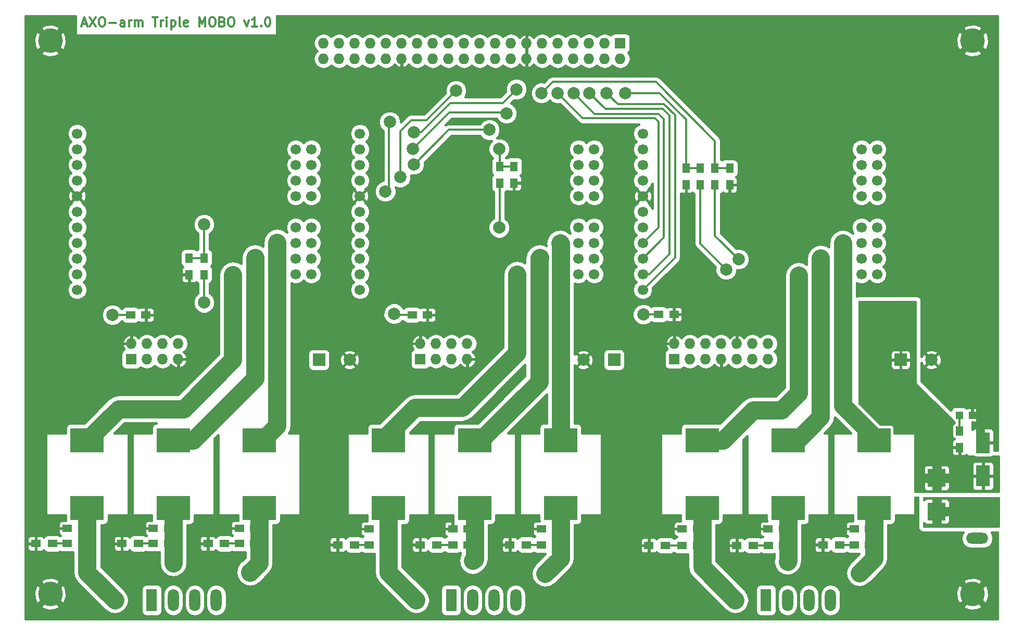
<source format=gbr>
G04 #@! TF.FileFunction,Copper,L1,Top,Signal*
%FSLAX46Y46*%
G04 Gerber Fmt 4.6, Leading zero omitted, Abs format (unit mm)*
G04 Created by KiCad (PCBNEW 4.0.6) date Sat Mar 25 16:42:17 2017*
%MOMM*%
%LPD*%
G01*
G04 APERTURE LIST*
%ADD10C,0.100000*%
%ADD11C,0.300000*%
%ADD12C,1.700000*%
%ADD13R,1.300000X1.500000*%
%ADD14R,1.500000X1.300000*%
%ADD15R,1.727200X1.727200*%
%ADD16O,1.727200X1.727200*%
%ADD17R,5.400000X4.000000*%
%ADD18R,1.800000X3.600000*%
%ADD19O,1.800000X3.600000*%
%ADD20R,3.600000X1.800000*%
%ADD21O,3.600000X1.800000*%
%ADD22R,3.000000X3.000000*%
%ADD23R,2.301240X3.500120*%
%ADD24R,1.500000X1.250000*%
%ADD25R,2.000000X2.000000*%
%ADD26C,2.000000*%
%ADD27R,1.198880X1.198880*%
%ADD28C,4.000000*%
%ADD29C,0.350000*%
%ADD30C,3.000000*%
%ADD31C,1.000000*%
%ADD32C,0.250000*%
%ADD33C,0.406400*%
G04 APERTURE END LIST*
D10*
D11*
X45214286Y-34250000D02*
X45928572Y-34250000D01*
X45071429Y-34678571D02*
X45571429Y-33178571D01*
X46071429Y-34678571D01*
X46428572Y-33178571D02*
X47428572Y-34678571D01*
X47428572Y-33178571D02*
X46428572Y-34678571D01*
X48285714Y-33178571D02*
X48571428Y-33178571D01*
X48714286Y-33250000D01*
X48857143Y-33392857D01*
X48928571Y-33678571D01*
X48928571Y-34178571D01*
X48857143Y-34464286D01*
X48714286Y-34607143D01*
X48571428Y-34678571D01*
X48285714Y-34678571D01*
X48142857Y-34607143D01*
X48000000Y-34464286D01*
X47928571Y-34178571D01*
X47928571Y-33678571D01*
X48000000Y-33392857D01*
X48142857Y-33250000D01*
X48285714Y-33178571D01*
X49571429Y-34107143D02*
X50714286Y-34107143D01*
X52071429Y-34678571D02*
X52071429Y-33892857D01*
X52000000Y-33750000D01*
X51857143Y-33678571D01*
X51571429Y-33678571D01*
X51428572Y-33750000D01*
X52071429Y-34607143D02*
X51928572Y-34678571D01*
X51571429Y-34678571D01*
X51428572Y-34607143D01*
X51357143Y-34464286D01*
X51357143Y-34321429D01*
X51428572Y-34178571D01*
X51571429Y-34107143D01*
X51928572Y-34107143D01*
X52071429Y-34035714D01*
X52785715Y-34678571D02*
X52785715Y-33678571D01*
X52785715Y-33964286D02*
X52857143Y-33821429D01*
X52928572Y-33750000D01*
X53071429Y-33678571D01*
X53214286Y-33678571D01*
X53714286Y-34678571D02*
X53714286Y-33678571D01*
X53714286Y-33821429D02*
X53785714Y-33750000D01*
X53928572Y-33678571D01*
X54142857Y-33678571D01*
X54285714Y-33750000D01*
X54357143Y-33892857D01*
X54357143Y-34678571D01*
X54357143Y-33892857D02*
X54428572Y-33750000D01*
X54571429Y-33678571D01*
X54785714Y-33678571D01*
X54928572Y-33750000D01*
X55000000Y-33892857D01*
X55000000Y-34678571D01*
X56642857Y-33178571D02*
X57500000Y-33178571D01*
X57071429Y-34678571D02*
X57071429Y-33178571D01*
X58000000Y-34678571D02*
X58000000Y-33678571D01*
X58000000Y-33964286D02*
X58071428Y-33821429D01*
X58142857Y-33750000D01*
X58285714Y-33678571D01*
X58428571Y-33678571D01*
X58928571Y-34678571D02*
X58928571Y-33678571D01*
X58928571Y-33178571D02*
X58857142Y-33250000D01*
X58928571Y-33321429D01*
X58999999Y-33250000D01*
X58928571Y-33178571D01*
X58928571Y-33321429D01*
X59642857Y-33678571D02*
X59642857Y-35178571D01*
X59642857Y-33750000D02*
X59785714Y-33678571D01*
X60071428Y-33678571D01*
X60214285Y-33750000D01*
X60285714Y-33821429D01*
X60357143Y-33964286D01*
X60357143Y-34392857D01*
X60285714Y-34535714D01*
X60214285Y-34607143D01*
X60071428Y-34678571D01*
X59785714Y-34678571D01*
X59642857Y-34607143D01*
X61214286Y-34678571D02*
X61071428Y-34607143D01*
X61000000Y-34464286D01*
X61000000Y-33178571D01*
X62357142Y-34607143D02*
X62214285Y-34678571D01*
X61928571Y-34678571D01*
X61785714Y-34607143D01*
X61714285Y-34464286D01*
X61714285Y-33892857D01*
X61785714Y-33750000D01*
X61928571Y-33678571D01*
X62214285Y-33678571D01*
X62357142Y-33750000D01*
X62428571Y-33892857D01*
X62428571Y-34035714D01*
X61714285Y-34178571D01*
X64214285Y-34678571D02*
X64214285Y-33178571D01*
X64714285Y-34250000D01*
X65214285Y-33178571D01*
X65214285Y-34678571D01*
X66214285Y-33178571D02*
X66499999Y-33178571D01*
X66642857Y-33250000D01*
X66785714Y-33392857D01*
X66857142Y-33678571D01*
X66857142Y-34178571D01*
X66785714Y-34464286D01*
X66642857Y-34607143D01*
X66499999Y-34678571D01*
X66214285Y-34678571D01*
X66071428Y-34607143D01*
X65928571Y-34464286D01*
X65857142Y-34178571D01*
X65857142Y-33678571D01*
X65928571Y-33392857D01*
X66071428Y-33250000D01*
X66214285Y-33178571D01*
X68000000Y-33892857D02*
X68214286Y-33964286D01*
X68285714Y-34035714D01*
X68357143Y-34178571D01*
X68357143Y-34392857D01*
X68285714Y-34535714D01*
X68214286Y-34607143D01*
X68071428Y-34678571D01*
X67500000Y-34678571D01*
X67500000Y-33178571D01*
X68000000Y-33178571D01*
X68142857Y-33250000D01*
X68214286Y-33321429D01*
X68285714Y-33464286D01*
X68285714Y-33607143D01*
X68214286Y-33750000D01*
X68142857Y-33821429D01*
X68000000Y-33892857D01*
X67500000Y-33892857D01*
X69285714Y-33178571D02*
X69571428Y-33178571D01*
X69714286Y-33250000D01*
X69857143Y-33392857D01*
X69928571Y-33678571D01*
X69928571Y-34178571D01*
X69857143Y-34464286D01*
X69714286Y-34607143D01*
X69571428Y-34678571D01*
X69285714Y-34678571D01*
X69142857Y-34607143D01*
X69000000Y-34464286D01*
X68928571Y-34178571D01*
X68928571Y-33678571D01*
X69000000Y-33392857D01*
X69142857Y-33250000D01*
X69285714Y-33178571D01*
X71571429Y-33678571D02*
X71928572Y-34678571D01*
X72285714Y-33678571D01*
X73642857Y-34678571D02*
X72785714Y-34678571D01*
X73214286Y-34678571D02*
X73214286Y-33178571D01*
X73071429Y-33392857D01*
X72928571Y-33535714D01*
X72785714Y-33607143D01*
X74285714Y-34535714D02*
X74357142Y-34607143D01*
X74285714Y-34678571D01*
X74214285Y-34607143D01*
X74285714Y-34535714D01*
X74285714Y-34678571D01*
X75285714Y-33178571D02*
X75428571Y-33178571D01*
X75571428Y-33250000D01*
X75642857Y-33321429D01*
X75714286Y-33464286D01*
X75785714Y-33750000D01*
X75785714Y-34107143D01*
X75714286Y-34392857D01*
X75642857Y-34535714D01*
X75571428Y-34607143D01*
X75428571Y-34678571D01*
X75285714Y-34678571D01*
X75142857Y-34607143D01*
X75071428Y-34535714D01*
X75000000Y-34392857D01*
X74928571Y-34107143D01*
X74928571Y-33750000D01*
X75000000Y-33464286D01*
X75071428Y-33321429D01*
X75142857Y-33250000D01*
X75285714Y-33178571D01*
D12*
X174470000Y-74960000D03*
X171930000Y-74960000D03*
X174470000Y-72420000D03*
X171930000Y-72420000D03*
X174470000Y-69880000D03*
X171930000Y-69880000D03*
X174470000Y-67340000D03*
X171930000Y-67340000D03*
X174470000Y-64800000D03*
X171930000Y-64800000D03*
X174470000Y-62260000D03*
X171930000Y-62260000D03*
X174470000Y-59720000D03*
X171930000Y-59720000D03*
X174470000Y-57180000D03*
X171930000Y-57180000D03*
X174470000Y-54640000D03*
X171930000Y-54640000D03*
X136370000Y-52100000D03*
X136370000Y-54640000D03*
X136370000Y-57180000D03*
X136370000Y-59720000D03*
X136370000Y-62260000D03*
X136370000Y-64800000D03*
X136370000Y-67340000D03*
X136370000Y-69880000D03*
X136370000Y-72420000D03*
X136370000Y-74960000D03*
X136370000Y-77500000D03*
D13*
X115400000Y-57450000D03*
X115400000Y-60150000D03*
D14*
X168350000Y-119000000D03*
X165650000Y-119000000D03*
X154350000Y-119100000D03*
X151650000Y-119100000D03*
X140050000Y-119100000D03*
X137350000Y-119100000D03*
D13*
X143400000Y-57750000D03*
X143400000Y-60450000D03*
X145700000Y-60450000D03*
X145700000Y-57750000D03*
D14*
X117450000Y-119000000D03*
X114750000Y-119000000D03*
X102850000Y-119000000D03*
X100150000Y-119000000D03*
X89450000Y-119000000D03*
X86750000Y-119000000D03*
D13*
X62600000Y-72350000D03*
X62600000Y-75050000D03*
X113100000Y-60150000D03*
X113100000Y-57450000D03*
X65000000Y-75050000D03*
X65000000Y-72350000D03*
D14*
X68350000Y-118800000D03*
X65650000Y-118800000D03*
X54350000Y-118800000D03*
X51650000Y-118800000D03*
X40350000Y-118800000D03*
X37650000Y-118800000D03*
D15*
X100190000Y-88800000D03*
D16*
X100190000Y-86260000D03*
X102730000Y-88800000D03*
X102730000Y-86260000D03*
X105270000Y-88800000D03*
X105270000Y-86260000D03*
X107810000Y-88800000D03*
X107810000Y-86260000D03*
D15*
X53190000Y-88800000D03*
D16*
X53190000Y-86260000D03*
X55730000Y-88800000D03*
X55730000Y-86260000D03*
X58270000Y-88800000D03*
X58270000Y-86260000D03*
X60810000Y-88800000D03*
X60810000Y-86260000D03*
D15*
X132700000Y-37400000D03*
D16*
X132700000Y-39940000D03*
X130160000Y-37400000D03*
X130160000Y-39940000D03*
X127620000Y-37400000D03*
X127620000Y-39940000D03*
X125080000Y-37400000D03*
X125080000Y-39940000D03*
X122540000Y-37400000D03*
X122540000Y-39940000D03*
X120000000Y-37400000D03*
X120000000Y-39940000D03*
X117460000Y-37400000D03*
X117460000Y-39940000D03*
X114920000Y-37400000D03*
X114920000Y-39940000D03*
X112380000Y-37400000D03*
X112380000Y-39940000D03*
X109840000Y-37400000D03*
X109840000Y-39940000D03*
X107300000Y-37400000D03*
X107300000Y-39940000D03*
X104760000Y-37400000D03*
X104760000Y-39940000D03*
X102220000Y-37400000D03*
X102220000Y-39940000D03*
X99680000Y-37400000D03*
X99680000Y-39940000D03*
X97140000Y-37400000D03*
X97140000Y-39940000D03*
X94600000Y-37400000D03*
X94600000Y-39940000D03*
X92060000Y-37400000D03*
X92060000Y-39940000D03*
X89520000Y-37400000D03*
X89520000Y-39940000D03*
X86980000Y-37400000D03*
X86980000Y-39940000D03*
X84440000Y-37400000D03*
X84440000Y-39940000D03*
D17*
X174000000Y-113000000D03*
X174000000Y-102000000D03*
X160000000Y-113000000D03*
X160000000Y-102000000D03*
X146000000Y-113000000D03*
X146000000Y-102000000D03*
X123000000Y-113000000D03*
X123000000Y-102000000D03*
X109000000Y-113000000D03*
X109000000Y-102000000D03*
X95000000Y-113000000D03*
X95000000Y-102000000D03*
X74000000Y-113000000D03*
X74000000Y-102000000D03*
X60000000Y-113000000D03*
X60000000Y-102000000D03*
X46000000Y-113000000D03*
X46000000Y-102000000D03*
D18*
X156400000Y-128000000D03*
D19*
X159900000Y-128000000D03*
X163400000Y-128000000D03*
X166900000Y-128000000D03*
D18*
X105200000Y-128000000D03*
D19*
X108700000Y-128000000D03*
X112200000Y-128000000D03*
X115700000Y-128000000D03*
D20*
X190750000Y-121450000D03*
D21*
X190750000Y-117950000D03*
D18*
X56500000Y-128000000D03*
D19*
X60000000Y-128000000D03*
X63500000Y-128000000D03*
X67000000Y-128000000D03*
D22*
X184150000Y-113580000D03*
X184150000Y-108120000D03*
D12*
X128470000Y-74960000D03*
X125930000Y-74960000D03*
X128470000Y-72420000D03*
X125930000Y-72420000D03*
X128470000Y-69880000D03*
X125930000Y-69880000D03*
X128470000Y-67340000D03*
X125930000Y-67340000D03*
X128470000Y-64800000D03*
X125930000Y-64800000D03*
X128470000Y-62260000D03*
X125930000Y-62260000D03*
X128470000Y-59720000D03*
X125930000Y-59720000D03*
X128470000Y-57180000D03*
X125930000Y-57180000D03*
X128470000Y-54640000D03*
X125930000Y-54640000D03*
X90370000Y-52100000D03*
X90370000Y-54640000D03*
X90370000Y-57180000D03*
X90370000Y-59720000D03*
X90370000Y-62260000D03*
X90370000Y-64800000D03*
X90370000Y-67340000D03*
X90370000Y-69880000D03*
X90370000Y-72420000D03*
X90370000Y-74960000D03*
X90370000Y-77500000D03*
X82470000Y-74960000D03*
X79930000Y-74960000D03*
X82470000Y-72420000D03*
X79930000Y-72420000D03*
X82470000Y-69880000D03*
X79930000Y-69880000D03*
X82470000Y-67340000D03*
X79930000Y-67340000D03*
X82470000Y-64800000D03*
X79930000Y-64800000D03*
X82470000Y-62260000D03*
X79930000Y-62260000D03*
X82470000Y-59720000D03*
X79930000Y-59720000D03*
X82470000Y-57180000D03*
X79930000Y-57180000D03*
X82470000Y-54640000D03*
X79930000Y-54640000D03*
X44370000Y-52100000D03*
X44370000Y-54640000D03*
X44370000Y-57180000D03*
X44370000Y-59720000D03*
X44370000Y-62260000D03*
X44370000Y-64800000D03*
X44370000Y-67340000D03*
X44370000Y-69880000D03*
X44370000Y-72420000D03*
X44370000Y-74960000D03*
X44370000Y-77500000D03*
D23*
X191700000Y-102399980D03*
X191700000Y-107800020D03*
D24*
X138950000Y-81500000D03*
X141450000Y-81500000D03*
X173250000Y-119000000D03*
X170750000Y-119000000D03*
X159275001Y-119075000D03*
X156775001Y-119075000D03*
X145250000Y-119100000D03*
X142750000Y-119100000D03*
X173250000Y-116400000D03*
X170750000Y-116400000D03*
X159250000Y-116400000D03*
X156750000Y-116400000D03*
X145250000Y-116400000D03*
X142750000Y-116400000D03*
X98850000Y-81600000D03*
X101350000Y-81600000D03*
X122350000Y-119000000D03*
X119850000Y-119000000D03*
X107950000Y-119000000D03*
X105450000Y-119000000D03*
X94350000Y-119000000D03*
X91850000Y-119000000D03*
X122350000Y-116400000D03*
X119850000Y-116400000D03*
X107950000Y-116400000D03*
X105450000Y-116400000D03*
X94350000Y-116400000D03*
X91850000Y-116400000D03*
D25*
X178300000Y-88900000D03*
D26*
X183300000Y-88900000D03*
D25*
X131700000Y-88900000D03*
D26*
X126700000Y-88900000D03*
D25*
X83700000Y-88900000D03*
D26*
X88700000Y-88900000D03*
D24*
X53050000Y-81600000D03*
X55550000Y-81600000D03*
X73250000Y-118800000D03*
X70750000Y-118800000D03*
X59250000Y-118800000D03*
X56750000Y-118800000D03*
X45250000Y-118800000D03*
X42750000Y-118800000D03*
X73250000Y-116300000D03*
X70750000Y-116300000D03*
X59250000Y-116300000D03*
X56750000Y-116300000D03*
X45250000Y-116300000D03*
X42750000Y-116300000D03*
D13*
X150500000Y-57750000D03*
X150500000Y-60450000D03*
X148100000Y-60450000D03*
X148100000Y-57750000D03*
D27*
X187850980Y-97900000D03*
X189949020Y-97900000D03*
D13*
X187900000Y-103150000D03*
X187900000Y-100450000D03*
D15*
X141500000Y-88800000D03*
D16*
X141500000Y-86260000D03*
X144040000Y-88800000D03*
X144040000Y-86260000D03*
X146580000Y-88800000D03*
X146580000Y-86260000D03*
X149120000Y-88800000D03*
X149120000Y-86260000D03*
X151660000Y-88800000D03*
X151660000Y-86260000D03*
X154200000Y-88800000D03*
X154200000Y-86260000D03*
X156740000Y-88800000D03*
X156740000Y-86260000D03*
D28*
X40001260Y-36998920D03*
X190000960Y-36998920D03*
X190000960Y-126998740D03*
X40001260Y-126998740D03*
D26*
X50500000Y-128000000D03*
X184500000Y-119000000D03*
X184500000Y-126000000D03*
X184500000Y-122500000D03*
X38000000Y-115600000D03*
X157400000Y-36600000D03*
X178300000Y-36600000D03*
X191100000Y-49300000D03*
X191100000Y-66200000D03*
X191100000Y-77700000D03*
X191100000Y-88400000D03*
X86300000Y-63100000D03*
X86300000Y-57300000D03*
X86300000Y-52800000D03*
X132400000Y-52800000D03*
X132400000Y-57300000D03*
X132400000Y-63100000D03*
X38000000Y-81100000D03*
X38000000Y-45600000D03*
X38000000Y-62200000D03*
X60000000Y-122000000D03*
X72500000Y-123400000D03*
X50100000Y-81600000D03*
X99500000Y-128000000D03*
X108700000Y-121600000D03*
X120500000Y-123700000D03*
X95900000Y-81400000D03*
X151400000Y-128000000D03*
X159900000Y-121700000D03*
X171600000Y-123600000D03*
X136450000Y-81500000D03*
X65000000Y-66900000D03*
X106000000Y-45100000D03*
X96900000Y-59200000D03*
X111400000Y-51500000D03*
X99100000Y-57100000D03*
X99000000Y-54600000D03*
X114200000Y-48800000D03*
X99100000Y-51900000D03*
X115800000Y-44900000D03*
X94500000Y-61500000D03*
X95200000Y-50200000D03*
X113000000Y-54600000D03*
X130500000Y-45500000D03*
X127700000Y-45500000D03*
X125100000Y-45500000D03*
X122500000Y-45500000D03*
X133500000Y-45500000D03*
X65000000Y-79600000D03*
X113000000Y-67400000D03*
X149900000Y-74200000D03*
X173100000Y-94900000D03*
X175200000Y-97000000D03*
X178900000Y-97000000D03*
X69700000Y-75100000D03*
X73300000Y-72300000D03*
X76900000Y-69800000D03*
X115900000Y-75000000D03*
X119600000Y-72300000D03*
X122900000Y-69900000D03*
X161700000Y-75200000D03*
X165300000Y-72400000D03*
X168900000Y-69900000D03*
X193000000Y-113600000D03*
X189950000Y-113600000D03*
X151950000Y-72550000D03*
X119900000Y-45500000D03*
D29*
X45250000Y-118800000D02*
X45250000Y-116300000D01*
X45250000Y-120000000D02*
X45250000Y-117500000D01*
X45250000Y-117500000D02*
X46000000Y-116750000D01*
X46000000Y-116750000D02*
X46000000Y-113000000D01*
D30*
X46000000Y-113000000D02*
X46000000Y-123500000D01*
X46000000Y-123500000D02*
X50500000Y-128000000D01*
D31*
X184500000Y-122500000D02*
X184500000Y-126000000D01*
X38000000Y-81100000D02*
X38000000Y-115600000D01*
X191100000Y-102399980D02*
X191100000Y-88400000D01*
X178400000Y-36600000D02*
X178300000Y-36600000D01*
X191100000Y-49300000D02*
X178400000Y-36600000D01*
X191100000Y-77700000D02*
X191100000Y-66200000D01*
X86300000Y-63100000D02*
X86300000Y-57300000D01*
X132400000Y-63100000D02*
X132400000Y-57300000D01*
X38000000Y-62200000D02*
X38000000Y-45600000D01*
D30*
X60000000Y-122000000D02*
X60000000Y-113000000D01*
D29*
X59250000Y-118800000D02*
X59250000Y-116300000D01*
X60000000Y-116750000D02*
X60000000Y-113000000D01*
X59250000Y-113750000D02*
X60000000Y-113000000D01*
X73250000Y-118800000D02*
X73250000Y-116300000D01*
D30*
X72550000Y-123450000D02*
X74000000Y-122000000D01*
X72500000Y-123400000D02*
X72550000Y-123450000D01*
D29*
X73250000Y-120000000D02*
X73250000Y-117500000D01*
X73250000Y-117500000D02*
X74000000Y-116750000D01*
X74000000Y-116750000D02*
X74000000Y-113000000D01*
D30*
X74000000Y-113000000D02*
X74000000Y-122000000D01*
X74000000Y-122000000D02*
X72500000Y-123500000D01*
D29*
X40350000Y-118800000D02*
X42750000Y-118800000D01*
X54350000Y-118800000D02*
X56750000Y-118800000D01*
X68350000Y-118800000D02*
X70750000Y-118800000D01*
X50100000Y-81600000D02*
X50100000Y-81600000D01*
X50100000Y-81600000D02*
X52850000Y-81600000D01*
X94350000Y-119000000D02*
X94350000Y-116400000D01*
X94350000Y-116400000D02*
X95000000Y-115750000D01*
X95000000Y-115750000D02*
X95000000Y-113000000D01*
D30*
X95000000Y-113000000D02*
X95000000Y-123500000D01*
X95000000Y-123500000D02*
X99500000Y-128000000D01*
X109000000Y-121300000D02*
X109000000Y-113000000D01*
X108700000Y-121600000D02*
X109000000Y-121300000D01*
D29*
X107950000Y-119000000D02*
X107950000Y-116400000D01*
X107950000Y-116400000D02*
X109000000Y-115350000D01*
X109000000Y-115350000D02*
X109000000Y-113000000D01*
X122350000Y-119000000D02*
X122350000Y-116400000D01*
X122350000Y-116400000D02*
X123000000Y-115750000D01*
X123000000Y-115750000D02*
X123000000Y-113000000D01*
D30*
X123000000Y-121200000D02*
X123000000Y-113000000D01*
X120500000Y-123700000D02*
X123000000Y-121200000D01*
D29*
X123000000Y-113000000D02*
X123000000Y-114950000D01*
X89450000Y-119000000D02*
X91850000Y-119000000D01*
X102850000Y-119000000D02*
X105450000Y-119000000D01*
X117450000Y-119000000D02*
X119850000Y-119000000D01*
X98850000Y-81600000D02*
X96100000Y-81600000D01*
X96100000Y-81600000D02*
X95900000Y-81400000D01*
X146000000Y-113000000D02*
X146000000Y-115650000D01*
X146000000Y-115650000D02*
X145250000Y-116400000D01*
X145250000Y-116400000D02*
X145250000Y-119100000D01*
D30*
X146000000Y-113000000D02*
X146000000Y-122600000D01*
X146000000Y-122600000D02*
X151400000Y-128000000D01*
D29*
X159275001Y-119075000D02*
X159275001Y-116425001D01*
X159275001Y-116425001D02*
X160000000Y-115700002D01*
X160000000Y-115700002D02*
X160000000Y-113000000D01*
D30*
X160000000Y-121600000D02*
X160000000Y-113000000D01*
X159900000Y-121700000D02*
X160000000Y-121600000D01*
D29*
X173250000Y-119000000D02*
X173250000Y-116400000D01*
X173250000Y-116400000D02*
X174000000Y-115650000D01*
X174000000Y-115650000D02*
X174000000Y-113000000D01*
D30*
X174000000Y-121200000D02*
X174000000Y-113000000D01*
X171600000Y-123600000D02*
X174000000Y-121200000D01*
D29*
X140050000Y-119100000D02*
X142750000Y-119100000D01*
X154350000Y-119100000D02*
X156750001Y-119100000D01*
X156750001Y-119100000D02*
X156775001Y-119075000D01*
X168350000Y-119000000D02*
X170750000Y-119000000D01*
X138950000Y-81500000D02*
X136450000Y-81500000D01*
X65000000Y-72350000D02*
X65000000Y-66900000D01*
X65000000Y-72350000D02*
X62600000Y-72350000D01*
X106000000Y-45100000D02*
X101200000Y-49900000D01*
X101200000Y-49900000D02*
X98700000Y-49900000D01*
X98700000Y-49900000D02*
X96900000Y-51700000D01*
X96900000Y-51700000D02*
X96900000Y-59200000D01*
X99100000Y-57100000D02*
X99200000Y-57100000D01*
X104800000Y-51500000D02*
X111400000Y-51500000D01*
X99200000Y-57100000D02*
X104800000Y-51500000D01*
X104400000Y-49200000D02*
X104900000Y-48700000D01*
X99000000Y-54600000D02*
X104400000Y-49200000D01*
X114100000Y-48700000D02*
X114200000Y-48800000D01*
X104900000Y-48700000D02*
X114100000Y-48700000D01*
X100300000Y-51900000D02*
X99100000Y-51900000D01*
X105100000Y-47100000D02*
X100300000Y-51900000D01*
X113600000Y-47100000D02*
X105100000Y-47100000D01*
X115800000Y-44900000D02*
X113600000Y-47100000D01*
X94500000Y-61500000D02*
X95100000Y-60900000D01*
X95100000Y-60900000D02*
X95100000Y-50300000D01*
X95100000Y-50300000D02*
X95200000Y-50200000D01*
X113100000Y-57450000D02*
X113100000Y-54700000D01*
X113100000Y-57450000D02*
X115400000Y-57450000D01*
X141600000Y-72270000D02*
X136370000Y-77500000D01*
X141600000Y-49100000D02*
X141600000Y-72270000D01*
X139800000Y-47300000D02*
X141600000Y-49100000D01*
X132300000Y-47300000D02*
X139800000Y-47300000D01*
X130500000Y-45500000D02*
X132300000Y-47300000D01*
X136370000Y-74960000D02*
X137440000Y-74960000D01*
X130300000Y-48100000D02*
X127700000Y-45500000D01*
X139600000Y-48100000D02*
X130300000Y-48100000D01*
X140700000Y-49200000D02*
X139600000Y-48100000D01*
X140700000Y-71700000D02*
X140700000Y-49200000D01*
X137440000Y-74960000D02*
X140700000Y-71700000D01*
X139800000Y-68990000D02*
X136370000Y-72420000D01*
X139800000Y-49800000D02*
X139800000Y-68990000D01*
X138900000Y-48900000D02*
X139800000Y-49800000D01*
X128500000Y-48900000D02*
X138900000Y-48900000D01*
X125100000Y-45500000D02*
X128500000Y-48900000D01*
X136370000Y-69880000D02*
X136420000Y-69880000D01*
X136420000Y-69880000D02*
X138900000Y-67400000D01*
X138900000Y-67400000D02*
X138900000Y-50200000D01*
X138900000Y-50200000D02*
X138300000Y-49600000D01*
X138300000Y-49600000D02*
X126600000Y-49600000D01*
X126600000Y-49600000D02*
X122500000Y-45500000D01*
X143400000Y-57750000D02*
X145700000Y-57750000D01*
X143400000Y-57750000D02*
X143400000Y-49800000D01*
X133500000Y-45500000D02*
X139100000Y-45500000D01*
X139100000Y-45500000D02*
X142650000Y-49050000D01*
X143400000Y-49800000D02*
X142650000Y-49050000D01*
X65000000Y-79600000D02*
X65000000Y-75050000D01*
X113000000Y-67400000D02*
X113100000Y-67300000D01*
X113100000Y-60150000D02*
X113100000Y-67300000D01*
X145700000Y-63400000D02*
X145700000Y-60450000D01*
X145700000Y-70000000D02*
X145700000Y-63400000D01*
X149900000Y-74200000D02*
X145700000Y-70000000D01*
X145700000Y-60450000D02*
X145700000Y-61100000D01*
D31*
X178900000Y-97000000D02*
X175200000Y-97000000D01*
D30*
X69700000Y-75100000D02*
X69700000Y-88900000D01*
X51100000Y-96900000D02*
X46000000Y-102000000D01*
X61700000Y-96900000D02*
X51100000Y-96900000D01*
X69700000Y-88900000D02*
X61700000Y-96900000D01*
X73300000Y-72300000D02*
X73300000Y-91900000D01*
X63200000Y-102000000D02*
X60000000Y-102000000D01*
X73300000Y-91900000D02*
X63200000Y-102000000D01*
X60000000Y-102000000D02*
X60400000Y-102000000D01*
X74000000Y-102000000D02*
X74500000Y-102000000D01*
X74500000Y-102000000D02*
X76900000Y-99600000D01*
X76900000Y-99600000D02*
X76900000Y-69800000D01*
X95000000Y-102000000D02*
X95000000Y-101000000D01*
X95000000Y-101000000D02*
X99300000Y-96700000D01*
X99300000Y-96700000D02*
X107000000Y-96700000D01*
X107000000Y-96700000D02*
X115900000Y-87800000D01*
X115900000Y-87800000D02*
X115900000Y-75000000D01*
X109000000Y-102000000D02*
X110000000Y-102000000D01*
X110000000Y-102000000D02*
X119500000Y-92500000D01*
X119500000Y-92500000D02*
X119500000Y-72400000D01*
X119500000Y-72400000D02*
X119600000Y-72300000D01*
X123000000Y-102000000D02*
X123000000Y-70000000D01*
X123000000Y-70000000D02*
X122900000Y-69900000D01*
X146000000Y-102000000D02*
X149400000Y-102000000D01*
X161700000Y-94300000D02*
X161700000Y-75200000D01*
X158900000Y-97100000D02*
X161700000Y-94300000D01*
X154300000Y-97100000D02*
X158900000Y-97100000D01*
X149400000Y-102000000D02*
X154300000Y-97100000D01*
X160000000Y-102000000D02*
X161500000Y-102000000D01*
X161500000Y-102000000D02*
X165300000Y-98200000D01*
X165300000Y-98200000D02*
X165300000Y-72400000D01*
X174000000Y-102000000D02*
X174000000Y-101400000D01*
X174000000Y-101400000D02*
X168900000Y-96300000D01*
X168900000Y-96300000D02*
X168900000Y-69900000D01*
D31*
X189950000Y-113600000D02*
X193000000Y-113600000D01*
D29*
X151950000Y-72550000D02*
X148100000Y-68700000D01*
X148100000Y-60450000D02*
X148100000Y-68700000D01*
X148100000Y-57750000D02*
X148100000Y-53300000D01*
X148100000Y-53300000D02*
X148000000Y-53200000D01*
X150500000Y-57750000D02*
X148100000Y-57750000D01*
X138500000Y-43700000D02*
X148000000Y-53200000D01*
X121700000Y-43700000D02*
X138500000Y-43700000D01*
X119900000Y-45500000D02*
X121700000Y-43700000D01*
X187850980Y-97900000D02*
X187850980Y-100400980D01*
X187850980Y-100400980D02*
X187900000Y-100450000D01*
D32*
X187900000Y-97949020D02*
X187850980Y-97900000D01*
X187850000Y-97900980D02*
X187850980Y-97900000D01*
D33*
G36*
X36000760Y-32993900D02*
X44125372Y-32993900D01*
X44125372Y-36153200D01*
X76874628Y-36153200D01*
X76874628Y-35000458D01*
X188422237Y-35000458D01*
X190000960Y-36579181D01*
X191579683Y-35000458D01*
X191345168Y-34643831D01*
X190341592Y-34308695D01*
X189286158Y-34383121D01*
X188656752Y-34643831D01*
X188422237Y-35000458D01*
X76874628Y-35000458D01*
X76874628Y-32993900D01*
X194005980Y-32993900D01*
X194005980Y-103596800D01*
X193510220Y-103596800D01*
X193510220Y-102589880D01*
X193345320Y-102424980D01*
X191725000Y-102424980D01*
X191725000Y-102444980D01*
X191675000Y-102444980D01*
X191675000Y-102424980D01*
X191655000Y-102424980D01*
X191655000Y-102374980D01*
X191675000Y-102374980D01*
X191675000Y-100155220D01*
X191725000Y-100155220D01*
X191725000Y-102374980D01*
X193345320Y-102374980D01*
X193510220Y-102210080D01*
X193510220Y-100518717D01*
X193409802Y-100276286D01*
X193224253Y-100090738D01*
X192981822Y-99990320D01*
X191889900Y-99990320D01*
X191725000Y-100155220D01*
X191675000Y-100155220D01*
X191510100Y-99990320D01*
X190418178Y-99990320D01*
X190175747Y-100090738D01*
X190003200Y-100263284D01*
X190003200Y-99023320D01*
X190138920Y-99159040D01*
X190679663Y-99159040D01*
X190922094Y-99058622D01*
X191107642Y-98873073D01*
X191208060Y-98630642D01*
X191208060Y-98089900D01*
X191043160Y-97925000D01*
X189974020Y-97925000D01*
X189974020Y-97945000D01*
X189924020Y-97945000D01*
X189924020Y-97925000D01*
X189904020Y-97925000D01*
X189904020Y-97875000D01*
X189924020Y-97875000D01*
X189924020Y-96805860D01*
X189974020Y-96805860D01*
X189974020Y-97875000D01*
X191043160Y-97875000D01*
X191208060Y-97710100D01*
X191208060Y-97169358D01*
X191107642Y-96926927D01*
X190922094Y-96741378D01*
X190679663Y-96640960D01*
X190138920Y-96640960D01*
X189974020Y-96805860D01*
X189924020Y-96805860D01*
X189759120Y-96640960D01*
X189218377Y-96640960D01*
X189025016Y-96721053D01*
X188769032Y-96546146D01*
X188450420Y-96481625D01*
X187251540Y-96481625D01*
X186953892Y-96537631D01*
X186680521Y-96713541D01*
X186497126Y-96981948D01*
X186466934Y-97131038D01*
X181703200Y-92367304D01*
X181703200Y-89997435D01*
X182237920Y-89997435D01*
X182325735Y-90283493D01*
X182929336Y-90551017D01*
X183589367Y-90567187D01*
X184205345Y-90329544D01*
X184274265Y-90283493D01*
X184362080Y-89997435D01*
X183300000Y-88935355D01*
X182237920Y-89997435D01*
X181703200Y-89997435D01*
X181703200Y-89371812D01*
X181870456Y-89805345D01*
X181916507Y-89874265D01*
X182202565Y-89962080D01*
X183264645Y-88900000D01*
X183335355Y-88900000D01*
X184397435Y-89962080D01*
X184683493Y-89874265D01*
X184951017Y-89270664D01*
X184967187Y-88610633D01*
X184729544Y-87994655D01*
X184683493Y-87925735D01*
X184397435Y-87837920D01*
X183335355Y-88900000D01*
X183264645Y-88900000D01*
X182202565Y-87837920D01*
X181916507Y-87925735D01*
X181703200Y-88407009D01*
X181703200Y-87802565D01*
X182237920Y-87802565D01*
X183300000Y-88864645D01*
X184362080Y-87802565D01*
X184274265Y-87516507D01*
X183670664Y-87248983D01*
X183010633Y-87232813D01*
X182394655Y-87470456D01*
X182325735Y-87516507D01*
X182237920Y-87802565D01*
X181703200Y-87802565D01*
X181703200Y-79300000D01*
X181648270Y-79008071D01*
X181475740Y-78739952D01*
X181212490Y-78560081D01*
X180900000Y-78496800D01*
X171400000Y-78496800D01*
X171203200Y-78533830D01*
X171203200Y-76448264D01*
X171599716Y-76612912D01*
X172257399Y-76613486D01*
X172865239Y-76362332D01*
X173200176Y-76027978D01*
X173532315Y-76360697D01*
X174139716Y-76612912D01*
X174797399Y-76613486D01*
X175405239Y-76362332D01*
X175870697Y-75897685D01*
X176122912Y-75290284D01*
X176123486Y-74632601D01*
X175872332Y-74024761D01*
X175537978Y-73689824D01*
X175870697Y-73357685D01*
X176122912Y-72750284D01*
X176123486Y-72092601D01*
X175872332Y-71484761D01*
X175537978Y-71149824D01*
X175870697Y-70817685D01*
X176122912Y-70210284D01*
X176123486Y-69552601D01*
X175872332Y-68944761D01*
X175537978Y-68609824D01*
X175870697Y-68277685D01*
X176122912Y-67670284D01*
X176123486Y-67012601D01*
X175872332Y-66404761D01*
X175407685Y-65939303D01*
X174800284Y-65687088D01*
X174142601Y-65686514D01*
X173534761Y-65937668D01*
X173199824Y-66272022D01*
X172867685Y-65939303D01*
X172260284Y-65687088D01*
X171602601Y-65686514D01*
X170994761Y-65937668D01*
X170529303Y-66402315D01*
X170277088Y-67009716D01*
X170276514Y-67667399D01*
X170525114Y-68269057D01*
X169781396Y-67772121D01*
X168900000Y-67596800D01*
X168018604Y-67772121D01*
X167271392Y-68271392D01*
X166772121Y-69018604D01*
X166596800Y-69900000D01*
X166596800Y-70549685D01*
X166181396Y-70272121D01*
X165300000Y-70096800D01*
X164418604Y-70272121D01*
X163671392Y-70771392D01*
X163172121Y-71518604D01*
X162996800Y-72400000D01*
X162996800Y-73349685D01*
X162581396Y-73072121D01*
X161700000Y-72896800D01*
X160818604Y-73072121D01*
X160071392Y-73571392D01*
X159572121Y-74318604D01*
X159396800Y-75200000D01*
X159396800Y-93345984D01*
X157945984Y-94796800D01*
X154300000Y-94796800D01*
X153418604Y-94972121D01*
X153170662Y-95137791D01*
X152671391Y-95471392D01*
X148917644Y-99225139D01*
X148700000Y-99181065D01*
X143300000Y-99181065D01*
X143002352Y-99237071D01*
X142728981Y-99412981D01*
X142545586Y-99681388D01*
X142481065Y-100000000D01*
X142481065Y-100796800D01*
X139500000Y-100796800D01*
X139426145Y-100810697D01*
X139358315Y-100854345D01*
X139312809Y-100920944D01*
X139296800Y-101000000D01*
X139296800Y-114000000D01*
X139310697Y-114073855D01*
X139354345Y-114141685D01*
X139420944Y-114187191D01*
X139500000Y-114203200D01*
X142481065Y-114203200D01*
X142481065Y-115000000D01*
X142502779Y-115115400D01*
X141868797Y-115115400D01*
X141626366Y-115215818D01*
X141440818Y-115401367D01*
X141340400Y-115643798D01*
X141340400Y-116210100D01*
X141505300Y-116375000D01*
X142725000Y-116375000D01*
X142725000Y-116355000D01*
X142775000Y-116355000D01*
X142775000Y-116375000D01*
X142795000Y-116375000D01*
X142795000Y-116425000D01*
X142775000Y-116425000D01*
X142775000Y-116445000D01*
X142725000Y-116445000D01*
X142725000Y-116425000D01*
X141505300Y-116425000D01*
X141340400Y-116589900D01*
X141340400Y-117156202D01*
X141440818Y-117398633D01*
X141626366Y-117584182D01*
X141862410Y-117681954D01*
X141702352Y-117712071D01*
X141428981Y-117887981D01*
X141410353Y-117915243D01*
X141387019Y-117878981D01*
X141118612Y-117695586D01*
X140800000Y-117631065D01*
X139300000Y-117631065D01*
X139002352Y-117687071D01*
X138728981Y-117862981D01*
X138614031Y-118031216D01*
X138473634Y-117890818D01*
X138231203Y-117790400D01*
X137539900Y-117790400D01*
X137375000Y-117955300D01*
X137375000Y-119075000D01*
X137395000Y-119075000D01*
X137395000Y-119125000D01*
X137375000Y-119125000D01*
X137375000Y-120244700D01*
X137539900Y-120409600D01*
X138231203Y-120409600D01*
X138473634Y-120309182D01*
X138614633Y-120168182D01*
X138712981Y-120321019D01*
X138981388Y-120504414D01*
X139300000Y-120568935D01*
X140800000Y-120568935D01*
X141097648Y-120512929D01*
X141371019Y-120337019D01*
X141406216Y-120285506D01*
X141412981Y-120296019D01*
X141681388Y-120479414D01*
X142000000Y-120543935D01*
X143500000Y-120543935D01*
X143696800Y-120506905D01*
X143696800Y-122600000D01*
X143872121Y-123481397D01*
X144371392Y-124228608D01*
X149771391Y-129628608D01*
X150518603Y-130127879D01*
X151400000Y-130303199D01*
X152281396Y-130127879D01*
X153028608Y-129628608D01*
X153527879Y-128881396D01*
X153703199Y-128000000D01*
X153527879Y-127118603D01*
X153028608Y-126371391D01*
X152857217Y-126200000D01*
X154681065Y-126200000D01*
X154681065Y-129800000D01*
X154737071Y-130097648D01*
X154912981Y-130371019D01*
X155181388Y-130554414D01*
X155500000Y-130618935D01*
X157300000Y-130618935D01*
X157597648Y-130562929D01*
X157871019Y-130387019D01*
X158054414Y-130118612D01*
X158118935Y-129800000D01*
X158118935Y-127049000D01*
X158196800Y-127049000D01*
X158196800Y-128951000D01*
X158326448Y-129602786D01*
X158695656Y-130155344D01*
X159248214Y-130524552D01*
X159900000Y-130654200D01*
X160551786Y-130524552D01*
X161104344Y-130155344D01*
X161473552Y-129602786D01*
X161603200Y-128951000D01*
X161603200Y-127049000D01*
X161696800Y-127049000D01*
X161696800Y-128951000D01*
X161826448Y-129602786D01*
X162195656Y-130155344D01*
X162748214Y-130524552D01*
X163400000Y-130654200D01*
X164051786Y-130524552D01*
X164604344Y-130155344D01*
X164973552Y-129602786D01*
X165103200Y-128951000D01*
X165103200Y-127049000D01*
X165196800Y-127049000D01*
X165196800Y-128951000D01*
X165326448Y-129602786D01*
X165695656Y-130155344D01*
X166248214Y-130524552D01*
X166900000Y-130654200D01*
X167551786Y-130524552D01*
X168104344Y-130155344D01*
X168473552Y-129602786D01*
X168594009Y-128997202D01*
X188422237Y-128997202D01*
X188656752Y-129353829D01*
X189660328Y-129688965D01*
X190715762Y-129614539D01*
X191345168Y-129353829D01*
X191579683Y-128997202D01*
X190000960Y-127418479D01*
X188422237Y-128997202D01*
X168594009Y-128997202D01*
X168603200Y-128951000D01*
X168603200Y-127049000D01*
X168525447Y-126658108D01*
X187310735Y-126658108D01*
X187385161Y-127713542D01*
X187645871Y-128342948D01*
X188002498Y-128577463D01*
X189581221Y-126998740D01*
X190420699Y-126998740D01*
X191999422Y-128577463D01*
X192356049Y-128342948D01*
X192691185Y-127339372D01*
X192616759Y-126283938D01*
X192356049Y-125654532D01*
X191999422Y-125420017D01*
X190420699Y-126998740D01*
X189581221Y-126998740D01*
X188002498Y-125420017D01*
X187645871Y-125654532D01*
X187310735Y-126658108D01*
X168525447Y-126658108D01*
X168473552Y-126397214D01*
X168104344Y-125844656D01*
X167551786Y-125475448D01*
X166900000Y-125345800D01*
X166248214Y-125475448D01*
X165695656Y-125844656D01*
X165326448Y-126397214D01*
X165196800Y-127049000D01*
X165103200Y-127049000D01*
X164973552Y-126397214D01*
X164604344Y-125844656D01*
X164051786Y-125475448D01*
X163400000Y-125345800D01*
X162748214Y-125475448D01*
X162195656Y-125844656D01*
X161826448Y-126397214D01*
X161696800Y-127049000D01*
X161603200Y-127049000D01*
X161473552Y-126397214D01*
X161104344Y-125844656D01*
X160551786Y-125475448D01*
X159900000Y-125345800D01*
X159248214Y-125475448D01*
X158695656Y-125844656D01*
X158326448Y-126397214D01*
X158196800Y-127049000D01*
X158118935Y-127049000D01*
X158118935Y-126200000D01*
X158062929Y-125902352D01*
X157887019Y-125628981D01*
X157618612Y-125445586D01*
X157300000Y-125381065D01*
X155500000Y-125381065D01*
X155202352Y-125437071D01*
X154928981Y-125612981D01*
X154745586Y-125881388D01*
X154681065Y-126200000D01*
X152857217Y-126200000D01*
X148303200Y-121645984D01*
X148303200Y-119289900D01*
X150240400Y-119289900D01*
X150240400Y-119881202D01*
X150340818Y-120123633D01*
X150526366Y-120309182D01*
X150768797Y-120409600D01*
X151460100Y-120409600D01*
X151625000Y-120244700D01*
X151625000Y-119125000D01*
X150405300Y-119125000D01*
X150240400Y-119289900D01*
X148303200Y-119289900D01*
X148303200Y-118318798D01*
X150240400Y-118318798D01*
X150240400Y-118910100D01*
X150405300Y-119075000D01*
X151625000Y-119075000D01*
X151625000Y-117955300D01*
X151460100Y-117790400D01*
X150768797Y-117790400D01*
X150526366Y-117890818D01*
X150340818Y-118076367D01*
X150240400Y-118318798D01*
X148303200Y-118318798D01*
X148303200Y-115818935D01*
X148700000Y-115818935D01*
X148997648Y-115762929D01*
X149271019Y-115587019D01*
X149454414Y-115318612D01*
X149518935Y-115000000D01*
X149518935Y-114203200D01*
X152500000Y-114203200D01*
X152573855Y-114189303D01*
X152641685Y-114145655D01*
X152687191Y-114079056D01*
X152703200Y-114000000D01*
X152703200Y-101954016D01*
X153296800Y-101360416D01*
X153296800Y-114000000D01*
X153310697Y-114073855D01*
X153354345Y-114141685D01*
X153420944Y-114187191D01*
X153500000Y-114203200D01*
X156481065Y-114203200D01*
X156481065Y-115000000D01*
X156502779Y-115115400D01*
X155868797Y-115115400D01*
X155626366Y-115215818D01*
X155440818Y-115401367D01*
X155340400Y-115643798D01*
X155340400Y-116210100D01*
X155505300Y-116375000D01*
X156725000Y-116375000D01*
X156725000Y-116355000D01*
X156775000Y-116355000D01*
X156775000Y-116375000D01*
X156795000Y-116375000D01*
X156795000Y-116425000D01*
X156775000Y-116425000D01*
X156775000Y-116445000D01*
X156725000Y-116445000D01*
X156725000Y-116425000D01*
X155505300Y-116425000D01*
X155340400Y-116589900D01*
X155340400Y-117156202D01*
X155440818Y-117398633D01*
X155626366Y-117584182D01*
X155828717Y-117667998D01*
X155727353Y-117687071D01*
X155561935Y-117793515D01*
X155418612Y-117695586D01*
X155100000Y-117631065D01*
X153600000Y-117631065D01*
X153302352Y-117687071D01*
X153028981Y-117862981D01*
X152914031Y-118031216D01*
X152773634Y-117890818D01*
X152531203Y-117790400D01*
X151839900Y-117790400D01*
X151675000Y-117955300D01*
X151675000Y-119075000D01*
X151695000Y-119075000D01*
X151695000Y-119125000D01*
X151675000Y-119125000D01*
X151675000Y-120244700D01*
X151839900Y-120409600D01*
X152531203Y-120409600D01*
X152773634Y-120309182D01*
X152914633Y-120168182D01*
X153012981Y-120321019D01*
X153281388Y-120504414D01*
X153600000Y-120568935D01*
X155100000Y-120568935D01*
X155397648Y-120512929D01*
X155600752Y-120382235D01*
X155706389Y-120454414D01*
X156025001Y-120518935D01*
X157525001Y-120518935D01*
X157696800Y-120486609D01*
X157696800Y-121197267D01*
X157596800Y-121700000D01*
X157772121Y-122581397D01*
X158271392Y-123328608D01*
X159018603Y-123827879D01*
X159900000Y-124003200D01*
X160781397Y-123827879D01*
X161528608Y-123328608D01*
X161628608Y-123228609D01*
X162127879Y-122481397D01*
X162156967Y-122335164D01*
X162303200Y-121600000D01*
X162303200Y-119189900D01*
X164240400Y-119189900D01*
X164240400Y-119781202D01*
X164340818Y-120023633D01*
X164526366Y-120209182D01*
X164768797Y-120309600D01*
X165460100Y-120309600D01*
X165625000Y-120144700D01*
X165625000Y-119025000D01*
X164405300Y-119025000D01*
X164240400Y-119189900D01*
X162303200Y-119189900D01*
X162303200Y-118218798D01*
X164240400Y-118218798D01*
X164240400Y-118810100D01*
X164405300Y-118975000D01*
X165625000Y-118975000D01*
X165625000Y-117855300D01*
X165460100Y-117690400D01*
X164768797Y-117690400D01*
X164526366Y-117790818D01*
X164340818Y-117976367D01*
X164240400Y-118218798D01*
X162303200Y-118218798D01*
X162303200Y-115818935D01*
X162700000Y-115818935D01*
X162997648Y-115762929D01*
X163271019Y-115587019D01*
X163454414Y-115318612D01*
X163518935Y-115000000D01*
X163518935Y-114203200D01*
X166500000Y-114203200D01*
X166573855Y-114189303D01*
X166641685Y-114145655D01*
X166687191Y-114079056D01*
X166703200Y-114000000D01*
X166703200Y-101000000D01*
X166689303Y-100926145D01*
X166645655Y-100858315D01*
X166579056Y-100812809D01*
X166500000Y-100796800D01*
X165960417Y-100796800D01*
X166928609Y-99828608D01*
X167427879Y-99081396D01*
X167593176Y-98250392D01*
X170139584Y-100796800D01*
X167500000Y-100796800D01*
X167426145Y-100810697D01*
X167358315Y-100854345D01*
X167312809Y-100920944D01*
X167296800Y-101000000D01*
X167296800Y-114000000D01*
X167310697Y-114073855D01*
X167354345Y-114141685D01*
X167420944Y-114187191D01*
X167500000Y-114203200D01*
X170481065Y-114203200D01*
X170481065Y-115000000D01*
X170502779Y-115115400D01*
X169868797Y-115115400D01*
X169626366Y-115215818D01*
X169440818Y-115401367D01*
X169340400Y-115643798D01*
X169340400Y-116210100D01*
X169505300Y-116375000D01*
X170725000Y-116375000D01*
X170725000Y-116355000D01*
X170775000Y-116355000D01*
X170775000Y-116375000D01*
X170795000Y-116375000D01*
X170795000Y-116425000D01*
X170775000Y-116425000D01*
X170775000Y-116445000D01*
X170725000Y-116445000D01*
X170725000Y-116425000D01*
X169505300Y-116425000D01*
X169340400Y-116589900D01*
X169340400Y-117156202D01*
X169440818Y-117398633D01*
X169626366Y-117584182D01*
X169698962Y-117614252D01*
X169568653Y-117698105D01*
X169418612Y-117595586D01*
X169100000Y-117531065D01*
X167600000Y-117531065D01*
X167302352Y-117587071D01*
X167028981Y-117762981D01*
X166914031Y-117931216D01*
X166773634Y-117790818D01*
X166531203Y-117690400D01*
X165839900Y-117690400D01*
X165675000Y-117855300D01*
X165675000Y-118975000D01*
X165695000Y-118975000D01*
X165695000Y-119025000D01*
X165675000Y-119025000D01*
X165675000Y-120144700D01*
X165839900Y-120309600D01*
X166531203Y-120309600D01*
X166773634Y-120209182D01*
X166914633Y-120068182D01*
X167012981Y-120221019D01*
X167281388Y-120404414D01*
X167600000Y-120468935D01*
X169100000Y-120468935D01*
X169397648Y-120412929D01*
X169569033Y-120302645D01*
X169681388Y-120379414D01*
X170000000Y-120443935D01*
X171498848Y-120443935D01*
X169971392Y-121971392D01*
X169472121Y-122718603D01*
X169296800Y-123600000D01*
X169472121Y-124481397D01*
X169971392Y-125228608D01*
X170718603Y-125727879D01*
X171600000Y-125903200D01*
X172481397Y-125727879D01*
X173228608Y-125228608D01*
X173456938Y-125000278D01*
X188422237Y-125000278D01*
X190000960Y-126579001D01*
X191579683Y-125000278D01*
X191345168Y-124643651D01*
X190341592Y-124308515D01*
X189286158Y-124382941D01*
X188656752Y-124643651D01*
X188422237Y-125000278D01*
X173456938Y-125000278D01*
X175628609Y-122828608D01*
X176127879Y-122081396D01*
X176303200Y-121200000D01*
X176303200Y-115818935D01*
X176700000Y-115818935D01*
X176997648Y-115762929D01*
X177271019Y-115587019D01*
X177454414Y-115318612D01*
X177518935Y-115000000D01*
X177518935Y-114203200D01*
X180500000Y-114203200D01*
X180573855Y-114189303D01*
X180641685Y-114145655D01*
X180687191Y-114079056D01*
X180703200Y-114000000D01*
X180703200Y-111303200D01*
X181096800Y-111303200D01*
X181096800Y-116200000D01*
X181151730Y-116491929D01*
X181324260Y-116760048D01*
X181587510Y-116939919D01*
X181900000Y-117003200D01*
X188422570Y-117003200D01*
X188225448Y-117298214D01*
X188095800Y-117950000D01*
X188225448Y-118601786D01*
X188594656Y-119154344D01*
X189147214Y-119523552D01*
X189799000Y-119653200D01*
X191701000Y-119653200D01*
X192352786Y-119523552D01*
X192905344Y-119154344D01*
X193274552Y-118601786D01*
X193404200Y-117950000D01*
X193274552Y-117298214D01*
X193077430Y-117003200D01*
X194005980Y-117003200D01*
X194005980Y-131006300D01*
X35993700Y-131006300D01*
X35993700Y-128997202D01*
X38422537Y-128997202D01*
X38657052Y-129353829D01*
X39660628Y-129688965D01*
X40716062Y-129614539D01*
X41345468Y-129353829D01*
X41579983Y-128997202D01*
X40001260Y-127418479D01*
X38422537Y-128997202D01*
X35993700Y-128997202D01*
X35993700Y-126658108D01*
X37311035Y-126658108D01*
X37385461Y-127713542D01*
X37646171Y-128342948D01*
X38002798Y-128577463D01*
X39581521Y-126998740D01*
X40420999Y-126998740D01*
X41999722Y-128577463D01*
X42356349Y-128342948D01*
X42691485Y-127339372D01*
X42617059Y-126283938D01*
X42356349Y-125654532D01*
X41999722Y-125420017D01*
X40420999Y-126998740D01*
X39581521Y-126998740D01*
X38002798Y-125420017D01*
X37646171Y-125654532D01*
X37311035Y-126658108D01*
X35993700Y-126658108D01*
X35993700Y-125000278D01*
X38422537Y-125000278D01*
X40001260Y-126579001D01*
X41579983Y-125000278D01*
X41345468Y-124643651D01*
X40341892Y-124308515D01*
X39286458Y-124382941D01*
X38657052Y-124643651D01*
X38422537Y-125000278D01*
X35993700Y-125000278D01*
X35993700Y-118989900D01*
X36240400Y-118989900D01*
X36240400Y-119581202D01*
X36340818Y-119823633D01*
X36526366Y-120009182D01*
X36768797Y-120109600D01*
X37460100Y-120109600D01*
X37625000Y-119944700D01*
X37625000Y-118825000D01*
X36405300Y-118825000D01*
X36240400Y-118989900D01*
X35993700Y-118989900D01*
X35993700Y-118018798D01*
X36240400Y-118018798D01*
X36240400Y-118610100D01*
X36405300Y-118775000D01*
X37625000Y-118775000D01*
X37625000Y-117655300D01*
X37675000Y-117655300D01*
X37675000Y-118775000D01*
X37695000Y-118775000D01*
X37695000Y-118825000D01*
X37675000Y-118825000D01*
X37675000Y-119944700D01*
X37839900Y-120109600D01*
X38531203Y-120109600D01*
X38773634Y-120009182D01*
X38914633Y-119868182D01*
X39012981Y-120021019D01*
X39281388Y-120204414D01*
X39600000Y-120268935D01*
X41100000Y-120268935D01*
X41397648Y-120212929D01*
X41569033Y-120102645D01*
X41681388Y-120179414D01*
X42000000Y-120243935D01*
X43500000Y-120243935D01*
X43696800Y-120206905D01*
X43696800Y-123500000D01*
X43872121Y-124381397D01*
X44371392Y-125128608D01*
X48871392Y-129628608D01*
X49618603Y-130127879D01*
X50500000Y-130303199D01*
X51381397Y-130127879D01*
X52128608Y-129628608D01*
X52627879Y-128881397D01*
X52803199Y-128000000D01*
X52627879Y-127118603D01*
X52128608Y-126371392D01*
X51957216Y-126200000D01*
X54781065Y-126200000D01*
X54781065Y-129800000D01*
X54837071Y-130097648D01*
X55012981Y-130371019D01*
X55281388Y-130554414D01*
X55600000Y-130618935D01*
X57400000Y-130618935D01*
X57697648Y-130562929D01*
X57971019Y-130387019D01*
X58154414Y-130118612D01*
X58218935Y-129800000D01*
X58218935Y-127049000D01*
X58296800Y-127049000D01*
X58296800Y-128951000D01*
X58426448Y-129602786D01*
X58795656Y-130155344D01*
X59348214Y-130524552D01*
X60000000Y-130654200D01*
X60651786Y-130524552D01*
X61204344Y-130155344D01*
X61573552Y-129602786D01*
X61703200Y-128951000D01*
X61703200Y-127049000D01*
X61796800Y-127049000D01*
X61796800Y-128951000D01*
X61926448Y-129602786D01*
X62295656Y-130155344D01*
X62848214Y-130524552D01*
X63500000Y-130654200D01*
X64151786Y-130524552D01*
X64704344Y-130155344D01*
X65073552Y-129602786D01*
X65203200Y-128951000D01*
X65203200Y-127049000D01*
X65296800Y-127049000D01*
X65296800Y-128951000D01*
X65426448Y-129602786D01*
X65795656Y-130155344D01*
X66348214Y-130524552D01*
X67000000Y-130654200D01*
X67651786Y-130524552D01*
X68204344Y-130155344D01*
X68573552Y-129602786D01*
X68703200Y-128951000D01*
X68703200Y-127049000D01*
X68573552Y-126397214D01*
X68204344Y-125844656D01*
X67651786Y-125475448D01*
X67000000Y-125345800D01*
X66348214Y-125475448D01*
X65795656Y-125844656D01*
X65426448Y-126397214D01*
X65296800Y-127049000D01*
X65203200Y-127049000D01*
X65073552Y-126397214D01*
X64704344Y-125844656D01*
X64151786Y-125475448D01*
X63500000Y-125345800D01*
X62848214Y-125475448D01*
X62295656Y-125844656D01*
X61926448Y-126397214D01*
X61796800Y-127049000D01*
X61703200Y-127049000D01*
X61573552Y-126397214D01*
X61204344Y-125844656D01*
X60651786Y-125475448D01*
X60000000Y-125345800D01*
X59348214Y-125475448D01*
X58795656Y-125844656D01*
X58426448Y-126397214D01*
X58296800Y-127049000D01*
X58218935Y-127049000D01*
X58218935Y-126200000D01*
X58162929Y-125902352D01*
X57987019Y-125628981D01*
X57718612Y-125445586D01*
X57400000Y-125381065D01*
X55600000Y-125381065D01*
X55302352Y-125437071D01*
X55028981Y-125612981D01*
X54845586Y-125881388D01*
X54781065Y-126200000D01*
X51957216Y-126200000D01*
X48303200Y-122545984D01*
X48303200Y-118989900D01*
X50240400Y-118989900D01*
X50240400Y-119581202D01*
X50340818Y-119823633D01*
X50526366Y-120009182D01*
X50768797Y-120109600D01*
X51460100Y-120109600D01*
X51625000Y-119944700D01*
X51625000Y-118825000D01*
X50405300Y-118825000D01*
X50240400Y-118989900D01*
X48303200Y-118989900D01*
X48303200Y-118018798D01*
X50240400Y-118018798D01*
X50240400Y-118610100D01*
X50405300Y-118775000D01*
X51625000Y-118775000D01*
X51625000Y-117655300D01*
X51460100Y-117490400D01*
X50768797Y-117490400D01*
X50526366Y-117590818D01*
X50340818Y-117776367D01*
X50240400Y-118018798D01*
X48303200Y-118018798D01*
X48303200Y-115818935D01*
X48700000Y-115818935D01*
X48997648Y-115762929D01*
X49271019Y-115587019D01*
X49454414Y-115318612D01*
X49518935Y-115000000D01*
X49518935Y-114203200D01*
X52500000Y-114203200D01*
X52573855Y-114189303D01*
X52641685Y-114145655D01*
X52687191Y-114079056D01*
X52703200Y-114000000D01*
X52703200Y-101000000D01*
X52689303Y-100926145D01*
X52645655Y-100858315D01*
X52579056Y-100812809D01*
X52500000Y-100796800D01*
X50460416Y-100796800D01*
X52054016Y-99203200D01*
X57182362Y-99203200D01*
X57002352Y-99237071D01*
X56728981Y-99412981D01*
X56545586Y-99681388D01*
X56481065Y-100000000D01*
X56481065Y-100796800D01*
X53500000Y-100796800D01*
X53426145Y-100810697D01*
X53358315Y-100854345D01*
X53312809Y-100920944D01*
X53296800Y-101000000D01*
X53296800Y-114000000D01*
X53310697Y-114073855D01*
X53354345Y-114141685D01*
X53420944Y-114187191D01*
X53500000Y-114203200D01*
X56481065Y-114203200D01*
X56481065Y-115000000D01*
X56483963Y-115015400D01*
X55868797Y-115015400D01*
X55626366Y-115115818D01*
X55440818Y-115301367D01*
X55340400Y-115543798D01*
X55340400Y-116110100D01*
X55505300Y-116275000D01*
X56725000Y-116275000D01*
X56725000Y-116255000D01*
X56775000Y-116255000D01*
X56775000Y-116275000D01*
X56795000Y-116275000D01*
X56795000Y-116325000D01*
X56775000Y-116325000D01*
X56775000Y-116345000D01*
X56725000Y-116345000D01*
X56725000Y-116325000D01*
X55505300Y-116325000D01*
X55340400Y-116489900D01*
X55340400Y-117056202D01*
X55440818Y-117298633D01*
X55612240Y-117470056D01*
X55568653Y-117498105D01*
X55418612Y-117395586D01*
X55100000Y-117331065D01*
X53600000Y-117331065D01*
X53302352Y-117387071D01*
X53028981Y-117562981D01*
X52914031Y-117731216D01*
X52773634Y-117590818D01*
X52531203Y-117490400D01*
X51839900Y-117490400D01*
X51675000Y-117655300D01*
X51675000Y-118775000D01*
X51695000Y-118775000D01*
X51695000Y-118825000D01*
X51675000Y-118825000D01*
X51675000Y-119944700D01*
X51839900Y-120109600D01*
X52531203Y-120109600D01*
X52773634Y-120009182D01*
X52914633Y-119868182D01*
X53012981Y-120021019D01*
X53281388Y-120204414D01*
X53600000Y-120268935D01*
X55100000Y-120268935D01*
X55397648Y-120212929D01*
X55569033Y-120102645D01*
X55681388Y-120179414D01*
X56000000Y-120243935D01*
X57500000Y-120243935D01*
X57696800Y-120206905D01*
X57696800Y-122000000D01*
X57872121Y-122881396D01*
X58371392Y-123628608D01*
X59118604Y-124127879D01*
X60000000Y-124303200D01*
X60881396Y-124127879D01*
X61628608Y-123628608D01*
X62127879Y-122881396D01*
X62303200Y-122000000D01*
X62303200Y-118989900D01*
X64240400Y-118989900D01*
X64240400Y-119581202D01*
X64340818Y-119823633D01*
X64526366Y-120009182D01*
X64768797Y-120109600D01*
X65460100Y-120109600D01*
X65625000Y-119944700D01*
X65625000Y-118825000D01*
X64405300Y-118825000D01*
X64240400Y-118989900D01*
X62303200Y-118989900D01*
X62303200Y-118018798D01*
X64240400Y-118018798D01*
X64240400Y-118610100D01*
X64405300Y-118775000D01*
X65625000Y-118775000D01*
X65625000Y-117655300D01*
X65460100Y-117490400D01*
X64768797Y-117490400D01*
X64526366Y-117590818D01*
X64340818Y-117776367D01*
X64240400Y-118018798D01*
X62303200Y-118018798D01*
X62303200Y-115818935D01*
X62700000Y-115818935D01*
X62997648Y-115762929D01*
X63271019Y-115587019D01*
X63454414Y-115318612D01*
X63518935Y-115000000D01*
X63518935Y-114203200D01*
X66500000Y-114203200D01*
X66573855Y-114189303D01*
X66641685Y-114145655D01*
X66687191Y-114079056D01*
X66703200Y-114000000D01*
X66703200Y-101754016D01*
X67296800Y-101160416D01*
X67296800Y-114000000D01*
X67310697Y-114073855D01*
X67354345Y-114141685D01*
X67420944Y-114187191D01*
X67500000Y-114203200D01*
X70481065Y-114203200D01*
X70481065Y-115000000D01*
X70483963Y-115015400D01*
X69868797Y-115015400D01*
X69626366Y-115115818D01*
X69440818Y-115301367D01*
X69340400Y-115543798D01*
X69340400Y-116110100D01*
X69505300Y-116275000D01*
X70725000Y-116275000D01*
X70725000Y-116255000D01*
X70775000Y-116255000D01*
X70775000Y-116275000D01*
X70795000Y-116275000D01*
X70795000Y-116325000D01*
X70775000Y-116325000D01*
X70775000Y-116345000D01*
X70725000Y-116345000D01*
X70725000Y-116325000D01*
X69505300Y-116325000D01*
X69340400Y-116489900D01*
X69340400Y-117056202D01*
X69440818Y-117298633D01*
X69612240Y-117470056D01*
X69568653Y-117498105D01*
X69418612Y-117395586D01*
X69100000Y-117331065D01*
X67600000Y-117331065D01*
X67302352Y-117387071D01*
X67028981Y-117562981D01*
X66914031Y-117731216D01*
X66773634Y-117590818D01*
X66531203Y-117490400D01*
X65839900Y-117490400D01*
X65675000Y-117655300D01*
X65675000Y-118775000D01*
X65695000Y-118775000D01*
X65695000Y-118825000D01*
X65675000Y-118825000D01*
X65675000Y-119944700D01*
X65839900Y-120109600D01*
X66531203Y-120109600D01*
X66773634Y-120009182D01*
X66914633Y-119868182D01*
X67012981Y-120021019D01*
X67281388Y-120204414D01*
X67600000Y-120268935D01*
X69100000Y-120268935D01*
X69397648Y-120212929D01*
X69569033Y-120102645D01*
X69681388Y-120179414D01*
X70000000Y-120243935D01*
X71500000Y-120243935D01*
X71696800Y-120206905D01*
X71696800Y-121045983D01*
X71172759Y-121570025D01*
X70871392Y-121771392D01*
X70372121Y-122518603D01*
X70196800Y-123400000D01*
X70206746Y-123450000D01*
X70196800Y-123500000D01*
X70372121Y-124381397D01*
X70871392Y-125128608D01*
X71618603Y-125627879D01*
X72500000Y-125803200D01*
X73381397Y-125627879D01*
X74128608Y-125128608D01*
X74178603Y-125078613D01*
X74178609Y-125078609D01*
X74178613Y-125078603D01*
X75628608Y-123628609D01*
X75712195Y-123503513D01*
X75886334Y-123242895D01*
X76127879Y-122881397D01*
X76183852Y-122600000D01*
X76303200Y-122000000D01*
X76303200Y-119189900D01*
X85340400Y-119189900D01*
X85340400Y-119781202D01*
X85440818Y-120023633D01*
X85626366Y-120209182D01*
X85868797Y-120309600D01*
X86560100Y-120309600D01*
X86725000Y-120144700D01*
X86725000Y-119025000D01*
X85505300Y-119025000D01*
X85340400Y-119189900D01*
X76303200Y-119189900D01*
X76303200Y-118218798D01*
X85340400Y-118218798D01*
X85340400Y-118810100D01*
X85505300Y-118975000D01*
X86725000Y-118975000D01*
X86725000Y-117855300D01*
X86775000Y-117855300D01*
X86775000Y-118975000D01*
X86795000Y-118975000D01*
X86795000Y-119025000D01*
X86775000Y-119025000D01*
X86775000Y-120144700D01*
X86939900Y-120309600D01*
X87631203Y-120309600D01*
X87873634Y-120209182D01*
X88014633Y-120068182D01*
X88112981Y-120221019D01*
X88381388Y-120404414D01*
X88700000Y-120468935D01*
X90200000Y-120468935D01*
X90497648Y-120412929D01*
X90669033Y-120302645D01*
X90781388Y-120379414D01*
X91100000Y-120443935D01*
X92600000Y-120443935D01*
X92696800Y-120425721D01*
X92696800Y-123500000D01*
X92872121Y-124381397D01*
X93371392Y-125128608D01*
X97871392Y-129628608D01*
X98618603Y-130127879D01*
X99500000Y-130303199D01*
X100381397Y-130127879D01*
X101128608Y-129628608D01*
X101627879Y-128881397D01*
X101803199Y-128000000D01*
X101627879Y-127118603D01*
X101128608Y-126371392D01*
X100957216Y-126200000D01*
X103481065Y-126200000D01*
X103481065Y-129800000D01*
X103537071Y-130097648D01*
X103712981Y-130371019D01*
X103981388Y-130554414D01*
X104300000Y-130618935D01*
X106100000Y-130618935D01*
X106397648Y-130562929D01*
X106671019Y-130387019D01*
X106854414Y-130118612D01*
X106918935Y-129800000D01*
X106918935Y-127049000D01*
X106996800Y-127049000D01*
X106996800Y-128951000D01*
X107126448Y-129602786D01*
X107495656Y-130155344D01*
X108048214Y-130524552D01*
X108700000Y-130654200D01*
X109351786Y-130524552D01*
X109904344Y-130155344D01*
X110273552Y-129602786D01*
X110403200Y-128951000D01*
X110403200Y-127049000D01*
X110496800Y-127049000D01*
X110496800Y-128951000D01*
X110626448Y-129602786D01*
X110995656Y-130155344D01*
X111548214Y-130524552D01*
X112200000Y-130654200D01*
X112851786Y-130524552D01*
X113404344Y-130155344D01*
X113773552Y-129602786D01*
X113903200Y-128951000D01*
X113903200Y-127049000D01*
X113996800Y-127049000D01*
X113996800Y-128951000D01*
X114126448Y-129602786D01*
X114495656Y-130155344D01*
X115048214Y-130524552D01*
X115700000Y-130654200D01*
X116351786Y-130524552D01*
X116904344Y-130155344D01*
X117273552Y-129602786D01*
X117403200Y-128951000D01*
X117403200Y-127049000D01*
X117273552Y-126397214D01*
X116904344Y-125844656D01*
X116351786Y-125475448D01*
X115700000Y-125345800D01*
X115048214Y-125475448D01*
X114495656Y-125844656D01*
X114126448Y-126397214D01*
X113996800Y-127049000D01*
X113903200Y-127049000D01*
X113773552Y-126397214D01*
X113404344Y-125844656D01*
X112851786Y-125475448D01*
X112200000Y-125345800D01*
X111548214Y-125475448D01*
X110995656Y-125844656D01*
X110626448Y-126397214D01*
X110496800Y-127049000D01*
X110403200Y-127049000D01*
X110273552Y-126397214D01*
X109904344Y-125844656D01*
X109351786Y-125475448D01*
X108700000Y-125345800D01*
X108048214Y-125475448D01*
X107495656Y-125844656D01*
X107126448Y-126397214D01*
X106996800Y-127049000D01*
X106918935Y-127049000D01*
X106918935Y-126200000D01*
X106862929Y-125902352D01*
X106687019Y-125628981D01*
X106418612Y-125445586D01*
X106100000Y-125381065D01*
X104300000Y-125381065D01*
X104002352Y-125437071D01*
X103728981Y-125612981D01*
X103545586Y-125881388D01*
X103481065Y-126200000D01*
X100957216Y-126200000D01*
X97303200Y-122545984D01*
X97303200Y-119189900D01*
X98740400Y-119189900D01*
X98740400Y-119781202D01*
X98840818Y-120023633D01*
X99026366Y-120209182D01*
X99268797Y-120309600D01*
X99960100Y-120309600D01*
X100125000Y-120144700D01*
X100125000Y-119025000D01*
X98905300Y-119025000D01*
X98740400Y-119189900D01*
X97303200Y-119189900D01*
X97303200Y-118218798D01*
X98740400Y-118218798D01*
X98740400Y-118810100D01*
X98905300Y-118975000D01*
X100125000Y-118975000D01*
X100125000Y-117855300D01*
X99960100Y-117690400D01*
X99268797Y-117690400D01*
X99026366Y-117790818D01*
X98840818Y-117976367D01*
X98740400Y-118218798D01*
X97303200Y-118218798D01*
X97303200Y-115818935D01*
X97700000Y-115818935D01*
X97997648Y-115762929D01*
X98182782Y-115643798D01*
X104040400Y-115643798D01*
X104040400Y-116210100D01*
X104205300Y-116375000D01*
X105425000Y-116375000D01*
X105425000Y-115280300D01*
X105260100Y-115115400D01*
X104568797Y-115115400D01*
X104326366Y-115215818D01*
X104140818Y-115401367D01*
X104040400Y-115643798D01*
X98182782Y-115643798D01*
X98271019Y-115587019D01*
X98454414Y-115318612D01*
X98518935Y-115000000D01*
X98518935Y-114203200D01*
X101500000Y-114203200D01*
X101573855Y-114189303D01*
X101641685Y-114145655D01*
X101687191Y-114079056D01*
X101703200Y-114000000D01*
X101703200Y-101000000D01*
X101689303Y-100926145D01*
X101645655Y-100858315D01*
X101579056Y-100812809D01*
X101500000Y-100796800D01*
X98518935Y-100796800D01*
X98518935Y-100738281D01*
X100254017Y-99003200D01*
X107000000Y-99003200D01*
X107881397Y-98827879D01*
X108628608Y-98328608D01*
X117196800Y-89760417D01*
X117196800Y-91545984D01*
X109561719Y-99181065D01*
X106300000Y-99181065D01*
X106002352Y-99237071D01*
X105728981Y-99412981D01*
X105545586Y-99681388D01*
X105481065Y-100000000D01*
X105481065Y-100796800D01*
X102500000Y-100796800D01*
X102426145Y-100810697D01*
X102358315Y-100854345D01*
X102312809Y-100920944D01*
X102296800Y-101000000D01*
X102296800Y-114000000D01*
X102310697Y-114073855D01*
X102354345Y-114141685D01*
X102420944Y-114187191D01*
X102500000Y-114203200D01*
X105481065Y-114203200D01*
X105481065Y-115000000D01*
X105524494Y-115230806D01*
X105475000Y-115280300D01*
X105475000Y-116375000D01*
X105495000Y-116375000D01*
X105495000Y-116425000D01*
X105475000Y-116425000D01*
X105475000Y-116445000D01*
X105425000Y-116445000D01*
X105425000Y-116425000D01*
X104205300Y-116425000D01*
X104040400Y-116589900D01*
X104040400Y-117156202D01*
X104140818Y-117398633D01*
X104326366Y-117584182D01*
X104398962Y-117614252D01*
X104165654Y-117764383D01*
X103918612Y-117595586D01*
X103600000Y-117531065D01*
X102100000Y-117531065D01*
X101802352Y-117587071D01*
X101528981Y-117762981D01*
X101414031Y-117931216D01*
X101273634Y-117790818D01*
X101031203Y-117690400D01*
X100339900Y-117690400D01*
X100175000Y-117855300D01*
X100175000Y-118975000D01*
X100195000Y-118975000D01*
X100195000Y-119025000D01*
X100175000Y-119025000D01*
X100175000Y-120144700D01*
X100339900Y-120309600D01*
X101031203Y-120309600D01*
X101273634Y-120209182D01*
X101414633Y-120068182D01*
X101512981Y-120221019D01*
X101781388Y-120404414D01*
X102100000Y-120468935D01*
X103600000Y-120468935D01*
X103897648Y-120412929D01*
X104171019Y-120237019D01*
X104171645Y-120236103D01*
X104381388Y-120379414D01*
X104700000Y-120443935D01*
X106200000Y-120443935D01*
X106497648Y-120387929D01*
X106696800Y-120259778D01*
X106696800Y-120532008D01*
X106572121Y-120718603D01*
X106396800Y-121600000D01*
X106572121Y-122481397D01*
X107071392Y-123228608D01*
X107818603Y-123727879D01*
X108700000Y-123903200D01*
X109581397Y-123727879D01*
X110328608Y-123228608D01*
X110628608Y-122928608D01*
X111127879Y-122181397D01*
X111172493Y-121957105D01*
X111303200Y-121300000D01*
X111303200Y-119189900D01*
X113340400Y-119189900D01*
X113340400Y-119781202D01*
X113440818Y-120023633D01*
X113626366Y-120209182D01*
X113868797Y-120309600D01*
X114560100Y-120309600D01*
X114725000Y-120144700D01*
X114725000Y-119025000D01*
X113505300Y-119025000D01*
X113340400Y-119189900D01*
X111303200Y-119189900D01*
X111303200Y-118218798D01*
X113340400Y-118218798D01*
X113340400Y-118810100D01*
X113505300Y-118975000D01*
X114725000Y-118975000D01*
X114725000Y-117855300D01*
X114560100Y-117690400D01*
X113868797Y-117690400D01*
X113626366Y-117790818D01*
X113440818Y-117976367D01*
X113340400Y-118218798D01*
X111303200Y-118218798D01*
X111303200Y-115818935D01*
X111700000Y-115818935D01*
X111997648Y-115762929D01*
X112271019Y-115587019D01*
X112454414Y-115318612D01*
X112518935Y-115000000D01*
X112518935Y-114203200D01*
X115500000Y-114203200D01*
X115573855Y-114189303D01*
X115641685Y-114145655D01*
X115687191Y-114079056D01*
X115703200Y-114000000D01*
X115703200Y-101000000D01*
X115689303Y-100926145D01*
X115645655Y-100858315D01*
X115579056Y-100812809D01*
X115500000Y-100796800D01*
X114460416Y-100796800D01*
X120696800Y-94560416D01*
X120696800Y-99181065D01*
X120300000Y-99181065D01*
X120002352Y-99237071D01*
X119728981Y-99412981D01*
X119545586Y-99681388D01*
X119481065Y-100000000D01*
X119481065Y-100796800D01*
X116500000Y-100796800D01*
X116426145Y-100810697D01*
X116358315Y-100854345D01*
X116312809Y-100920944D01*
X116296800Y-101000000D01*
X116296800Y-114000000D01*
X116310697Y-114073855D01*
X116354345Y-114141685D01*
X116420944Y-114187191D01*
X116500000Y-114203200D01*
X119481065Y-114203200D01*
X119481065Y-115000000D01*
X119502779Y-115115400D01*
X118968797Y-115115400D01*
X118726366Y-115215818D01*
X118540818Y-115401367D01*
X118440400Y-115643798D01*
X118440400Y-116210100D01*
X118605300Y-116375000D01*
X119825000Y-116375000D01*
X119825000Y-116355000D01*
X119875000Y-116355000D01*
X119875000Y-116375000D01*
X119895000Y-116375000D01*
X119895000Y-116425000D01*
X119875000Y-116425000D01*
X119875000Y-116445000D01*
X119825000Y-116445000D01*
X119825000Y-116425000D01*
X118605300Y-116425000D01*
X118440400Y-116589900D01*
X118440400Y-117156202D01*
X118540818Y-117398633D01*
X118726366Y-117584182D01*
X118798962Y-117614252D01*
X118668653Y-117698105D01*
X118518612Y-117595586D01*
X118200000Y-117531065D01*
X116700000Y-117531065D01*
X116402352Y-117587071D01*
X116128981Y-117762981D01*
X116014031Y-117931216D01*
X115873634Y-117790818D01*
X115631203Y-117690400D01*
X114939900Y-117690400D01*
X114775000Y-117855300D01*
X114775000Y-118975000D01*
X114795000Y-118975000D01*
X114795000Y-119025000D01*
X114775000Y-119025000D01*
X114775000Y-120144700D01*
X114939900Y-120309600D01*
X115631203Y-120309600D01*
X115873634Y-120209182D01*
X116014633Y-120068182D01*
X116112981Y-120221019D01*
X116381388Y-120404414D01*
X116700000Y-120468935D01*
X118200000Y-120468935D01*
X118497648Y-120412929D01*
X118669033Y-120302645D01*
X118781388Y-120379414D01*
X119100000Y-120443935D01*
X120498849Y-120443935D01*
X118871392Y-122071392D01*
X118372121Y-122818603D01*
X118196800Y-123700000D01*
X118372121Y-124581397D01*
X118871392Y-125328608D01*
X119618603Y-125827879D01*
X120500000Y-126003200D01*
X121381397Y-125827879D01*
X122128608Y-125328608D01*
X124628608Y-122828608D01*
X125127879Y-122081397D01*
X125303200Y-121200000D01*
X125303200Y-119289900D01*
X135940400Y-119289900D01*
X135940400Y-119881202D01*
X136040818Y-120123633D01*
X136226366Y-120309182D01*
X136468797Y-120409600D01*
X137160100Y-120409600D01*
X137325000Y-120244700D01*
X137325000Y-119125000D01*
X136105300Y-119125000D01*
X135940400Y-119289900D01*
X125303200Y-119289900D01*
X125303200Y-118318798D01*
X135940400Y-118318798D01*
X135940400Y-118910100D01*
X136105300Y-119075000D01*
X137325000Y-119075000D01*
X137325000Y-117955300D01*
X137160100Y-117790400D01*
X136468797Y-117790400D01*
X136226366Y-117890818D01*
X136040818Y-118076367D01*
X135940400Y-118318798D01*
X125303200Y-118318798D01*
X125303200Y-115818935D01*
X125700000Y-115818935D01*
X125997648Y-115762929D01*
X126271019Y-115587019D01*
X126454414Y-115318612D01*
X126518935Y-115000000D01*
X126518935Y-114203200D01*
X129500000Y-114203200D01*
X129573855Y-114189303D01*
X129641685Y-114145655D01*
X129687191Y-114079056D01*
X129703200Y-114000000D01*
X129703200Y-101000000D01*
X129689303Y-100926145D01*
X129645655Y-100858315D01*
X129579056Y-100812809D01*
X129500000Y-100796800D01*
X126518935Y-100796800D01*
X126518935Y-100000000D01*
X126462929Y-99702352D01*
X126287019Y-99428981D01*
X126018612Y-99245586D01*
X125700000Y-99181065D01*
X125303200Y-99181065D01*
X125303200Y-89997435D01*
X125637920Y-89997435D01*
X125725735Y-90283493D01*
X126329336Y-90551017D01*
X126989367Y-90567187D01*
X127605345Y-90329544D01*
X127674265Y-90283493D01*
X127762080Y-89997435D01*
X126700000Y-88935355D01*
X125637920Y-89997435D01*
X125303200Y-89997435D01*
X125303200Y-89854350D01*
X125316507Y-89874265D01*
X125602565Y-89962080D01*
X126664645Y-88900000D01*
X126735355Y-88900000D01*
X127797435Y-89962080D01*
X128083493Y-89874265D01*
X128351017Y-89270664D01*
X128367187Y-88610633D01*
X128129544Y-87994655D01*
X128083493Y-87925735D01*
X127999662Y-87900000D01*
X129881065Y-87900000D01*
X129881065Y-89900000D01*
X129937071Y-90197648D01*
X130112981Y-90471019D01*
X130381388Y-90654414D01*
X130700000Y-90718935D01*
X132700000Y-90718935D01*
X132997648Y-90662929D01*
X133271019Y-90487019D01*
X133454414Y-90218612D01*
X133518935Y-89900000D01*
X133518935Y-87936400D01*
X139817465Y-87936400D01*
X139817465Y-89663600D01*
X139873471Y-89961248D01*
X140049381Y-90234619D01*
X140317788Y-90418014D01*
X140636400Y-90482535D01*
X142363600Y-90482535D01*
X142661248Y-90426529D01*
X142934619Y-90250619D01*
X143029034Y-90112438D01*
X143369488Y-90339922D01*
X144007345Y-90466800D01*
X144072655Y-90466800D01*
X144710512Y-90339922D01*
X145251261Y-89978606D01*
X145310000Y-89890697D01*
X145368739Y-89978606D01*
X145909488Y-90339922D01*
X146547345Y-90466800D01*
X146612655Y-90466800D01*
X147250512Y-90339922D01*
X147791261Y-89978606D01*
X147947012Y-89745508D01*
X148302920Y-90085507D01*
X148857059Y-90300336D01*
X149095000Y-90158097D01*
X149095000Y-88825000D01*
X149075000Y-88825000D01*
X149075000Y-88775000D01*
X149095000Y-88775000D01*
X149095000Y-88755000D01*
X149145000Y-88755000D01*
X149145000Y-88775000D01*
X149165000Y-88775000D01*
X149165000Y-88825000D01*
X149145000Y-88825000D01*
X149145000Y-90158097D01*
X149382941Y-90300336D01*
X149937080Y-90085507D01*
X150292988Y-89745508D01*
X150448739Y-89978606D01*
X150989488Y-90339922D01*
X151627345Y-90466800D01*
X151692655Y-90466800D01*
X152330512Y-90339922D01*
X152871261Y-89978606D01*
X152930000Y-89890697D01*
X152988739Y-89978606D01*
X153529488Y-90339922D01*
X154167345Y-90466800D01*
X154232655Y-90466800D01*
X154870512Y-90339922D01*
X155411261Y-89978606D01*
X155470000Y-89890697D01*
X155528739Y-89978606D01*
X156069488Y-90339922D01*
X156707345Y-90466800D01*
X156772655Y-90466800D01*
X157410512Y-90339922D01*
X157951261Y-89978606D01*
X158312577Y-89437857D01*
X158439455Y-88800000D01*
X158312577Y-88162143D01*
X157951261Y-87621394D01*
X157814480Y-87530000D01*
X157951261Y-87438606D01*
X158312577Y-86897857D01*
X158439455Y-86260000D01*
X158312577Y-85622143D01*
X157951261Y-85081394D01*
X157410512Y-84720078D01*
X156772655Y-84593200D01*
X156707345Y-84593200D01*
X156069488Y-84720078D01*
X155528739Y-85081394D01*
X155470000Y-85169303D01*
X155411261Y-85081394D01*
X154870512Y-84720078D01*
X154232655Y-84593200D01*
X154167345Y-84593200D01*
X153529488Y-84720078D01*
X152988739Y-85081394D01*
X152832988Y-85314492D01*
X152477080Y-84974493D01*
X151922941Y-84759664D01*
X151685000Y-84901903D01*
X151685000Y-86235000D01*
X151705000Y-86235000D01*
X151705000Y-86285000D01*
X151685000Y-86285000D01*
X151685000Y-86305000D01*
X151635000Y-86305000D01*
X151635000Y-86285000D01*
X151615000Y-86285000D01*
X151615000Y-86235000D01*
X151635000Y-86235000D01*
X151635000Y-84901903D01*
X151397059Y-84759664D01*
X150842920Y-84974493D01*
X150487012Y-85314492D01*
X150331261Y-85081394D01*
X149790512Y-84720078D01*
X149152655Y-84593200D01*
X149087345Y-84593200D01*
X148449488Y-84720078D01*
X147908739Y-85081394D01*
X147850000Y-85169303D01*
X147791261Y-85081394D01*
X147250512Y-84720078D01*
X146612655Y-84593200D01*
X146547345Y-84593200D01*
X145909488Y-84720078D01*
X145368739Y-85081394D01*
X145310000Y-85169303D01*
X145251261Y-85081394D01*
X144710512Y-84720078D01*
X144072655Y-84593200D01*
X144007345Y-84593200D01*
X143369488Y-84720078D01*
X142828739Y-85081394D01*
X142672988Y-85314492D01*
X142317080Y-84974493D01*
X141762941Y-84759664D01*
X141525000Y-84901903D01*
X141525000Y-86235000D01*
X141545000Y-86235000D01*
X141545000Y-86285000D01*
X141525000Y-86285000D01*
X141525000Y-86305000D01*
X141475000Y-86305000D01*
X141475000Y-86285000D01*
X140141930Y-86285000D01*
X139999666Y-86522941D01*
X140013246Y-86591228D01*
X140253174Y-87134971D01*
X140311699Y-87190879D01*
X140065381Y-87349381D01*
X139881986Y-87617788D01*
X139817465Y-87936400D01*
X133518935Y-87936400D01*
X133518935Y-87900000D01*
X133462929Y-87602352D01*
X133287019Y-87328981D01*
X133018612Y-87145586D01*
X132700000Y-87081065D01*
X130700000Y-87081065D01*
X130402352Y-87137071D01*
X130128981Y-87312981D01*
X129945586Y-87581388D01*
X129881065Y-87900000D01*
X127999662Y-87900000D01*
X127797435Y-87837920D01*
X126735355Y-88900000D01*
X126664645Y-88900000D01*
X125602565Y-87837920D01*
X125316507Y-87925735D01*
X125303200Y-87955759D01*
X125303200Y-87802565D01*
X125637920Y-87802565D01*
X126700000Y-88864645D01*
X127762080Y-87802565D01*
X127674265Y-87516507D01*
X127070664Y-87248983D01*
X126410633Y-87232813D01*
X125794655Y-87470456D01*
X125725735Y-87516507D01*
X125637920Y-87802565D01*
X125303200Y-87802565D01*
X125303200Y-85997059D01*
X139999666Y-85997059D01*
X140141930Y-86235000D01*
X141475000Y-86235000D01*
X141475000Y-84901903D01*
X141237059Y-84759664D01*
X140682920Y-84974493D01*
X140253174Y-85385029D01*
X140013246Y-85928772D01*
X139999666Y-85997059D01*
X125303200Y-85997059D01*
X125303200Y-81857105D01*
X134646487Y-81857105D01*
X134920430Y-82520096D01*
X135427235Y-83027787D01*
X136089748Y-83302887D01*
X136807105Y-83303513D01*
X137470096Y-83029570D01*
X137726518Y-82773596D01*
X137881388Y-82879414D01*
X138200000Y-82943935D01*
X139700000Y-82943935D01*
X139997648Y-82887929D01*
X140271019Y-82712019D01*
X140304785Y-82662601D01*
X140326366Y-82684182D01*
X140568797Y-82784600D01*
X141260100Y-82784600D01*
X141425000Y-82619700D01*
X141425000Y-81525000D01*
X141475000Y-81525000D01*
X141475000Y-82619700D01*
X141639900Y-82784600D01*
X142331203Y-82784600D01*
X142573634Y-82684182D01*
X142759182Y-82498633D01*
X142859600Y-82256202D01*
X142859600Y-81689900D01*
X142694700Y-81525000D01*
X141475000Y-81525000D01*
X141425000Y-81525000D01*
X141405000Y-81525000D01*
X141405000Y-81475000D01*
X141425000Y-81475000D01*
X141425000Y-80380300D01*
X141475000Y-80380300D01*
X141475000Y-81475000D01*
X142694700Y-81475000D01*
X142859600Y-81310100D01*
X142859600Y-80743798D01*
X142759182Y-80501367D01*
X142573634Y-80315818D01*
X142331203Y-80215400D01*
X141639900Y-80215400D01*
X141475000Y-80380300D01*
X141425000Y-80380300D01*
X141260100Y-80215400D01*
X140568797Y-80215400D01*
X140326366Y-80315818D01*
X140307059Y-80335125D01*
X140287019Y-80303981D01*
X140018612Y-80120586D01*
X139700000Y-80056065D01*
X138200000Y-80056065D01*
X137902352Y-80112071D01*
X137725793Y-80225684D01*
X137472765Y-79972213D01*
X136810252Y-79697113D01*
X136092895Y-79696487D01*
X135429904Y-79970430D01*
X134922213Y-80477235D01*
X134647113Y-81139748D01*
X134646487Y-81857105D01*
X125303200Y-81857105D01*
X125303200Y-76489788D01*
X125599716Y-76612912D01*
X126257399Y-76613486D01*
X126865239Y-76362332D01*
X127200176Y-76027978D01*
X127532315Y-76360697D01*
X128139716Y-76612912D01*
X128797399Y-76613486D01*
X129405239Y-76362332D01*
X129870697Y-75897685D01*
X130122912Y-75290284D01*
X130123486Y-74632601D01*
X129872332Y-74024761D01*
X129537978Y-73689824D01*
X129870697Y-73357685D01*
X130122912Y-72750284D01*
X130123486Y-72092601D01*
X129872332Y-71484761D01*
X129537978Y-71149824D01*
X129870697Y-70817685D01*
X130122912Y-70210284D01*
X130123486Y-69552601D01*
X129872332Y-68944761D01*
X129537978Y-68609824D01*
X129870697Y-68277685D01*
X130122912Y-67670284D01*
X130123486Y-67012601D01*
X129872332Y-66404761D01*
X129407685Y-65939303D01*
X128800284Y-65687088D01*
X128142601Y-65686514D01*
X127534761Y-65937668D01*
X127199824Y-66272022D01*
X126867685Y-65939303D01*
X126260284Y-65687088D01*
X125602601Y-65686514D01*
X124994761Y-65937668D01*
X124529303Y-66402315D01*
X124277088Y-67009716D01*
X124276514Y-67667399D01*
X124525114Y-68269057D01*
X123781397Y-67772121D01*
X122900000Y-67596800D01*
X122018603Y-67772121D01*
X121271392Y-68271392D01*
X120772121Y-69018603D01*
X120596800Y-69900000D01*
X120676915Y-70302762D01*
X120481396Y-70172121D01*
X119600000Y-69996801D01*
X118718603Y-70172121D01*
X117971391Y-70671392D01*
X117871392Y-70771392D01*
X117372121Y-71518603D01*
X117297120Y-71895659D01*
X117196800Y-72400000D01*
X117196800Y-73149685D01*
X116781396Y-72872121D01*
X115900000Y-72696800D01*
X115018604Y-72872121D01*
X114271392Y-73371392D01*
X113772121Y-74118604D01*
X113596800Y-75000000D01*
X113596800Y-86845983D01*
X106045984Y-94396800D01*
X99300000Y-94396800D01*
X98581354Y-94539748D01*
X98418603Y-94572121D01*
X97671391Y-95071392D01*
X93561719Y-99181065D01*
X92300000Y-99181065D01*
X92002352Y-99237071D01*
X91728981Y-99412981D01*
X91545586Y-99681388D01*
X91481065Y-100000000D01*
X91481065Y-100796800D01*
X88500000Y-100796800D01*
X88426145Y-100810697D01*
X88358315Y-100854345D01*
X88312809Y-100920944D01*
X88296800Y-101000000D01*
X88296800Y-114000000D01*
X88310697Y-114073855D01*
X88354345Y-114141685D01*
X88420944Y-114187191D01*
X88500000Y-114203200D01*
X91481065Y-114203200D01*
X91481065Y-115000000D01*
X91502779Y-115115400D01*
X90968797Y-115115400D01*
X90726366Y-115215818D01*
X90540818Y-115401367D01*
X90440400Y-115643798D01*
X90440400Y-116210100D01*
X90605300Y-116375000D01*
X91825000Y-116375000D01*
X91825000Y-116355000D01*
X91875000Y-116355000D01*
X91875000Y-116375000D01*
X91895000Y-116375000D01*
X91895000Y-116425000D01*
X91875000Y-116425000D01*
X91875000Y-116445000D01*
X91825000Y-116445000D01*
X91825000Y-116425000D01*
X90605300Y-116425000D01*
X90440400Y-116589900D01*
X90440400Y-117156202D01*
X90540818Y-117398633D01*
X90726366Y-117584182D01*
X90798962Y-117614252D01*
X90668653Y-117698105D01*
X90518612Y-117595586D01*
X90200000Y-117531065D01*
X88700000Y-117531065D01*
X88402352Y-117587071D01*
X88128981Y-117762981D01*
X88014031Y-117931216D01*
X87873634Y-117790818D01*
X87631203Y-117690400D01*
X86939900Y-117690400D01*
X86775000Y-117855300D01*
X86725000Y-117855300D01*
X86560100Y-117690400D01*
X85868797Y-117690400D01*
X85626366Y-117790818D01*
X85440818Y-117976367D01*
X85340400Y-118218798D01*
X76303200Y-118218798D01*
X76303200Y-115818935D01*
X76700000Y-115818935D01*
X76997648Y-115762929D01*
X77271019Y-115587019D01*
X77454414Y-115318612D01*
X77518935Y-115000000D01*
X77518935Y-114203200D01*
X80500000Y-114203200D01*
X80573855Y-114189303D01*
X80641685Y-114145655D01*
X80687191Y-114079056D01*
X80703200Y-114000000D01*
X80703200Y-101000000D01*
X80689303Y-100926145D01*
X80645655Y-100858315D01*
X80579056Y-100812809D01*
X80500000Y-100796800D01*
X78817133Y-100796800D01*
X79027879Y-100481396D01*
X79203200Y-99600000D01*
X79203200Y-87900000D01*
X81881065Y-87900000D01*
X81881065Y-89900000D01*
X81937071Y-90197648D01*
X82112981Y-90471019D01*
X82381388Y-90654414D01*
X82700000Y-90718935D01*
X84700000Y-90718935D01*
X84997648Y-90662929D01*
X85271019Y-90487019D01*
X85454414Y-90218612D01*
X85499203Y-89997435D01*
X87637920Y-89997435D01*
X87725735Y-90283493D01*
X88329336Y-90551017D01*
X88989367Y-90567187D01*
X89605345Y-90329544D01*
X89674265Y-90283493D01*
X89762080Y-89997435D01*
X88700000Y-88935355D01*
X87637920Y-89997435D01*
X85499203Y-89997435D01*
X85518935Y-89900000D01*
X85518935Y-89189367D01*
X87032813Y-89189367D01*
X87270456Y-89805345D01*
X87316507Y-89874265D01*
X87602565Y-89962080D01*
X88664645Y-88900000D01*
X88735355Y-88900000D01*
X89797435Y-89962080D01*
X90083493Y-89874265D01*
X90351017Y-89270664D01*
X90367187Y-88610633D01*
X90129544Y-87994655D01*
X90090620Y-87936400D01*
X98507465Y-87936400D01*
X98507465Y-89663600D01*
X98563471Y-89961248D01*
X98739381Y-90234619D01*
X99007788Y-90418014D01*
X99326400Y-90482535D01*
X101053600Y-90482535D01*
X101351248Y-90426529D01*
X101624619Y-90250619D01*
X101719034Y-90112438D01*
X102059488Y-90339922D01*
X102697345Y-90466800D01*
X102762655Y-90466800D01*
X103400512Y-90339922D01*
X103941261Y-89978606D01*
X104000000Y-89890697D01*
X104058739Y-89978606D01*
X104599488Y-90339922D01*
X105237345Y-90466800D01*
X105302655Y-90466800D01*
X105940512Y-90339922D01*
X106481261Y-89978606D01*
X106637012Y-89745508D01*
X106992920Y-90085507D01*
X107547059Y-90300336D01*
X107785000Y-90158097D01*
X107785000Y-88825000D01*
X107835000Y-88825000D01*
X107835000Y-90158097D01*
X108072941Y-90300336D01*
X108627080Y-90085507D01*
X109056826Y-89674971D01*
X109296754Y-89131228D01*
X109310334Y-89062941D01*
X109168070Y-88825000D01*
X107835000Y-88825000D01*
X107785000Y-88825000D01*
X107765000Y-88825000D01*
X107765000Y-88775000D01*
X107785000Y-88775000D01*
X107785000Y-88755000D01*
X107835000Y-88755000D01*
X107835000Y-88775000D01*
X109168070Y-88775000D01*
X109310334Y-88537059D01*
X109296754Y-88468772D01*
X109056826Y-87925029D01*
X108742570Y-87624821D01*
X109021261Y-87438606D01*
X109382577Y-86897857D01*
X109509455Y-86260000D01*
X109382577Y-85622143D01*
X109021261Y-85081394D01*
X108480512Y-84720078D01*
X107842655Y-84593200D01*
X107777345Y-84593200D01*
X107139488Y-84720078D01*
X106598739Y-85081394D01*
X106540000Y-85169303D01*
X106481261Y-85081394D01*
X105940512Y-84720078D01*
X105302655Y-84593200D01*
X105237345Y-84593200D01*
X104599488Y-84720078D01*
X104058739Y-85081394D01*
X104000000Y-85169303D01*
X103941261Y-85081394D01*
X103400512Y-84720078D01*
X102762655Y-84593200D01*
X102697345Y-84593200D01*
X102059488Y-84720078D01*
X101518739Y-85081394D01*
X101362988Y-85314492D01*
X101007080Y-84974493D01*
X100452941Y-84759664D01*
X100215000Y-84901903D01*
X100215000Y-86235000D01*
X100235000Y-86235000D01*
X100235000Y-86285000D01*
X100215000Y-86285000D01*
X100215000Y-86305000D01*
X100165000Y-86305000D01*
X100165000Y-86285000D01*
X98831930Y-86285000D01*
X98689666Y-86522941D01*
X98703246Y-86591228D01*
X98943174Y-87134971D01*
X99001699Y-87190879D01*
X98755381Y-87349381D01*
X98571986Y-87617788D01*
X98507465Y-87936400D01*
X90090620Y-87936400D01*
X90083493Y-87925735D01*
X89797435Y-87837920D01*
X88735355Y-88900000D01*
X88664645Y-88900000D01*
X87602565Y-87837920D01*
X87316507Y-87925735D01*
X87048983Y-88529336D01*
X87032813Y-89189367D01*
X85518935Y-89189367D01*
X85518935Y-87900000D01*
X85500602Y-87802565D01*
X87637920Y-87802565D01*
X88700000Y-88864645D01*
X89762080Y-87802565D01*
X89674265Y-87516507D01*
X89070664Y-87248983D01*
X88410633Y-87232813D01*
X87794655Y-87470456D01*
X87725735Y-87516507D01*
X87637920Y-87802565D01*
X85500602Y-87802565D01*
X85462929Y-87602352D01*
X85287019Y-87328981D01*
X85018612Y-87145586D01*
X84700000Y-87081065D01*
X82700000Y-87081065D01*
X82402352Y-87137071D01*
X82128981Y-87312981D01*
X81945586Y-87581388D01*
X81881065Y-87900000D01*
X79203200Y-87900000D01*
X79203200Y-85997059D01*
X98689666Y-85997059D01*
X98831930Y-86235000D01*
X100165000Y-86235000D01*
X100165000Y-84901903D01*
X99927059Y-84759664D01*
X99372920Y-84974493D01*
X98943174Y-85385029D01*
X98703246Y-85928772D01*
X98689666Y-85997059D01*
X79203200Y-85997059D01*
X79203200Y-81757105D01*
X94096487Y-81757105D01*
X94370430Y-82420096D01*
X94877235Y-82927787D01*
X95539748Y-83202887D01*
X96257105Y-83203513D01*
X96920096Y-82929570D01*
X97272080Y-82578200D01*
X97372818Y-82578200D01*
X97512981Y-82796019D01*
X97781388Y-82979414D01*
X98100000Y-83043935D01*
X99600000Y-83043935D01*
X99897648Y-82987929D01*
X100171019Y-82812019D01*
X100204785Y-82762601D01*
X100226366Y-82784182D01*
X100468797Y-82884600D01*
X101160100Y-82884600D01*
X101325000Y-82719700D01*
X101325000Y-81625000D01*
X101375000Y-81625000D01*
X101375000Y-82719700D01*
X101539900Y-82884600D01*
X102231203Y-82884600D01*
X102473634Y-82784182D01*
X102659182Y-82598633D01*
X102759600Y-82356202D01*
X102759600Y-81789900D01*
X102594700Y-81625000D01*
X101375000Y-81625000D01*
X101325000Y-81625000D01*
X101305000Y-81625000D01*
X101305000Y-81575000D01*
X101325000Y-81575000D01*
X101325000Y-80480300D01*
X101375000Y-80480300D01*
X101375000Y-81575000D01*
X102594700Y-81575000D01*
X102759600Y-81410100D01*
X102759600Y-80843798D01*
X102659182Y-80601367D01*
X102473634Y-80415818D01*
X102231203Y-80315400D01*
X101539900Y-80315400D01*
X101375000Y-80480300D01*
X101325000Y-80480300D01*
X101160100Y-80315400D01*
X100468797Y-80315400D01*
X100226366Y-80415818D01*
X100207059Y-80435125D01*
X100187019Y-80403981D01*
X99918612Y-80220586D01*
X99600000Y-80156065D01*
X98100000Y-80156065D01*
X97802352Y-80212071D01*
X97528981Y-80387981D01*
X97469112Y-80475602D01*
X97429570Y-80379904D01*
X96922765Y-79872213D01*
X96260252Y-79597113D01*
X95542895Y-79596487D01*
X94879904Y-79870430D01*
X94372213Y-80377235D01*
X94097113Y-81039748D01*
X94096487Y-81757105D01*
X79203200Y-81757105D01*
X79203200Y-76448264D01*
X79599716Y-76612912D01*
X80257399Y-76613486D01*
X80865239Y-76362332D01*
X81200176Y-76027978D01*
X81532315Y-76360697D01*
X82139716Y-76612912D01*
X82797399Y-76613486D01*
X83405239Y-76362332D01*
X83870697Y-75897685D01*
X84122912Y-75290284D01*
X84123486Y-74632601D01*
X83872332Y-74024761D01*
X83537978Y-73689824D01*
X83870697Y-73357685D01*
X84122912Y-72750284D01*
X84123486Y-72092601D01*
X83872332Y-71484761D01*
X83537978Y-71149824D01*
X83870697Y-70817685D01*
X84122912Y-70210284D01*
X84123486Y-69552601D01*
X83872332Y-68944761D01*
X83537978Y-68609824D01*
X83870697Y-68277685D01*
X84122912Y-67670284D01*
X84123486Y-67012601D01*
X83872332Y-66404761D01*
X83407685Y-65939303D01*
X82800284Y-65687088D01*
X82142601Y-65686514D01*
X81534761Y-65937668D01*
X81199824Y-66272022D01*
X80867685Y-65939303D01*
X80260284Y-65687088D01*
X79602601Y-65686514D01*
X78994761Y-65937668D01*
X78529303Y-66402315D01*
X78277088Y-67009716D01*
X78276514Y-67667399D01*
X78468036Y-68130919D01*
X77781396Y-67672121D01*
X76900000Y-67496800D01*
X76018604Y-67672121D01*
X75271392Y-68171392D01*
X74772121Y-68918604D01*
X74596800Y-69800000D01*
X74596800Y-70449685D01*
X74181396Y-70172121D01*
X73300000Y-69996800D01*
X72418604Y-70172121D01*
X71671392Y-70671392D01*
X71172121Y-71418604D01*
X70996800Y-72300000D01*
X70996800Y-73249685D01*
X70581396Y-72972121D01*
X69700000Y-72796800D01*
X68818604Y-72972121D01*
X68071392Y-73471392D01*
X67572121Y-74218604D01*
X67396800Y-75100000D01*
X67396800Y-87945983D01*
X60745984Y-94596800D01*
X51100000Y-94596800D01*
X50364836Y-94743033D01*
X50218603Y-94772121D01*
X49471392Y-95271392D01*
X45561719Y-99181065D01*
X43300000Y-99181065D01*
X43002352Y-99237071D01*
X42728981Y-99412981D01*
X42545586Y-99681388D01*
X42481065Y-100000000D01*
X42481065Y-100796800D01*
X39500000Y-100796800D01*
X39426145Y-100810697D01*
X39358315Y-100854345D01*
X39312809Y-100920944D01*
X39296800Y-101000000D01*
X39296800Y-114000000D01*
X39310697Y-114073855D01*
X39354345Y-114141685D01*
X39420944Y-114187191D01*
X39500000Y-114203200D01*
X42481065Y-114203200D01*
X42481065Y-115000000D01*
X42483963Y-115015400D01*
X41868797Y-115015400D01*
X41626366Y-115115818D01*
X41440818Y-115301367D01*
X41340400Y-115543798D01*
X41340400Y-116110100D01*
X41505300Y-116275000D01*
X42725000Y-116275000D01*
X42725000Y-116255000D01*
X42775000Y-116255000D01*
X42775000Y-116275000D01*
X42795000Y-116275000D01*
X42795000Y-116325000D01*
X42775000Y-116325000D01*
X42775000Y-116345000D01*
X42725000Y-116345000D01*
X42725000Y-116325000D01*
X41505300Y-116325000D01*
X41340400Y-116489900D01*
X41340400Y-117056202D01*
X41440818Y-117298633D01*
X41612240Y-117470056D01*
X41568653Y-117498105D01*
X41418612Y-117395586D01*
X41100000Y-117331065D01*
X39600000Y-117331065D01*
X39302352Y-117387071D01*
X39028981Y-117562981D01*
X38914031Y-117731216D01*
X38773634Y-117590818D01*
X38531203Y-117490400D01*
X37839900Y-117490400D01*
X37675000Y-117655300D01*
X37625000Y-117655300D01*
X37460100Y-117490400D01*
X36768797Y-117490400D01*
X36526366Y-117590818D01*
X36340818Y-117776367D01*
X36240400Y-118018798D01*
X35993700Y-118018798D01*
X35993700Y-87936400D01*
X51507465Y-87936400D01*
X51507465Y-89663600D01*
X51563471Y-89961248D01*
X51739381Y-90234619D01*
X52007788Y-90418014D01*
X52326400Y-90482535D01*
X54053600Y-90482535D01*
X54351248Y-90426529D01*
X54624619Y-90250619D01*
X54719034Y-90112438D01*
X55059488Y-90339922D01*
X55697345Y-90466800D01*
X55762655Y-90466800D01*
X56400512Y-90339922D01*
X56941261Y-89978606D01*
X57000000Y-89890697D01*
X57058739Y-89978606D01*
X57599488Y-90339922D01*
X58237345Y-90466800D01*
X58302655Y-90466800D01*
X58940512Y-90339922D01*
X59481261Y-89978606D01*
X59637012Y-89745508D01*
X59992920Y-90085507D01*
X60547059Y-90300336D01*
X60785000Y-90158097D01*
X60785000Y-88825000D01*
X60835000Y-88825000D01*
X60835000Y-90158097D01*
X61072941Y-90300336D01*
X61627080Y-90085507D01*
X62056826Y-89674971D01*
X62296754Y-89131228D01*
X62310334Y-89062941D01*
X62168070Y-88825000D01*
X60835000Y-88825000D01*
X60785000Y-88825000D01*
X60765000Y-88825000D01*
X60765000Y-88775000D01*
X60785000Y-88775000D01*
X60785000Y-88755000D01*
X60835000Y-88755000D01*
X60835000Y-88775000D01*
X62168070Y-88775000D01*
X62310334Y-88537059D01*
X62296754Y-88468772D01*
X62056826Y-87925029D01*
X61742570Y-87624821D01*
X62021261Y-87438606D01*
X62382577Y-86897857D01*
X62509455Y-86260000D01*
X62382577Y-85622143D01*
X62021261Y-85081394D01*
X61480512Y-84720078D01*
X60842655Y-84593200D01*
X60777345Y-84593200D01*
X60139488Y-84720078D01*
X59598739Y-85081394D01*
X59540000Y-85169303D01*
X59481261Y-85081394D01*
X58940512Y-84720078D01*
X58302655Y-84593200D01*
X58237345Y-84593200D01*
X57599488Y-84720078D01*
X57058739Y-85081394D01*
X57000000Y-85169303D01*
X56941261Y-85081394D01*
X56400512Y-84720078D01*
X55762655Y-84593200D01*
X55697345Y-84593200D01*
X55059488Y-84720078D01*
X54518739Y-85081394D01*
X54362988Y-85314492D01*
X54007080Y-84974493D01*
X53452941Y-84759664D01*
X53215000Y-84901903D01*
X53215000Y-86235000D01*
X53235000Y-86235000D01*
X53235000Y-86285000D01*
X53215000Y-86285000D01*
X53215000Y-86305000D01*
X53165000Y-86305000D01*
X53165000Y-86285000D01*
X51831930Y-86285000D01*
X51689666Y-86522941D01*
X51703246Y-86591228D01*
X51943174Y-87134971D01*
X52001699Y-87190879D01*
X51755381Y-87349381D01*
X51571986Y-87617788D01*
X51507465Y-87936400D01*
X35993700Y-87936400D01*
X35993700Y-85997059D01*
X51689666Y-85997059D01*
X51831930Y-86235000D01*
X53165000Y-86235000D01*
X53165000Y-84901903D01*
X52927059Y-84759664D01*
X52372920Y-84974493D01*
X51943174Y-85385029D01*
X51703246Y-85928772D01*
X51689666Y-85997059D01*
X35993700Y-85997059D01*
X35993700Y-81957105D01*
X48296487Y-81957105D01*
X48570430Y-82620096D01*
X49077235Y-83127787D01*
X49739748Y-83402887D01*
X50457105Y-83403513D01*
X51120096Y-83129570D01*
X51611778Y-82638746D01*
X51712981Y-82796019D01*
X51981388Y-82979414D01*
X52300000Y-83043935D01*
X53800000Y-83043935D01*
X54097648Y-82987929D01*
X54371019Y-82812019D01*
X54404785Y-82762601D01*
X54426366Y-82784182D01*
X54668797Y-82884600D01*
X55360100Y-82884600D01*
X55525000Y-82719700D01*
X55525000Y-81625000D01*
X55575000Y-81625000D01*
X55575000Y-82719700D01*
X55739900Y-82884600D01*
X56431203Y-82884600D01*
X56673634Y-82784182D01*
X56859182Y-82598633D01*
X56959600Y-82356202D01*
X56959600Y-81789900D01*
X56794700Y-81625000D01*
X55575000Y-81625000D01*
X55525000Y-81625000D01*
X55505000Y-81625000D01*
X55505000Y-81575000D01*
X55525000Y-81575000D01*
X55525000Y-80480300D01*
X55575000Y-80480300D01*
X55575000Y-81575000D01*
X56794700Y-81575000D01*
X56959600Y-81410100D01*
X56959600Y-80843798D01*
X56859182Y-80601367D01*
X56673634Y-80415818D01*
X56431203Y-80315400D01*
X55739900Y-80315400D01*
X55575000Y-80480300D01*
X55525000Y-80480300D01*
X55360100Y-80315400D01*
X54668797Y-80315400D01*
X54426366Y-80415818D01*
X54407059Y-80435125D01*
X54387019Y-80403981D01*
X54118612Y-80220586D01*
X53800000Y-80156065D01*
X52300000Y-80156065D01*
X52002352Y-80212071D01*
X51728981Y-80387981D01*
X51610736Y-80561037D01*
X51122765Y-80072213D01*
X50460252Y-79797113D01*
X49742895Y-79796487D01*
X49079904Y-80070430D01*
X48572213Y-80577235D01*
X48297113Y-81239748D01*
X48296487Y-81957105D01*
X35993700Y-81957105D01*
X35993700Y-65127399D01*
X42716514Y-65127399D01*
X42967668Y-65735239D01*
X43302022Y-66070176D01*
X42969303Y-66402315D01*
X42717088Y-67009716D01*
X42716514Y-67667399D01*
X42967668Y-68275239D01*
X43302022Y-68610176D01*
X42969303Y-68942315D01*
X42717088Y-69549716D01*
X42716514Y-70207399D01*
X42967668Y-70815239D01*
X43302022Y-71150176D01*
X42969303Y-71482315D01*
X42717088Y-72089716D01*
X42716514Y-72747399D01*
X42967668Y-73355239D01*
X43302022Y-73690176D01*
X42969303Y-74022315D01*
X42717088Y-74629716D01*
X42716514Y-75287399D01*
X42967668Y-75895239D01*
X43302022Y-76230176D01*
X42969303Y-76562315D01*
X42717088Y-77169716D01*
X42716514Y-77827399D01*
X42967668Y-78435239D01*
X43432315Y-78900697D01*
X44039716Y-79152912D01*
X44697399Y-79153486D01*
X45305239Y-78902332D01*
X45770697Y-78437685D01*
X46022912Y-77830284D01*
X46023486Y-77172601D01*
X45772332Y-76564761D01*
X45437978Y-76229824D01*
X45770697Y-75897685D01*
X46022912Y-75290284D01*
X46022955Y-75239900D01*
X61290400Y-75239900D01*
X61290400Y-75931203D01*
X61390818Y-76173634D01*
X61576367Y-76359182D01*
X61818798Y-76459600D01*
X62410100Y-76459600D01*
X62575000Y-76294700D01*
X62575000Y-75075000D01*
X61455300Y-75075000D01*
X61290400Y-75239900D01*
X46022955Y-75239900D01*
X46023486Y-74632601D01*
X45772332Y-74024761D01*
X45437978Y-73689824D01*
X45770697Y-73357685D01*
X46022912Y-72750284D01*
X46023486Y-72092601D01*
X45819948Y-71600000D01*
X61131065Y-71600000D01*
X61131065Y-73100000D01*
X61187071Y-73397648D01*
X61362981Y-73671019D01*
X61531216Y-73785969D01*
X61390818Y-73926366D01*
X61290400Y-74168797D01*
X61290400Y-74860100D01*
X61455300Y-75025000D01*
X62575000Y-75025000D01*
X62575000Y-75005000D01*
X62625000Y-75005000D01*
X62625000Y-75025000D01*
X62645000Y-75025000D01*
X62645000Y-75075000D01*
X62625000Y-75075000D01*
X62625000Y-76294700D01*
X62789900Y-76459600D01*
X63381202Y-76459600D01*
X63623633Y-76359182D01*
X63703787Y-76279029D01*
X63762981Y-76371019D01*
X64021800Y-76547863D01*
X64021800Y-78053119D01*
X63979904Y-78070430D01*
X63472213Y-78577235D01*
X63197113Y-79239748D01*
X63196487Y-79957105D01*
X63470430Y-80620096D01*
X63977235Y-81127787D01*
X64639748Y-81402887D01*
X65357105Y-81403513D01*
X66020096Y-81129570D01*
X66527787Y-80622765D01*
X66802887Y-79960252D01*
X66803513Y-79242895D01*
X66529570Y-78579904D01*
X66022765Y-78072213D01*
X65978200Y-78053708D01*
X65978200Y-76543269D01*
X66221019Y-76387019D01*
X66404414Y-76118612D01*
X66468935Y-75800000D01*
X66468935Y-74300000D01*
X66412929Y-74002352D01*
X66237019Y-73728981D01*
X66197631Y-73702069D01*
X66221019Y-73687019D01*
X66404414Y-73418612D01*
X66468935Y-73100000D01*
X66468935Y-71600000D01*
X66412929Y-71302352D01*
X66237019Y-71028981D01*
X65978200Y-70852137D01*
X65978200Y-68446881D01*
X66020096Y-68429570D01*
X66527787Y-67922765D01*
X66802887Y-67260252D01*
X66803513Y-66542895D01*
X66529570Y-65879904D01*
X66022765Y-65372213D01*
X65433189Y-65127399D01*
X88716514Y-65127399D01*
X88967668Y-65735239D01*
X89302022Y-66070176D01*
X88969303Y-66402315D01*
X88717088Y-67009716D01*
X88716514Y-67667399D01*
X88967668Y-68275239D01*
X89302022Y-68610176D01*
X88969303Y-68942315D01*
X88717088Y-69549716D01*
X88716514Y-70207399D01*
X88967668Y-70815239D01*
X89302022Y-71150176D01*
X88969303Y-71482315D01*
X88717088Y-72089716D01*
X88716514Y-72747399D01*
X88967668Y-73355239D01*
X89302022Y-73690176D01*
X88969303Y-74022315D01*
X88717088Y-74629716D01*
X88716514Y-75287399D01*
X88967668Y-75895239D01*
X89302022Y-76230176D01*
X88969303Y-76562315D01*
X88717088Y-77169716D01*
X88716514Y-77827399D01*
X88967668Y-78435239D01*
X89432315Y-78900697D01*
X90039716Y-79152912D01*
X90697399Y-79153486D01*
X91305239Y-78902332D01*
X91770697Y-78437685D01*
X92022912Y-77830284D01*
X92023486Y-77172601D01*
X91772332Y-76564761D01*
X91437978Y-76229824D01*
X91770697Y-75897685D01*
X92022912Y-75290284D01*
X92023486Y-74632601D01*
X91772332Y-74024761D01*
X91437978Y-73689824D01*
X91770697Y-73357685D01*
X92022912Y-72750284D01*
X92023486Y-72092601D01*
X91772332Y-71484761D01*
X91437978Y-71149824D01*
X91770697Y-70817685D01*
X92022912Y-70210284D01*
X92023486Y-69552601D01*
X91772332Y-68944761D01*
X91437978Y-68609824D01*
X91770697Y-68277685D01*
X92022912Y-67670284D01*
X92023486Y-67012601D01*
X91772332Y-66404761D01*
X91437978Y-66069824D01*
X91770697Y-65737685D01*
X92022912Y-65130284D01*
X92023486Y-64472601D01*
X91772332Y-63864761D01*
X91307685Y-63399303D01*
X91287493Y-63390919D01*
X91323921Y-63249276D01*
X90370000Y-62295355D01*
X89416079Y-63249276D01*
X89452371Y-63390392D01*
X89434761Y-63397668D01*
X88969303Y-63862315D01*
X88717088Y-64469716D01*
X88716514Y-65127399D01*
X65433189Y-65127399D01*
X65360252Y-65097113D01*
X64642895Y-65096487D01*
X63979904Y-65370430D01*
X63472213Y-65877235D01*
X63197113Y-66539748D01*
X63196487Y-67257105D01*
X63470430Y-67920096D01*
X63977235Y-68427787D01*
X64021800Y-68446292D01*
X64021800Y-70856731D01*
X63796811Y-71001508D01*
X63568612Y-70845586D01*
X63250000Y-70781065D01*
X61950000Y-70781065D01*
X61652352Y-70837071D01*
X61378981Y-71012981D01*
X61195586Y-71281388D01*
X61131065Y-71600000D01*
X45819948Y-71600000D01*
X45772332Y-71484761D01*
X45437978Y-71149824D01*
X45770697Y-70817685D01*
X46022912Y-70210284D01*
X46023486Y-69552601D01*
X45772332Y-68944761D01*
X45437978Y-68609824D01*
X45770697Y-68277685D01*
X46022912Y-67670284D01*
X46023486Y-67012601D01*
X45772332Y-66404761D01*
X45437978Y-66069824D01*
X45770697Y-65737685D01*
X46022912Y-65130284D01*
X46023486Y-64472601D01*
X45772332Y-63864761D01*
X45307685Y-63399303D01*
X45287493Y-63390919D01*
X45323921Y-63249276D01*
X44370000Y-62295355D01*
X43416079Y-63249276D01*
X43452371Y-63390392D01*
X43434761Y-63397668D01*
X42969303Y-63862315D01*
X42717088Y-64469716D01*
X42716514Y-65127399D01*
X35993700Y-65127399D01*
X35993700Y-62525440D01*
X42853886Y-62525440D01*
X43070873Y-63085426D01*
X43110251Y-63144360D01*
X43380724Y-63213921D01*
X44334645Y-62260000D01*
X44405355Y-62260000D01*
X45359276Y-63213921D01*
X45629749Y-63144360D01*
X45872286Y-62594957D01*
X45886114Y-61994560D01*
X45669127Y-61434574D01*
X45629749Y-61375640D01*
X45359276Y-61306079D01*
X44405355Y-62260000D01*
X44334645Y-62260000D01*
X43380724Y-61306079D01*
X43110251Y-61375640D01*
X42867714Y-61925043D01*
X42853886Y-62525440D01*
X35993700Y-62525440D01*
X35993700Y-52427399D01*
X42716514Y-52427399D01*
X42967668Y-53035239D01*
X43302022Y-53370176D01*
X42969303Y-53702315D01*
X42717088Y-54309716D01*
X42716514Y-54967399D01*
X42967668Y-55575239D01*
X43302022Y-55910176D01*
X42969303Y-56242315D01*
X42717088Y-56849716D01*
X42716514Y-57507399D01*
X42967668Y-58115239D01*
X43302022Y-58450176D01*
X42969303Y-58782315D01*
X42717088Y-59389716D01*
X42716514Y-60047399D01*
X42967668Y-60655239D01*
X43432315Y-61120697D01*
X43452507Y-61129081D01*
X43416079Y-61270724D01*
X44370000Y-62224645D01*
X45323921Y-61270724D01*
X45287629Y-61129608D01*
X45305239Y-61122332D01*
X45770697Y-60657685D01*
X46022912Y-60050284D01*
X46023486Y-59392601D01*
X45772332Y-58784761D01*
X45437978Y-58449824D01*
X45770697Y-58117685D01*
X46022912Y-57510284D01*
X46023486Y-56852601D01*
X45772332Y-56244761D01*
X45437978Y-55909824D01*
X45770697Y-55577685D01*
X46022912Y-54970284D01*
X46022914Y-54967399D01*
X78276514Y-54967399D01*
X78527668Y-55575239D01*
X78862022Y-55910176D01*
X78529303Y-56242315D01*
X78277088Y-56849716D01*
X78276514Y-57507399D01*
X78527668Y-58115239D01*
X78862022Y-58450176D01*
X78529303Y-58782315D01*
X78277088Y-59389716D01*
X78276514Y-60047399D01*
X78527668Y-60655239D01*
X78862022Y-60990176D01*
X78529303Y-61322315D01*
X78277088Y-61929716D01*
X78276514Y-62587399D01*
X78527668Y-63195239D01*
X78992315Y-63660697D01*
X79599716Y-63912912D01*
X80257399Y-63913486D01*
X80865239Y-63662332D01*
X81200176Y-63327978D01*
X81532315Y-63660697D01*
X82139716Y-63912912D01*
X82797399Y-63913486D01*
X83405239Y-63662332D01*
X83870697Y-63197685D01*
X84122912Y-62590284D01*
X84122968Y-62525440D01*
X88853886Y-62525440D01*
X89070873Y-63085426D01*
X89110251Y-63144360D01*
X89380724Y-63213921D01*
X90334645Y-62260000D01*
X90405355Y-62260000D01*
X91359276Y-63213921D01*
X91629749Y-63144360D01*
X91872286Y-62594957D01*
X91886114Y-61994560D01*
X91832853Y-61857105D01*
X92696487Y-61857105D01*
X92970430Y-62520096D01*
X93477235Y-63027787D01*
X94139748Y-63302887D01*
X94857105Y-63303513D01*
X95520096Y-63029570D01*
X96027787Y-62522765D01*
X96302887Y-61860252D01*
X96303513Y-61142895D01*
X96184756Y-60855481D01*
X96539748Y-61002887D01*
X97257105Y-61003513D01*
X97920096Y-60729570D01*
X98427787Y-60222765D01*
X98702887Y-59560252D01*
X98703474Y-58887825D01*
X98739748Y-58902887D01*
X99457105Y-58903513D01*
X100120096Y-58629570D01*
X100627787Y-58122765D01*
X100902887Y-57460252D01*
X100903481Y-56779903D01*
X105205184Y-52478200D01*
X109853119Y-52478200D01*
X109870430Y-52520096D01*
X110377235Y-53027787D01*
X111039748Y-53302887D01*
X111746423Y-53303504D01*
X111472213Y-53577235D01*
X111197113Y-54239748D01*
X111196487Y-54957105D01*
X111470430Y-55620096D01*
X111929806Y-56080276D01*
X111878981Y-56112981D01*
X111695586Y-56381388D01*
X111631065Y-56700000D01*
X111631065Y-58200000D01*
X111687071Y-58497648D01*
X111862981Y-58771019D01*
X111902369Y-58797931D01*
X111878981Y-58812981D01*
X111695586Y-59081388D01*
X111631065Y-59400000D01*
X111631065Y-60900000D01*
X111687071Y-61197648D01*
X111862981Y-61471019D01*
X112121800Y-61647863D01*
X112121800Y-65811800D01*
X111979904Y-65870430D01*
X111472213Y-66377235D01*
X111197113Y-67039748D01*
X111196487Y-67757105D01*
X111470430Y-68420096D01*
X111977235Y-68927787D01*
X112639748Y-69202887D01*
X113357105Y-69203513D01*
X114020096Y-68929570D01*
X114527787Y-68422765D01*
X114802887Y-67760252D01*
X114803513Y-67042895D01*
X114529570Y-66379904D01*
X114078200Y-65927745D01*
X114078200Y-61643269D01*
X114321019Y-61487019D01*
X114354785Y-61437600D01*
X114376367Y-61459182D01*
X114618798Y-61559600D01*
X115210100Y-61559600D01*
X115375000Y-61394700D01*
X115375000Y-60175000D01*
X115425000Y-60175000D01*
X115425000Y-61394700D01*
X115589900Y-61559600D01*
X116181202Y-61559600D01*
X116423633Y-61459182D01*
X116609182Y-61273634D01*
X116709600Y-61031203D01*
X116709600Y-60339900D01*
X116544700Y-60175000D01*
X115425000Y-60175000D01*
X115375000Y-60175000D01*
X115355000Y-60175000D01*
X115355000Y-60125000D01*
X115375000Y-60125000D01*
X115375000Y-60105000D01*
X115425000Y-60105000D01*
X115425000Y-60125000D01*
X116544700Y-60125000D01*
X116709600Y-59960100D01*
X116709600Y-59268797D01*
X116609182Y-59026366D01*
X116468182Y-58885367D01*
X116621019Y-58787019D01*
X116804414Y-58518612D01*
X116868935Y-58200000D01*
X116868935Y-56700000D01*
X116812929Y-56402352D01*
X116637019Y-56128981D01*
X116368612Y-55945586D01*
X116050000Y-55881065D01*
X114750000Y-55881065D01*
X114452352Y-55937071D01*
X114248310Y-56068369D01*
X114149225Y-56000667D01*
X114527787Y-55622765D01*
X114799919Y-54967399D01*
X124276514Y-54967399D01*
X124527668Y-55575239D01*
X124862022Y-55910176D01*
X124529303Y-56242315D01*
X124277088Y-56849716D01*
X124276514Y-57507399D01*
X124527668Y-58115239D01*
X124862022Y-58450176D01*
X124529303Y-58782315D01*
X124277088Y-59389716D01*
X124276514Y-60047399D01*
X124527668Y-60655239D01*
X124862022Y-60990176D01*
X124529303Y-61322315D01*
X124277088Y-61929716D01*
X124276514Y-62587399D01*
X124527668Y-63195239D01*
X124992315Y-63660697D01*
X125599716Y-63912912D01*
X126257399Y-63913486D01*
X126865239Y-63662332D01*
X127200176Y-63327978D01*
X127532315Y-63660697D01*
X128139716Y-63912912D01*
X128797399Y-63913486D01*
X129405239Y-63662332D01*
X129870697Y-63197685D01*
X130122912Y-62590284D01*
X130122968Y-62525440D01*
X134853886Y-62525440D01*
X135070873Y-63085426D01*
X135110251Y-63144360D01*
X135380724Y-63213921D01*
X136334645Y-62260000D01*
X136405355Y-62260000D01*
X137359276Y-63213921D01*
X137629749Y-63144360D01*
X137872286Y-62594957D01*
X137886114Y-61994560D01*
X137669127Y-61434574D01*
X137629749Y-61375640D01*
X137359276Y-61306079D01*
X136405355Y-62260000D01*
X136334645Y-62260000D01*
X135380724Y-61306079D01*
X135110251Y-61375640D01*
X134867714Y-61925043D01*
X134853886Y-62525440D01*
X130122968Y-62525440D01*
X130123486Y-61932601D01*
X129872332Y-61324761D01*
X129537978Y-60989824D01*
X129870697Y-60657685D01*
X130122912Y-60050284D01*
X130123486Y-59392601D01*
X129872332Y-58784761D01*
X129537978Y-58449824D01*
X129870697Y-58117685D01*
X130122912Y-57510284D01*
X130123486Y-56852601D01*
X129872332Y-56244761D01*
X129537978Y-55909824D01*
X129870697Y-55577685D01*
X130122912Y-54970284D01*
X130123486Y-54312601D01*
X129872332Y-53704761D01*
X129407685Y-53239303D01*
X128800284Y-52987088D01*
X128142601Y-52986514D01*
X127534761Y-53237668D01*
X127199824Y-53572022D01*
X126867685Y-53239303D01*
X126260284Y-52987088D01*
X125602601Y-52986514D01*
X124994761Y-53237668D01*
X124529303Y-53702315D01*
X124277088Y-54309716D01*
X124276514Y-54967399D01*
X114799919Y-54967399D01*
X114802887Y-54960252D01*
X114803513Y-54242895D01*
X114529570Y-53579904D01*
X114022765Y-53072213D01*
X113360252Y-52797113D01*
X112653577Y-52796496D01*
X112927787Y-52522765D01*
X113202887Y-51860252D01*
X113203513Y-51142895D01*
X112929570Y-50479904D01*
X112422765Y-49972213D01*
X111760252Y-49697113D01*
X111042895Y-49696487D01*
X110379904Y-49970430D01*
X109872213Y-50477235D01*
X109853708Y-50521800D01*
X104800000Y-50521800D01*
X104425659Y-50596261D01*
X104309524Y-50673860D01*
X105305184Y-49678200D01*
X112611800Y-49678200D01*
X112670430Y-49820096D01*
X113177235Y-50327787D01*
X113839748Y-50602887D01*
X114557105Y-50603513D01*
X115220096Y-50329570D01*
X115727787Y-49822765D01*
X116002887Y-49160252D01*
X116003513Y-48442895D01*
X115729570Y-47779904D01*
X115222765Y-47272213D01*
X114931935Y-47151449D01*
X115397882Y-46685502D01*
X115439748Y-46702887D01*
X116157105Y-46703513D01*
X116820096Y-46429570D01*
X117327787Y-45922765D01*
X117355051Y-45857105D01*
X118096487Y-45857105D01*
X118370430Y-46520096D01*
X118877235Y-47027787D01*
X119539748Y-47302887D01*
X120257105Y-47303513D01*
X120920096Y-47029570D01*
X121200044Y-46750111D01*
X121477235Y-47027787D01*
X122139748Y-47302887D01*
X122857105Y-47303513D01*
X122901702Y-47285086D01*
X125908308Y-50291692D01*
X126225659Y-50503739D01*
X126600000Y-50578200D01*
X135723896Y-50578200D01*
X135434761Y-50697668D01*
X134969303Y-51162315D01*
X134717088Y-51769716D01*
X134716514Y-52427399D01*
X134967668Y-53035239D01*
X135302022Y-53370176D01*
X134969303Y-53702315D01*
X134717088Y-54309716D01*
X134716514Y-54967399D01*
X134967668Y-55575239D01*
X135302022Y-55910176D01*
X134969303Y-56242315D01*
X134717088Y-56849716D01*
X134716514Y-57507399D01*
X134967668Y-58115239D01*
X135302022Y-58450176D01*
X134969303Y-58782315D01*
X134717088Y-59389716D01*
X134716514Y-60047399D01*
X134967668Y-60655239D01*
X135432315Y-61120697D01*
X135452507Y-61129081D01*
X135416079Y-61270724D01*
X136370000Y-62224645D01*
X137323921Y-61270724D01*
X137287629Y-61129608D01*
X137305239Y-61122332D01*
X137770697Y-60657685D01*
X137921800Y-60293789D01*
X137921800Y-64226502D01*
X137772332Y-63864761D01*
X137307685Y-63399303D01*
X137287493Y-63390919D01*
X137323921Y-63249276D01*
X136370000Y-62295355D01*
X135416079Y-63249276D01*
X135452371Y-63390392D01*
X135434761Y-63397668D01*
X134969303Y-63862315D01*
X134717088Y-64469716D01*
X134716514Y-65127399D01*
X134967668Y-65735239D01*
X135302022Y-66070176D01*
X134969303Y-66402315D01*
X134717088Y-67009716D01*
X134716514Y-67667399D01*
X134967668Y-68275239D01*
X135302022Y-68610176D01*
X134969303Y-68942315D01*
X134717088Y-69549716D01*
X134716514Y-70207399D01*
X134967668Y-70815239D01*
X135302022Y-71150176D01*
X134969303Y-71482315D01*
X134717088Y-72089716D01*
X134716514Y-72747399D01*
X134967668Y-73355239D01*
X135302022Y-73690176D01*
X134969303Y-74022315D01*
X134717088Y-74629716D01*
X134716514Y-75287399D01*
X134967668Y-75895239D01*
X135302022Y-76230176D01*
X134969303Y-76562315D01*
X134717088Y-77169716D01*
X134716514Y-77827399D01*
X134967668Y-78435239D01*
X135432315Y-78900697D01*
X136039716Y-79152912D01*
X136697399Y-79153486D01*
X137305239Y-78902332D01*
X137770697Y-78437685D01*
X138022912Y-77830284D01*
X138023436Y-77229948D01*
X142291692Y-72961692D01*
X142503739Y-72644341D01*
X142578200Y-72270000D01*
X142578200Y-61842784D01*
X142618798Y-61859600D01*
X143210100Y-61859600D01*
X143375000Y-61694700D01*
X143375000Y-60475000D01*
X143355000Y-60475000D01*
X143355000Y-60425000D01*
X143375000Y-60425000D01*
X143375000Y-60405000D01*
X143425000Y-60405000D01*
X143425000Y-60425000D01*
X143445000Y-60425000D01*
X143445000Y-60475000D01*
X143425000Y-60475000D01*
X143425000Y-61694700D01*
X143589900Y-61859600D01*
X144181202Y-61859600D01*
X144423633Y-61759182D01*
X144442940Y-61739875D01*
X144462981Y-61771019D01*
X144721800Y-61947863D01*
X144721800Y-70000000D01*
X144796261Y-70374341D01*
X145008308Y-70691692D01*
X148114498Y-73797882D01*
X148097113Y-73839748D01*
X148096487Y-74557105D01*
X148370430Y-75220096D01*
X148877235Y-75727787D01*
X149539748Y-76002887D01*
X150257105Y-76003513D01*
X150920096Y-75729570D01*
X151427787Y-75222765D01*
X151702887Y-74560252D01*
X151703068Y-74352986D01*
X152307105Y-74353513D01*
X152970096Y-74079570D01*
X153477787Y-73572765D01*
X153752887Y-72910252D01*
X153753513Y-72192895D01*
X153479570Y-71529904D01*
X152972765Y-71022213D01*
X152310252Y-70747113D01*
X151592895Y-70746487D01*
X151548298Y-70764914D01*
X149078200Y-68294816D01*
X149078200Y-61943269D01*
X149321019Y-61787019D01*
X149395377Y-61678193D01*
X149476367Y-61759182D01*
X149718798Y-61859600D01*
X150310100Y-61859600D01*
X150475000Y-61694700D01*
X150475000Y-60475000D01*
X150525000Y-60475000D01*
X150525000Y-61694700D01*
X150689900Y-61859600D01*
X151281202Y-61859600D01*
X151523633Y-61759182D01*
X151709182Y-61573634D01*
X151809600Y-61331203D01*
X151809600Y-60639900D01*
X151644700Y-60475000D01*
X150525000Y-60475000D01*
X150475000Y-60475000D01*
X150455000Y-60475000D01*
X150455000Y-60425000D01*
X150475000Y-60425000D01*
X150475000Y-60405000D01*
X150525000Y-60405000D01*
X150525000Y-60425000D01*
X151644700Y-60425000D01*
X151809600Y-60260100D01*
X151809600Y-59568797D01*
X151709182Y-59326366D01*
X151568182Y-59185367D01*
X151721019Y-59087019D01*
X151904414Y-58818612D01*
X151968935Y-58500000D01*
X151968935Y-57000000D01*
X151912929Y-56702352D01*
X151737019Y-56428981D01*
X151468612Y-56245586D01*
X151150000Y-56181065D01*
X149850000Y-56181065D01*
X149552352Y-56237071D01*
X149296811Y-56401508D01*
X149078200Y-56252137D01*
X149078200Y-54967399D01*
X170276514Y-54967399D01*
X170527668Y-55575239D01*
X170862022Y-55910176D01*
X170529303Y-56242315D01*
X170277088Y-56849716D01*
X170276514Y-57507399D01*
X170527668Y-58115239D01*
X170862022Y-58450176D01*
X170529303Y-58782315D01*
X170277088Y-59389716D01*
X170276514Y-60047399D01*
X170527668Y-60655239D01*
X170862022Y-60990176D01*
X170529303Y-61322315D01*
X170277088Y-61929716D01*
X170276514Y-62587399D01*
X170527668Y-63195239D01*
X170992315Y-63660697D01*
X171599716Y-63912912D01*
X172257399Y-63913486D01*
X172865239Y-63662332D01*
X173200176Y-63327978D01*
X173532315Y-63660697D01*
X174139716Y-63912912D01*
X174797399Y-63913486D01*
X175405239Y-63662332D01*
X175870697Y-63197685D01*
X176122912Y-62590284D01*
X176123486Y-61932601D01*
X175872332Y-61324761D01*
X175537978Y-60989824D01*
X175870697Y-60657685D01*
X176122912Y-60050284D01*
X176123486Y-59392601D01*
X175872332Y-58784761D01*
X175537978Y-58449824D01*
X175870697Y-58117685D01*
X176122912Y-57510284D01*
X176123486Y-56852601D01*
X175872332Y-56244761D01*
X175537978Y-55909824D01*
X175870697Y-55577685D01*
X176122912Y-54970284D01*
X176123486Y-54312601D01*
X175872332Y-53704761D01*
X175407685Y-53239303D01*
X174800284Y-52987088D01*
X174142601Y-52986514D01*
X173534761Y-53237668D01*
X173199824Y-53572022D01*
X172867685Y-53239303D01*
X172260284Y-52987088D01*
X171602601Y-52986514D01*
X170994761Y-53237668D01*
X170529303Y-53702315D01*
X170277088Y-54309716D01*
X170276514Y-54967399D01*
X149078200Y-54967399D01*
X149078200Y-53300000D01*
X149003739Y-52925659D01*
X148791692Y-52608308D01*
X139191692Y-43008308D01*
X138874341Y-42796261D01*
X138500000Y-42721800D01*
X121700000Y-42721800D01*
X121325659Y-42796261D01*
X121008308Y-43008308D01*
X120302118Y-43714498D01*
X120260252Y-43697113D01*
X119542895Y-43696487D01*
X118879904Y-43970430D01*
X118372213Y-44477235D01*
X118097113Y-45139748D01*
X118096487Y-45857105D01*
X117355051Y-45857105D01*
X117602887Y-45260252D01*
X117603513Y-44542895D01*
X117329570Y-43879904D01*
X116822765Y-43372213D01*
X116160252Y-43097113D01*
X115442895Y-43096487D01*
X114779904Y-43370430D01*
X114272213Y-43877235D01*
X113997113Y-44539748D01*
X113996487Y-45257105D01*
X114014914Y-45301702D01*
X113194816Y-46121800D01*
X107528188Y-46121800D01*
X107802887Y-45460252D01*
X107803513Y-44742895D01*
X107529570Y-44079904D01*
X107022765Y-43572213D01*
X106360252Y-43297113D01*
X105642895Y-43296487D01*
X104979904Y-43570430D01*
X104472213Y-44077235D01*
X104197113Y-44739748D01*
X104196487Y-45457105D01*
X104214914Y-45501702D01*
X100794816Y-48921800D01*
X98700000Y-48921800D01*
X98325659Y-48996261D01*
X98008308Y-49208308D01*
X97003190Y-50213426D01*
X97003513Y-49842895D01*
X96729570Y-49179904D01*
X96222765Y-48672213D01*
X95560252Y-48397113D01*
X94842895Y-48396487D01*
X94179904Y-48670430D01*
X93672213Y-49177235D01*
X93397113Y-49839748D01*
X93396487Y-50557105D01*
X93670430Y-51220096D01*
X94121800Y-51672255D01*
X94121800Y-59705203D01*
X93479904Y-59970430D01*
X92972213Y-60477235D01*
X92697113Y-61139748D01*
X92696487Y-61857105D01*
X91832853Y-61857105D01*
X91669127Y-61434574D01*
X91629749Y-61375640D01*
X91359276Y-61306079D01*
X90405355Y-62260000D01*
X90334645Y-62260000D01*
X89380724Y-61306079D01*
X89110251Y-61375640D01*
X88867714Y-61925043D01*
X88853886Y-62525440D01*
X84122968Y-62525440D01*
X84123486Y-61932601D01*
X83872332Y-61324761D01*
X83537978Y-60989824D01*
X83870697Y-60657685D01*
X84122912Y-60050284D01*
X84123486Y-59392601D01*
X83872332Y-58784761D01*
X83537978Y-58449824D01*
X83870697Y-58117685D01*
X84122912Y-57510284D01*
X84123486Y-56852601D01*
X83872332Y-56244761D01*
X83537978Y-55909824D01*
X83870697Y-55577685D01*
X84122912Y-54970284D01*
X84123486Y-54312601D01*
X83872332Y-53704761D01*
X83407685Y-53239303D01*
X82800284Y-52987088D01*
X82142601Y-52986514D01*
X81534761Y-53237668D01*
X81199824Y-53572022D01*
X80867685Y-53239303D01*
X80260284Y-52987088D01*
X79602601Y-52986514D01*
X78994761Y-53237668D01*
X78529303Y-53702315D01*
X78277088Y-54309716D01*
X78276514Y-54967399D01*
X46022914Y-54967399D01*
X46023486Y-54312601D01*
X45772332Y-53704761D01*
X45437978Y-53369824D01*
X45770697Y-53037685D01*
X46022912Y-52430284D01*
X46022914Y-52427399D01*
X88716514Y-52427399D01*
X88967668Y-53035239D01*
X89302022Y-53370176D01*
X88969303Y-53702315D01*
X88717088Y-54309716D01*
X88716514Y-54967399D01*
X88967668Y-55575239D01*
X89302022Y-55910176D01*
X88969303Y-56242315D01*
X88717088Y-56849716D01*
X88716514Y-57507399D01*
X88967668Y-58115239D01*
X89302022Y-58450176D01*
X88969303Y-58782315D01*
X88717088Y-59389716D01*
X88716514Y-60047399D01*
X88967668Y-60655239D01*
X89432315Y-61120697D01*
X89452507Y-61129081D01*
X89416079Y-61270724D01*
X90370000Y-62224645D01*
X91323921Y-61270724D01*
X91287629Y-61129608D01*
X91305239Y-61122332D01*
X91770697Y-60657685D01*
X92022912Y-60050284D01*
X92023486Y-59392601D01*
X91772332Y-58784761D01*
X91437978Y-58449824D01*
X91770697Y-58117685D01*
X92022912Y-57510284D01*
X92023486Y-56852601D01*
X91772332Y-56244761D01*
X91437978Y-55909824D01*
X91770697Y-55577685D01*
X92022912Y-54970284D01*
X92023486Y-54312601D01*
X91772332Y-53704761D01*
X91437978Y-53369824D01*
X91770697Y-53037685D01*
X92022912Y-52430284D01*
X92023486Y-51772601D01*
X91772332Y-51164761D01*
X91307685Y-50699303D01*
X90700284Y-50447088D01*
X90042601Y-50446514D01*
X89434761Y-50697668D01*
X88969303Y-51162315D01*
X88717088Y-51769716D01*
X88716514Y-52427399D01*
X46022914Y-52427399D01*
X46023486Y-51772601D01*
X45772332Y-51164761D01*
X45307685Y-50699303D01*
X44700284Y-50447088D01*
X44042601Y-50446514D01*
X43434761Y-50697668D01*
X42969303Y-51162315D01*
X42717088Y-51769716D01*
X42716514Y-52427399D01*
X35993700Y-52427399D01*
X35993700Y-38997382D01*
X38422537Y-38997382D01*
X38657052Y-39354009D01*
X39660628Y-39689145D01*
X40716062Y-39614719D01*
X41345468Y-39354009D01*
X41579983Y-38997382D01*
X40001260Y-37418659D01*
X38422537Y-38997382D01*
X35993700Y-38997382D01*
X35993700Y-36658288D01*
X37311035Y-36658288D01*
X37385461Y-37713722D01*
X37646171Y-38343128D01*
X38002798Y-38577643D01*
X39581521Y-36998920D01*
X40420999Y-36998920D01*
X41999722Y-38577643D01*
X42356349Y-38343128D01*
X42671298Y-37400000D01*
X82740545Y-37400000D01*
X82867423Y-38037857D01*
X83228739Y-38578606D01*
X83365520Y-38670000D01*
X83228739Y-38761394D01*
X82867423Y-39302143D01*
X82740545Y-39940000D01*
X82867423Y-40577857D01*
X83228739Y-41118606D01*
X83769488Y-41479922D01*
X84407345Y-41606800D01*
X84472655Y-41606800D01*
X85110512Y-41479922D01*
X85651261Y-41118606D01*
X85710000Y-41030697D01*
X85768739Y-41118606D01*
X86309488Y-41479922D01*
X86947345Y-41606800D01*
X87012655Y-41606800D01*
X87650512Y-41479922D01*
X88191261Y-41118606D01*
X88250000Y-41030697D01*
X88308739Y-41118606D01*
X88849488Y-41479922D01*
X89487345Y-41606800D01*
X89552655Y-41606800D01*
X90190512Y-41479922D01*
X90731261Y-41118606D01*
X90790000Y-41030697D01*
X90848739Y-41118606D01*
X91389488Y-41479922D01*
X92027345Y-41606800D01*
X92092655Y-41606800D01*
X92730512Y-41479922D01*
X93271261Y-41118606D01*
X93330000Y-41030697D01*
X93388739Y-41118606D01*
X93929488Y-41479922D01*
X94567345Y-41606800D01*
X94632655Y-41606800D01*
X95270512Y-41479922D01*
X95811261Y-41118606D01*
X95967012Y-40885508D01*
X96322920Y-41225507D01*
X96877059Y-41440336D01*
X97115000Y-41298097D01*
X97115000Y-39965000D01*
X97095000Y-39965000D01*
X97095000Y-39915000D01*
X97115000Y-39915000D01*
X97115000Y-39895000D01*
X97165000Y-39895000D01*
X97165000Y-39915000D01*
X97185000Y-39915000D01*
X97185000Y-39965000D01*
X97165000Y-39965000D01*
X97165000Y-41298097D01*
X97402941Y-41440336D01*
X97957080Y-41225507D01*
X98312988Y-40885508D01*
X98468739Y-41118606D01*
X99009488Y-41479922D01*
X99647345Y-41606800D01*
X99712655Y-41606800D01*
X100350512Y-41479922D01*
X100891261Y-41118606D01*
X100950000Y-41030697D01*
X101008739Y-41118606D01*
X101549488Y-41479922D01*
X102187345Y-41606800D01*
X102252655Y-41606800D01*
X102890512Y-41479922D01*
X103431261Y-41118606D01*
X103490000Y-41030697D01*
X103548739Y-41118606D01*
X104089488Y-41479922D01*
X104727345Y-41606800D01*
X104792655Y-41606800D01*
X105430512Y-41479922D01*
X105971261Y-41118606D01*
X106030000Y-41030697D01*
X106088739Y-41118606D01*
X106629488Y-41479922D01*
X107267345Y-41606800D01*
X107332655Y-41606800D01*
X107970512Y-41479922D01*
X108511261Y-41118606D01*
X108570000Y-41030697D01*
X108628739Y-41118606D01*
X109169488Y-41479922D01*
X109807345Y-41606800D01*
X109872655Y-41606800D01*
X110510512Y-41479922D01*
X111051261Y-41118606D01*
X111110000Y-41030697D01*
X111168739Y-41118606D01*
X111709488Y-41479922D01*
X112347345Y-41606800D01*
X112412655Y-41606800D01*
X113050512Y-41479922D01*
X113591261Y-41118606D01*
X113650000Y-41030697D01*
X113708739Y-41118606D01*
X114249488Y-41479922D01*
X114887345Y-41606800D01*
X114952655Y-41606800D01*
X115590512Y-41479922D01*
X116131261Y-41118606D01*
X116287012Y-40885508D01*
X116642920Y-41225507D01*
X117197059Y-41440336D01*
X117435000Y-41298097D01*
X117435000Y-39965000D01*
X117415000Y-39965000D01*
X117415000Y-39915000D01*
X117435000Y-39915000D01*
X117435000Y-37425000D01*
X117415000Y-37425000D01*
X117415000Y-37375000D01*
X117435000Y-37375000D01*
X117435000Y-36041903D01*
X117485000Y-36041903D01*
X117485000Y-37375000D01*
X117505000Y-37375000D01*
X117505000Y-37425000D01*
X117485000Y-37425000D01*
X117485000Y-39915000D01*
X117505000Y-39915000D01*
X117505000Y-39965000D01*
X117485000Y-39965000D01*
X117485000Y-41298097D01*
X117722941Y-41440336D01*
X118277080Y-41225507D01*
X118632988Y-40885508D01*
X118788739Y-41118606D01*
X119329488Y-41479922D01*
X119967345Y-41606800D01*
X120032655Y-41606800D01*
X120670512Y-41479922D01*
X121211261Y-41118606D01*
X121270000Y-41030697D01*
X121328739Y-41118606D01*
X121869488Y-41479922D01*
X122507345Y-41606800D01*
X122572655Y-41606800D01*
X123210512Y-41479922D01*
X123751261Y-41118606D01*
X123810000Y-41030697D01*
X123868739Y-41118606D01*
X124409488Y-41479922D01*
X125047345Y-41606800D01*
X125112655Y-41606800D01*
X125750512Y-41479922D01*
X126291261Y-41118606D01*
X126350000Y-41030697D01*
X126408739Y-41118606D01*
X126949488Y-41479922D01*
X127587345Y-41606800D01*
X127652655Y-41606800D01*
X128290512Y-41479922D01*
X128831261Y-41118606D01*
X128890000Y-41030697D01*
X128948739Y-41118606D01*
X129489488Y-41479922D01*
X130127345Y-41606800D01*
X130192655Y-41606800D01*
X130830512Y-41479922D01*
X131371261Y-41118606D01*
X131430000Y-41030697D01*
X131488739Y-41118606D01*
X132029488Y-41479922D01*
X132667345Y-41606800D01*
X132732655Y-41606800D01*
X133370512Y-41479922D01*
X133911261Y-41118606D01*
X134272577Y-40577857D01*
X134399455Y-39940000D01*
X134272577Y-39302143D01*
X134068943Y-38997382D01*
X188422237Y-38997382D01*
X188656752Y-39354009D01*
X189660328Y-39689145D01*
X190715762Y-39614719D01*
X191345168Y-39354009D01*
X191579683Y-38997382D01*
X190000960Y-37418659D01*
X188422237Y-38997382D01*
X134068943Y-38997382D01*
X134020112Y-38924302D01*
X134134619Y-38850619D01*
X134318014Y-38582212D01*
X134382535Y-38263600D01*
X134382535Y-36658288D01*
X187310735Y-36658288D01*
X187385161Y-37713722D01*
X187645871Y-38343128D01*
X188002498Y-38577643D01*
X189581221Y-36998920D01*
X190420699Y-36998920D01*
X191999422Y-38577643D01*
X192356049Y-38343128D01*
X192691185Y-37339552D01*
X192616759Y-36284118D01*
X192356049Y-35654712D01*
X191999422Y-35420197D01*
X190420699Y-36998920D01*
X189581221Y-36998920D01*
X188002498Y-35420197D01*
X187645871Y-35654712D01*
X187310735Y-36658288D01*
X134382535Y-36658288D01*
X134382535Y-36536400D01*
X134326529Y-36238752D01*
X134150619Y-35965381D01*
X133882212Y-35781986D01*
X133563600Y-35717465D01*
X131836400Y-35717465D01*
X131538752Y-35773471D01*
X131265381Y-35949381D01*
X131170966Y-36087562D01*
X130830512Y-35860078D01*
X130192655Y-35733200D01*
X130127345Y-35733200D01*
X129489488Y-35860078D01*
X128948739Y-36221394D01*
X128890000Y-36309303D01*
X128831261Y-36221394D01*
X128290512Y-35860078D01*
X127652655Y-35733200D01*
X127587345Y-35733200D01*
X126949488Y-35860078D01*
X126408739Y-36221394D01*
X126350000Y-36309303D01*
X126291261Y-36221394D01*
X125750512Y-35860078D01*
X125112655Y-35733200D01*
X125047345Y-35733200D01*
X124409488Y-35860078D01*
X123868739Y-36221394D01*
X123810000Y-36309303D01*
X123751261Y-36221394D01*
X123210512Y-35860078D01*
X122572655Y-35733200D01*
X122507345Y-35733200D01*
X121869488Y-35860078D01*
X121328739Y-36221394D01*
X121270000Y-36309303D01*
X121211261Y-36221394D01*
X120670512Y-35860078D01*
X120032655Y-35733200D01*
X119967345Y-35733200D01*
X119329488Y-35860078D01*
X118788739Y-36221394D01*
X118632988Y-36454492D01*
X118277080Y-36114493D01*
X117722941Y-35899664D01*
X117485000Y-36041903D01*
X117435000Y-36041903D01*
X117197059Y-35899664D01*
X116642920Y-36114493D01*
X116287012Y-36454492D01*
X116131261Y-36221394D01*
X115590512Y-35860078D01*
X114952655Y-35733200D01*
X114887345Y-35733200D01*
X114249488Y-35860078D01*
X113708739Y-36221394D01*
X113650000Y-36309303D01*
X113591261Y-36221394D01*
X113050512Y-35860078D01*
X112412655Y-35733200D01*
X112347345Y-35733200D01*
X111709488Y-35860078D01*
X111168739Y-36221394D01*
X111110000Y-36309303D01*
X111051261Y-36221394D01*
X110510512Y-35860078D01*
X109872655Y-35733200D01*
X109807345Y-35733200D01*
X109169488Y-35860078D01*
X108628739Y-36221394D01*
X108570000Y-36309303D01*
X108511261Y-36221394D01*
X107970512Y-35860078D01*
X107332655Y-35733200D01*
X107267345Y-35733200D01*
X106629488Y-35860078D01*
X106088739Y-36221394D01*
X106030000Y-36309303D01*
X105971261Y-36221394D01*
X105430512Y-35860078D01*
X104792655Y-35733200D01*
X104727345Y-35733200D01*
X104089488Y-35860078D01*
X103548739Y-36221394D01*
X103490000Y-36309303D01*
X103431261Y-36221394D01*
X102890512Y-35860078D01*
X102252655Y-35733200D01*
X102187345Y-35733200D01*
X101549488Y-35860078D01*
X101008739Y-36221394D01*
X100950000Y-36309303D01*
X100891261Y-36221394D01*
X100350512Y-35860078D01*
X99712655Y-35733200D01*
X99647345Y-35733200D01*
X99009488Y-35860078D01*
X98468739Y-36221394D01*
X98410000Y-36309303D01*
X98351261Y-36221394D01*
X97810512Y-35860078D01*
X97172655Y-35733200D01*
X97107345Y-35733200D01*
X96469488Y-35860078D01*
X95928739Y-36221394D01*
X95870000Y-36309303D01*
X95811261Y-36221394D01*
X95270512Y-35860078D01*
X94632655Y-35733200D01*
X94567345Y-35733200D01*
X93929488Y-35860078D01*
X93388739Y-36221394D01*
X93330000Y-36309303D01*
X93271261Y-36221394D01*
X92730512Y-35860078D01*
X92092655Y-35733200D01*
X92027345Y-35733200D01*
X91389488Y-35860078D01*
X90848739Y-36221394D01*
X90790000Y-36309303D01*
X90731261Y-36221394D01*
X90190512Y-35860078D01*
X89552655Y-35733200D01*
X89487345Y-35733200D01*
X88849488Y-35860078D01*
X88308739Y-36221394D01*
X88250000Y-36309303D01*
X88191261Y-36221394D01*
X87650512Y-35860078D01*
X87012655Y-35733200D01*
X86947345Y-35733200D01*
X86309488Y-35860078D01*
X85768739Y-36221394D01*
X85710000Y-36309303D01*
X85651261Y-36221394D01*
X85110512Y-35860078D01*
X84472655Y-35733200D01*
X84407345Y-35733200D01*
X83769488Y-35860078D01*
X83228739Y-36221394D01*
X82867423Y-36762143D01*
X82740545Y-37400000D01*
X42671298Y-37400000D01*
X42691485Y-37339552D01*
X42617059Y-36284118D01*
X42356349Y-35654712D01*
X41999722Y-35420197D01*
X40420999Y-36998920D01*
X39581521Y-36998920D01*
X38002798Y-35420197D01*
X37646171Y-35654712D01*
X37311035Y-36658288D01*
X35993700Y-36658288D01*
X35993700Y-35000458D01*
X38422537Y-35000458D01*
X40001260Y-36579181D01*
X41579983Y-35000458D01*
X41345468Y-34643831D01*
X40341892Y-34308695D01*
X39286458Y-34383121D01*
X38657052Y-34643831D01*
X38422537Y-35000458D01*
X35993700Y-35000458D01*
X35993700Y-32992496D01*
X36000760Y-32993900D01*
X36000760Y-32993900D01*
G37*
X36000760Y-32993900D02*
X44125372Y-32993900D01*
X44125372Y-36153200D01*
X76874628Y-36153200D01*
X76874628Y-35000458D01*
X188422237Y-35000458D01*
X190000960Y-36579181D01*
X191579683Y-35000458D01*
X191345168Y-34643831D01*
X190341592Y-34308695D01*
X189286158Y-34383121D01*
X188656752Y-34643831D01*
X188422237Y-35000458D01*
X76874628Y-35000458D01*
X76874628Y-32993900D01*
X194005980Y-32993900D01*
X194005980Y-103596800D01*
X193510220Y-103596800D01*
X193510220Y-102589880D01*
X193345320Y-102424980D01*
X191725000Y-102424980D01*
X191725000Y-102444980D01*
X191675000Y-102444980D01*
X191675000Y-102424980D01*
X191655000Y-102424980D01*
X191655000Y-102374980D01*
X191675000Y-102374980D01*
X191675000Y-100155220D01*
X191725000Y-100155220D01*
X191725000Y-102374980D01*
X193345320Y-102374980D01*
X193510220Y-102210080D01*
X193510220Y-100518717D01*
X193409802Y-100276286D01*
X193224253Y-100090738D01*
X192981822Y-99990320D01*
X191889900Y-99990320D01*
X191725000Y-100155220D01*
X191675000Y-100155220D01*
X191510100Y-99990320D01*
X190418178Y-99990320D01*
X190175747Y-100090738D01*
X190003200Y-100263284D01*
X190003200Y-99023320D01*
X190138920Y-99159040D01*
X190679663Y-99159040D01*
X190922094Y-99058622D01*
X191107642Y-98873073D01*
X191208060Y-98630642D01*
X191208060Y-98089900D01*
X191043160Y-97925000D01*
X189974020Y-97925000D01*
X189974020Y-97945000D01*
X189924020Y-97945000D01*
X189924020Y-97925000D01*
X189904020Y-97925000D01*
X189904020Y-97875000D01*
X189924020Y-97875000D01*
X189924020Y-96805860D01*
X189974020Y-96805860D01*
X189974020Y-97875000D01*
X191043160Y-97875000D01*
X191208060Y-97710100D01*
X191208060Y-97169358D01*
X191107642Y-96926927D01*
X190922094Y-96741378D01*
X190679663Y-96640960D01*
X190138920Y-96640960D01*
X189974020Y-96805860D01*
X189924020Y-96805860D01*
X189759120Y-96640960D01*
X189218377Y-96640960D01*
X189025016Y-96721053D01*
X188769032Y-96546146D01*
X188450420Y-96481625D01*
X187251540Y-96481625D01*
X186953892Y-96537631D01*
X186680521Y-96713541D01*
X186497126Y-96981948D01*
X186466934Y-97131038D01*
X181703200Y-92367304D01*
X181703200Y-89997435D01*
X182237920Y-89997435D01*
X182325735Y-90283493D01*
X182929336Y-90551017D01*
X183589367Y-90567187D01*
X184205345Y-90329544D01*
X184274265Y-90283493D01*
X184362080Y-89997435D01*
X183300000Y-88935355D01*
X182237920Y-89997435D01*
X181703200Y-89997435D01*
X181703200Y-89371812D01*
X181870456Y-89805345D01*
X181916507Y-89874265D01*
X182202565Y-89962080D01*
X183264645Y-88900000D01*
X183335355Y-88900000D01*
X184397435Y-89962080D01*
X184683493Y-89874265D01*
X184951017Y-89270664D01*
X184967187Y-88610633D01*
X184729544Y-87994655D01*
X184683493Y-87925735D01*
X184397435Y-87837920D01*
X183335355Y-88900000D01*
X183264645Y-88900000D01*
X182202565Y-87837920D01*
X181916507Y-87925735D01*
X181703200Y-88407009D01*
X181703200Y-87802565D01*
X182237920Y-87802565D01*
X183300000Y-88864645D01*
X184362080Y-87802565D01*
X184274265Y-87516507D01*
X183670664Y-87248983D01*
X183010633Y-87232813D01*
X182394655Y-87470456D01*
X182325735Y-87516507D01*
X182237920Y-87802565D01*
X181703200Y-87802565D01*
X181703200Y-79300000D01*
X181648270Y-79008071D01*
X181475740Y-78739952D01*
X181212490Y-78560081D01*
X180900000Y-78496800D01*
X171400000Y-78496800D01*
X171203200Y-78533830D01*
X171203200Y-76448264D01*
X171599716Y-76612912D01*
X172257399Y-76613486D01*
X172865239Y-76362332D01*
X173200176Y-76027978D01*
X173532315Y-76360697D01*
X174139716Y-76612912D01*
X174797399Y-76613486D01*
X175405239Y-76362332D01*
X175870697Y-75897685D01*
X176122912Y-75290284D01*
X176123486Y-74632601D01*
X175872332Y-74024761D01*
X175537978Y-73689824D01*
X175870697Y-73357685D01*
X176122912Y-72750284D01*
X176123486Y-72092601D01*
X175872332Y-71484761D01*
X175537978Y-71149824D01*
X175870697Y-70817685D01*
X176122912Y-70210284D01*
X176123486Y-69552601D01*
X175872332Y-68944761D01*
X175537978Y-68609824D01*
X175870697Y-68277685D01*
X176122912Y-67670284D01*
X176123486Y-67012601D01*
X175872332Y-66404761D01*
X175407685Y-65939303D01*
X174800284Y-65687088D01*
X174142601Y-65686514D01*
X173534761Y-65937668D01*
X173199824Y-66272022D01*
X172867685Y-65939303D01*
X172260284Y-65687088D01*
X171602601Y-65686514D01*
X170994761Y-65937668D01*
X170529303Y-66402315D01*
X170277088Y-67009716D01*
X170276514Y-67667399D01*
X170525114Y-68269057D01*
X169781396Y-67772121D01*
X168900000Y-67596800D01*
X168018604Y-67772121D01*
X167271392Y-68271392D01*
X166772121Y-69018604D01*
X166596800Y-69900000D01*
X166596800Y-70549685D01*
X166181396Y-70272121D01*
X165300000Y-70096800D01*
X164418604Y-70272121D01*
X163671392Y-70771392D01*
X163172121Y-71518604D01*
X162996800Y-72400000D01*
X162996800Y-73349685D01*
X162581396Y-73072121D01*
X161700000Y-72896800D01*
X160818604Y-73072121D01*
X160071392Y-73571392D01*
X159572121Y-74318604D01*
X159396800Y-75200000D01*
X159396800Y-93345984D01*
X157945984Y-94796800D01*
X154300000Y-94796800D01*
X153418604Y-94972121D01*
X153170662Y-95137791D01*
X152671391Y-95471392D01*
X148917644Y-99225139D01*
X148700000Y-99181065D01*
X143300000Y-99181065D01*
X143002352Y-99237071D01*
X142728981Y-99412981D01*
X142545586Y-99681388D01*
X142481065Y-100000000D01*
X142481065Y-100796800D01*
X139500000Y-100796800D01*
X139426145Y-100810697D01*
X139358315Y-100854345D01*
X139312809Y-100920944D01*
X139296800Y-101000000D01*
X139296800Y-114000000D01*
X139310697Y-114073855D01*
X139354345Y-114141685D01*
X139420944Y-114187191D01*
X139500000Y-114203200D01*
X142481065Y-114203200D01*
X142481065Y-115000000D01*
X142502779Y-115115400D01*
X141868797Y-115115400D01*
X141626366Y-115215818D01*
X141440818Y-115401367D01*
X141340400Y-115643798D01*
X141340400Y-116210100D01*
X141505300Y-116375000D01*
X142725000Y-116375000D01*
X142725000Y-116355000D01*
X142775000Y-116355000D01*
X142775000Y-116375000D01*
X142795000Y-116375000D01*
X142795000Y-116425000D01*
X142775000Y-116425000D01*
X142775000Y-116445000D01*
X142725000Y-116445000D01*
X142725000Y-116425000D01*
X141505300Y-116425000D01*
X141340400Y-116589900D01*
X141340400Y-117156202D01*
X141440818Y-117398633D01*
X141626366Y-117584182D01*
X141862410Y-117681954D01*
X141702352Y-117712071D01*
X141428981Y-117887981D01*
X141410353Y-117915243D01*
X141387019Y-117878981D01*
X141118612Y-117695586D01*
X140800000Y-117631065D01*
X139300000Y-117631065D01*
X139002352Y-117687071D01*
X138728981Y-117862981D01*
X138614031Y-118031216D01*
X138473634Y-117890818D01*
X138231203Y-117790400D01*
X137539900Y-117790400D01*
X137375000Y-117955300D01*
X137375000Y-119075000D01*
X137395000Y-119075000D01*
X137395000Y-119125000D01*
X137375000Y-119125000D01*
X137375000Y-120244700D01*
X137539900Y-120409600D01*
X138231203Y-120409600D01*
X138473634Y-120309182D01*
X138614633Y-120168182D01*
X138712981Y-120321019D01*
X138981388Y-120504414D01*
X139300000Y-120568935D01*
X140800000Y-120568935D01*
X141097648Y-120512929D01*
X141371019Y-120337019D01*
X141406216Y-120285506D01*
X141412981Y-120296019D01*
X141681388Y-120479414D01*
X142000000Y-120543935D01*
X143500000Y-120543935D01*
X143696800Y-120506905D01*
X143696800Y-122600000D01*
X143872121Y-123481397D01*
X144371392Y-124228608D01*
X149771391Y-129628608D01*
X150518603Y-130127879D01*
X151400000Y-130303199D01*
X152281396Y-130127879D01*
X153028608Y-129628608D01*
X153527879Y-128881396D01*
X153703199Y-128000000D01*
X153527879Y-127118603D01*
X153028608Y-126371391D01*
X152857217Y-126200000D01*
X154681065Y-126200000D01*
X154681065Y-129800000D01*
X154737071Y-130097648D01*
X154912981Y-130371019D01*
X155181388Y-130554414D01*
X155500000Y-130618935D01*
X157300000Y-130618935D01*
X157597648Y-130562929D01*
X157871019Y-130387019D01*
X158054414Y-130118612D01*
X158118935Y-129800000D01*
X158118935Y-127049000D01*
X158196800Y-127049000D01*
X158196800Y-128951000D01*
X158326448Y-129602786D01*
X158695656Y-130155344D01*
X159248214Y-130524552D01*
X159900000Y-130654200D01*
X160551786Y-130524552D01*
X161104344Y-130155344D01*
X161473552Y-129602786D01*
X161603200Y-128951000D01*
X161603200Y-127049000D01*
X161696800Y-127049000D01*
X161696800Y-128951000D01*
X161826448Y-129602786D01*
X162195656Y-130155344D01*
X162748214Y-130524552D01*
X163400000Y-130654200D01*
X164051786Y-130524552D01*
X164604344Y-130155344D01*
X164973552Y-129602786D01*
X165103200Y-128951000D01*
X165103200Y-127049000D01*
X165196800Y-127049000D01*
X165196800Y-128951000D01*
X165326448Y-129602786D01*
X165695656Y-130155344D01*
X166248214Y-130524552D01*
X166900000Y-130654200D01*
X167551786Y-130524552D01*
X168104344Y-130155344D01*
X168473552Y-129602786D01*
X168594009Y-128997202D01*
X188422237Y-128997202D01*
X188656752Y-129353829D01*
X189660328Y-129688965D01*
X190715762Y-129614539D01*
X191345168Y-129353829D01*
X191579683Y-128997202D01*
X190000960Y-127418479D01*
X188422237Y-128997202D01*
X168594009Y-128997202D01*
X168603200Y-128951000D01*
X168603200Y-127049000D01*
X168525447Y-126658108D01*
X187310735Y-126658108D01*
X187385161Y-127713542D01*
X187645871Y-128342948D01*
X188002498Y-128577463D01*
X189581221Y-126998740D01*
X190420699Y-126998740D01*
X191999422Y-128577463D01*
X192356049Y-128342948D01*
X192691185Y-127339372D01*
X192616759Y-126283938D01*
X192356049Y-125654532D01*
X191999422Y-125420017D01*
X190420699Y-126998740D01*
X189581221Y-126998740D01*
X188002498Y-125420017D01*
X187645871Y-125654532D01*
X187310735Y-126658108D01*
X168525447Y-126658108D01*
X168473552Y-126397214D01*
X168104344Y-125844656D01*
X167551786Y-125475448D01*
X166900000Y-125345800D01*
X166248214Y-125475448D01*
X165695656Y-125844656D01*
X165326448Y-126397214D01*
X165196800Y-127049000D01*
X165103200Y-127049000D01*
X164973552Y-126397214D01*
X164604344Y-125844656D01*
X164051786Y-125475448D01*
X163400000Y-125345800D01*
X162748214Y-125475448D01*
X162195656Y-125844656D01*
X161826448Y-126397214D01*
X161696800Y-127049000D01*
X161603200Y-127049000D01*
X161473552Y-126397214D01*
X161104344Y-125844656D01*
X160551786Y-125475448D01*
X159900000Y-125345800D01*
X159248214Y-125475448D01*
X158695656Y-125844656D01*
X158326448Y-126397214D01*
X158196800Y-127049000D01*
X158118935Y-127049000D01*
X158118935Y-126200000D01*
X158062929Y-125902352D01*
X157887019Y-125628981D01*
X157618612Y-125445586D01*
X157300000Y-125381065D01*
X155500000Y-125381065D01*
X155202352Y-125437071D01*
X154928981Y-125612981D01*
X154745586Y-125881388D01*
X154681065Y-126200000D01*
X152857217Y-126200000D01*
X148303200Y-121645984D01*
X148303200Y-119289900D01*
X150240400Y-119289900D01*
X150240400Y-119881202D01*
X150340818Y-120123633D01*
X150526366Y-120309182D01*
X150768797Y-120409600D01*
X151460100Y-120409600D01*
X151625000Y-120244700D01*
X151625000Y-119125000D01*
X150405300Y-119125000D01*
X150240400Y-119289900D01*
X148303200Y-119289900D01*
X148303200Y-118318798D01*
X150240400Y-118318798D01*
X150240400Y-118910100D01*
X150405300Y-119075000D01*
X151625000Y-119075000D01*
X151625000Y-117955300D01*
X151460100Y-117790400D01*
X150768797Y-117790400D01*
X150526366Y-117890818D01*
X150340818Y-118076367D01*
X150240400Y-118318798D01*
X148303200Y-118318798D01*
X148303200Y-115818935D01*
X148700000Y-115818935D01*
X148997648Y-115762929D01*
X149271019Y-115587019D01*
X149454414Y-115318612D01*
X149518935Y-115000000D01*
X149518935Y-114203200D01*
X152500000Y-114203200D01*
X152573855Y-114189303D01*
X152641685Y-114145655D01*
X152687191Y-114079056D01*
X152703200Y-114000000D01*
X152703200Y-101954016D01*
X153296800Y-101360416D01*
X153296800Y-114000000D01*
X153310697Y-114073855D01*
X153354345Y-114141685D01*
X153420944Y-114187191D01*
X153500000Y-114203200D01*
X156481065Y-114203200D01*
X156481065Y-115000000D01*
X156502779Y-115115400D01*
X155868797Y-115115400D01*
X155626366Y-115215818D01*
X155440818Y-115401367D01*
X155340400Y-115643798D01*
X155340400Y-116210100D01*
X155505300Y-116375000D01*
X156725000Y-116375000D01*
X156725000Y-116355000D01*
X156775000Y-116355000D01*
X156775000Y-116375000D01*
X156795000Y-116375000D01*
X156795000Y-116425000D01*
X156775000Y-116425000D01*
X156775000Y-116445000D01*
X156725000Y-116445000D01*
X156725000Y-116425000D01*
X155505300Y-116425000D01*
X155340400Y-116589900D01*
X155340400Y-117156202D01*
X155440818Y-117398633D01*
X155626366Y-117584182D01*
X155828717Y-117667998D01*
X155727353Y-117687071D01*
X155561935Y-117793515D01*
X155418612Y-117695586D01*
X155100000Y-117631065D01*
X153600000Y-117631065D01*
X153302352Y-117687071D01*
X153028981Y-117862981D01*
X152914031Y-118031216D01*
X152773634Y-117890818D01*
X152531203Y-117790400D01*
X151839900Y-117790400D01*
X151675000Y-117955300D01*
X151675000Y-119075000D01*
X151695000Y-119075000D01*
X151695000Y-119125000D01*
X151675000Y-119125000D01*
X151675000Y-120244700D01*
X151839900Y-120409600D01*
X152531203Y-120409600D01*
X152773634Y-120309182D01*
X152914633Y-120168182D01*
X153012981Y-120321019D01*
X153281388Y-120504414D01*
X153600000Y-120568935D01*
X155100000Y-120568935D01*
X155397648Y-120512929D01*
X155600752Y-120382235D01*
X155706389Y-120454414D01*
X156025001Y-120518935D01*
X157525001Y-120518935D01*
X157696800Y-120486609D01*
X157696800Y-121197267D01*
X157596800Y-121700000D01*
X157772121Y-122581397D01*
X158271392Y-123328608D01*
X159018603Y-123827879D01*
X159900000Y-124003200D01*
X160781397Y-123827879D01*
X161528608Y-123328608D01*
X161628608Y-123228609D01*
X162127879Y-122481397D01*
X162156967Y-122335164D01*
X162303200Y-121600000D01*
X162303200Y-119189900D01*
X164240400Y-119189900D01*
X164240400Y-119781202D01*
X164340818Y-120023633D01*
X164526366Y-120209182D01*
X164768797Y-120309600D01*
X165460100Y-120309600D01*
X165625000Y-120144700D01*
X165625000Y-119025000D01*
X164405300Y-119025000D01*
X164240400Y-119189900D01*
X162303200Y-119189900D01*
X162303200Y-118218798D01*
X164240400Y-118218798D01*
X164240400Y-118810100D01*
X164405300Y-118975000D01*
X165625000Y-118975000D01*
X165625000Y-117855300D01*
X165460100Y-117690400D01*
X164768797Y-117690400D01*
X164526366Y-117790818D01*
X164340818Y-117976367D01*
X164240400Y-118218798D01*
X162303200Y-118218798D01*
X162303200Y-115818935D01*
X162700000Y-115818935D01*
X162997648Y-115762929D01*
X163271019Y-115587019D01*
X163454414Y-115318612D01*
X163518935Y-115000000D01*
X163518935Y-114203200D01*
X166500000Y-114203200D01*
X166573855Y-114189303D01*
X166641685Y-114145655D01*
X166687191Y-114079056D01*
X166703200Y-114000000D01*
X166703200Y-101000000D01*
X166689303Y-100926145D01*
X166645655Y-100858315D01*
X166579056Y-100812809D01*
X166500000Y-100796800D01*
X165960417Y-100796800D01*
X166928609Y-99828608D01*
X167427879Y-99081396D01*
X167593176Y-98250392D01*
X170139584Y-100796800D01*
X167500000Y-100796800D01*
X167426145Y-100810697D01*
X167358315Y-100854345D01*
X167312809Y-100920944D01*
X167296800Y-101000000D01*
X167296800Y-114000000D01*
X167310697Y-114073855D01*
X167354345Y-114141685D01*
X167420944Y-114187191D01*
X167500000Y-114203200D01*
X170481065Y-114203200D01*
X170481065Y-115000000D01*
X170502779Y-115115400D01*
X169868797Y-115115400D01*
X169626366Y-115215818D01*
X169440818Y-115401367D01*
X169340400Y-115643798D01*
X169340400Y-116210100D01*
X169505300Y-116375000D01*
X170725000Y-116375000D01*
X170725000Y-116355000D01*
X170775000Y-116355000D01*
X170775000Y-116375000D01*
X170795000Y-116375000D01*
X170795000Y-116425000D01*
X170775000Y-116425000D01*
X170775000Y-116445000D01*
X170725000Y-116445000D01*
X170725000Y-116425000D01*
X169505300Y-116425000D01*
X169340400Y-116589900D01*
X169340400Y-117156202D01*
X169440818Y-117398633D01*
X169626366Y-117584182D01*
X169698962Y-117614252D01*
X169568653Y-117698105D01*
X169418612Y-117595586D01*
X169100000Y-117531065D01*
X167600000Y-117531065D01*
X167302352Y-117587071D01*
X167028981Y-117762981D01*
X166914031Y-117931216D01*
X166773634Y-117790818D01*
X166531203Y-117690400D01*
X165839900Y-117690400D01*
X165675000Y-117855300D01*
X165675000Y-118975000D01*
X165695000Y-118975000D01*
X165695000Y-119025000D01*
X165675000Y-119025000D01*
X165675000Y-120144700D01*
X165839900Y-120309600D01*
X166531203Y-120309600D01*
X166773634Y-120209182D01*
X166914633Y-120068182D01*
X167012981Y-120221019D01*
X167281388Y-120404414D01*
X167600000Y-120468935D01*
X169100000Y-120468935D01*
X169397648Y-120412929D01*
X169569033Y-120302645D01*
X169681388Y-120379414D01*
X170000000Y-120443935D01*
X171498848Y-120443935D01*
X169971392Y-121971392D01*
X169472121Y-122718603D01*
X169296800Y-123600000D01*
X169472121Y-124481397D01*
X169971392Y-125228608D01*
X170718603Y-125727879D01*
X171600000Y-125903200D01*
X172481397Y-125727879D01*
X173228608Y-125228608D01*
X173456938Y-125000278D01*
X188422237Y-125000278D01*
X190000960Y-126579001D01*
X191579683Y-125000278D01*
X191345168Y-124643651D01*
X190341592Y-124308515D01*
X189286158Y-124382941D01*
X188656752Y-124643651D01*
X188422237Y-125000278D01*
X173456938Y-125000278D01*
X175628609Y-122828608D01*
X176127879Y-122081396D01*
X176303200Y-121200000D01*
X176303200Y-115818935D01*
X176700000Y-115818935D01*
X176997648Y-115762929D01*
X177271019Y-115587019D01*
X177454414Y-115318612D01*
X177518935Y-115000000D01*
X177518935Y-114203200D01*
X180500000Y-114203200D01*
X180573855Y-114189303D01*
X180641685Y-114145655D01*
X180687191Y-114079056D01*
X180703200Y-114000000D01*
X180703200Y-111303200D01*
X181096800Y-111303200D01*
X181096800Y-116200000D01*
X181151730Y-116491929D01*
X181324260Y-116760048D01*
X181587510Y-116939919D01*
X181900000Y-117003200D01*
X188422570Y-117003200D01*
X188225448Y-117298214D01*
X188095800Y-117950000D01*
X188225448Y-118601786D01*
X188594656Y-119154344D01*
X189147214Y-119523552D01*
X189799000Y-119653200D01*
X191701000Y-119653200D01*
X192352786Y-119523552D01*
X192905344Y-119154344D01*
X193274552Y-118601786D01*
X193404200Y-117950000D01*
X193274552Y-117298214D01*
X193077430Y-117003200D01*
X194005980Y-117003200D01*
X194005980Y-131006300D01*
X35993700Y-131006300D01*
X35993700Y-128997202D01*
X38422537Y-128997202D01*
X38657052Y-129353829D01*
X39660628Y-129688965D01*
X40716062Y-129614539D01*
X41345468Y-129353829D01*
X41579983Y-128997202D01*
X40001260Y-127418479D01*
X38422537Y-128997202D01*
X35993700Y-128997202D01*
X35993700Y-126658108D01*
X37311035Y-126658108D01*
X37385461Y-127713542D01*
X37646171Y-128342948D01*
X38002798Y-128577463D01*
X39581521Y-126998740D01*
X40420999Y-126998740D01*
X41999722Y-128577463D01*
X42356349Y-128342948D01*
X42691485Y-127339372D01*
X42617059Y-126283938D01*
X42356349Y-125654532D01*
X41999722Y-125420017D01*
X40420999Y-126998740D01*
X39581521Y-126998740D01*
X38002798Y-125420017D01*
X37646171Y-125654532D01*
X37311035Y-126658108D01*
X35993700Y-126658108D01*
X35993700Y-125000278D01*
X38422537Y-125000278D01*
X40001260Y-126579001D01*
X41579983Y-125000278D01*
X41345468Y-124643651D01*
X40341892Y-124308515D01*
X39286458Y-124382941D01*
X38657052Y-124643651D01*
X38422537Y-125000278D01*
X35993700Y-125000278D01*
X35993700Y-118989900D01*
X36240400Y-118989900D01*
X36240400Y-119581202D01*
X36340818Y-119823633D01*
X36526366Y-120009182D01*
X36768797Y-120109600D01*
X37460100Y-120109600D01*
X37625000Y-119944700D01*
X37625000Y-118825000D01*
X36405300Y-118825000D01*
X36240400Y-118989900D01*
X35993700Y-118989900D01*
X35993700Y-118018798D01*
X36240400Y-118018798D01*
X36240400Y-118610100D01*
X36405300Y-118775000D01*
X37625000Y-118775000D01*
X37625000Y-117655300D01*
X37675000Y-117655300D01*
X37675000Y-118775000D01*
X37695000Y-118775000D01*
X37695000Y-118825000D01*
X37675000Y-118825000D01*
X37675000Y-119944700D01*
X37839900Y-120109600D01*
X38531203Y-120109600D01*
X38773634Y-120009182D01*
X38914633Y-119868182D01*
X39012981Y-120021019D01*
X39281388Y-120204414D01*
X39600000Y-120268935D01*
X41100000Y-120268935D01*
X41397648Y-120212929D01*
X41569033Y-120102645D01*
X41681388Y-120179414D01*
X42000000Y-120243935D01*
X43500000Y-120243935D01*
X43696800Y-120206905D01*
X43696800Y-123500000D01*
X43872121Y-124381397D01*
X44371392Y-125128608D01*
X48871392Y-129628608D01*
X49618603Y-130127879D01*
X50500000Y-130303199D01*
X51381397Y-130127879D01*
X52128608Y-129628608D01*
X52627879Y-128881397D01*
X52803199Y-128000000D01*
X52627879Y-127118603D01*
X52128608Y-126371392D01*
X51957216Y-126200000D01*
X54781065Y-126200000D01*
X54781065Y-129800000D01*
X54837071Y-130097648D01*
X55012981Y-130371019D01*
X55281388Y-130554414D01*
X55600000Y-130618935D01*
X57400000Y-130618935D01*
X57697648Y-130562929D01*
X57971019Y-130387019D01*
X58154414Y-130118612D01*
X58218935Y-129800000D01*
X58218935Y-127049000D01*
X58296800Y-127049000D01*
X58296800Y-128951000D01*
X58426448Y-129602786D01*
X58795656Y-130155344D01*
X59348214Y-130524552D01*
X60000000Y-130654200D01*
X60651786Y-130524552D01*
X61204344Y-130155344D01*
X61573552Y-129602786D01*
X61703200Y-128951000D01*
X61703200Y-127049000D01*
X61796800Y-127049000D01*
X61796800Y-128951000D01*
X61926448Y-129602786D01*
X62295656Y-130155344D01*
X62848214Y-130524552D01*
X63500000Y-130654200D01*
X64151786Y-130524552D01*
X64704344Y-130155344D01*
X65073552Y-129602786D01*
X65203200Y-128951000D01*
X65203200Y-127049000D01*
X65296800Y-127049000D01*
X65296800Y-128951000D01*
X65426448Y-129602786D01*
X65795656Y-130155344D01*
X66348214Y-130524552D01*
X67000000Y-130654200D01*
X67651786Y-130524552D01*
X68204344Y-130155344D01*
X68573552Y-129602786D01*
X68703200Y-128951000D01*
X68703200Y-127049000D01*
X68573552Y-126397214D01*
X68204344Y-125844656D01*
X67651786Y-125475448D01*
X67000000Y-125345800D01*
X66348214Y-125475448D01*
X65795656Y-125844656D01*
X65426448Y-126397214D01*
X65296800Y-127049000D01*
X65203200Y-127049000D01*
X65073552Y-126397214D01*
X64704344Y-125844656D01*
X64151786Y-125475448D01*
X63500000Y-125345800D01*
X62848214Y-125475448D01*
X62295656Y-125844656D01*
X61926448Y-126397214D01*
X61796800Y-127049000D01*
X61703200Y-127049000D01*
X61573552Y-126397214D01*
X61204344Y-125844656D01*
X60651786Y-125475448D01*
X60000000Y-125345800D01*
X59348214Y-125475448D01*
X58795656Y-125844656D01*
X58426448Y-126397214D01*
X58296800Y-127049000D01*
X58218935Y-127049000D01*
X58218935Y-126200000D01*
X58162929Y-125902352D01*
X57987019Y-125628981D01*
X57718612Y-125445586D01*
X57400000Y-125381065D01*
X55600000Y-125381065D01*
X55302352Y-125437071D01*
X55028981Y-125612981D01*
X54845586Y-125881388D01*
X54781065Y-126200000D01*
X51957216Y-126200000D01*
X48303200Y-122545984D01*
X48303200Y-118989900D01*
X50240400Y-118989900D01*
X50240400Y-119581202D01*
X50340818Y-119823633D01*
X50526366Y-120009182D01*
X50768797Y-120109600D01*
X51460100Y-120109600D01*
X51625000Y-119944700D01*
X51625000Y-118825000D01*
X50405300Y-118825000D01*
X50240400Y-118989900D01*
X48303200Y-118989900D01*
X48303200Y-118018798D01*
X50240400Y-118018798D01*
X50240400Y-118610100D01*
X50405300Y-118775000D01*
X51625000Y-118775000D01*
X51625000Y-117655300D01*
X51460100Y-117490400D01*
X50768797Y-117490400D01*
X50526366Y-117590818D01*
X50340818Y-117776367D01*
X50240400Y-118018798D01*
X48303200Y-118018798D01*
X48303200Y-115818935D01*
X48700000Y-115818935D01*
X48997648Y-115762929D01*
X49271019Y-115587019D01*
X49454414Y-115318612D01*
X49518935Y-115000000D01*
X49518935Y-114203200D01*
X52500000Y-114203200D01*
X52573855Y-114189303D01*
X52641685Y-114145655D01*
X52687191Y-114079056D01*
X52703200Y-114000000D01*
X52703200Y-101000000D01*
X52689303Y-100926145D01*
X52645655Y-100858315D01*
X52579056Y-100812809D01*
X52500000Y-100796800D01*
X50460416Y-100796800D01*
X52054016Y-99203200D01*
X57182362Y-99203200D01*
X57002352Y-99237071D01*
X56728981Y-99412981D01*
X56545586Y-99681388D01*
X56481065Y-100000000D01*
X56481065Y-100796800D01*
X53500000Y-100796800D01*
X53426145Y-100810697D01*
X53358315Y-100854345D01*
X53312809Y-100920944D01*
X53296800Y-101000000D01*
X53296800Y-114000000D01*
X53310697Y-114073855D01*
X53354345Y-114141685D01*
X53420944Y-114187191D01*
X53500000Y-114203200D01*
X56481065Y-114203200D01*
X56481065Y-115000000D01*
X56483963Y-115015400D01*
X55868797Y-115015400D01*
X55626366Y-115115818D01*
X55440818Y-115301367D01*
X55340400Y-115543798D01*
X55340400Y-116110100D01*
X55505300Y-116275000D01*
X56725000Y-116275000D01*
X56725000Y-116255000D01*
X56775000Y-116255000D01*
X56775000Y-116275000D01*
X56795000Y-116275000D01*
X56795000Y-116325000D01*
X56775000Y-116325000D01*
X56775000Y-116345000D01*
X56725000Y-116345000D01*
X56725000Y-116325000D01*
X55505300Y-116325000D01*
X55340400Y-116489900D01*
X55340400Y-117056202D01*
X55440818Y-117298633D01*
X55612240Y-117470056D01*
X55568653Y-117498105D01*
X55418612Y-117395586D01*
X55100000Y-117331065D01*
X53600000Y-117331065D01*
X53302352Y-117387071D01*
X53028981Y-117562981D01*
X52914031Y-117731216D01*
X52773634Y-117590818D01*
X52531203Y-117490400D01*
X51839900Y-117490400D01*
X51675000Y-117655300D01*
X51675000Y-118775000D01*
X51695000Y-118775000D01*
X51695000Y-118825000D01*
X51675000Y-118825000D01*
X51675000Y-119944700D01*
X51839900Y-120109600D01*
X52531203Y-120109600D01*
X52773634Y-120009182D01*
X52914633Y-119868182D01*
X53012981Y-120021019D01*
X53281388Y-120204414D01*
X53600000Y-120268935D01*
X55100000Y-120268935D01*
X55397648Y-120212929D01*
X55569033Y-120102645D01*
X55681388Y-120179414D01*
X56000000Y-120243935D01*
X57500000Y-120243935D01*
X57696800Y-120206905D01*
X57696800Y-122000000D01*
X57872121Y-122881396D01*
X58371392Y-123628608D01*
X59118604Y-124127879D01*
X60000000Y-124303200D01*
X60881396Y-124127879D01*
X61628608Y-123628608D01*
X62127879Y-122881396D01*
X62303200Y-122000000D01*
X62303200Y-118989900D01*
X64240400Y-118989900D01*
X64240400Y-119581202D01*
X64340818Y-119823633D01*
X64526366Y-120009182D01*
X64768797Y-120109600D01*
X65460100Y-120109600D01*
X65625000Y-119944700D01*
X65625000Y-118825000D01*
X64405300Y-118825000D01*
X64240400Y-118989900D01*
X62303200Y-118989900D01*
X62303200Y-118018798D01*
X64240400Y-118018798D01*
X64240400Y-118610100D01*
X64405300Y-118775000D01*
X65625000Y-118775000D01*
X65625000Y-117655300D01*
X65460100Y-117490400D01*
X64768797Y-117490400D01*
X64526366Y-117590818D01*
X64340818Y-117776367D01*
X64240400Y-118018798D01*
X62303200Y-118018798D01*
X62303200Y-115818935D01*
X62700000Y-115818935D01*
X62997648Y-115762929D01*
X63271019Y-115587019D01*
X63454414Y-115318612D01*
X63518935Y-115000000D01*
X63518935Y-114203200D01*
X66500000Y-114203200D01*
X66573855Y-114189303D01*
X66641685Y-114145655D01*
X66687191Y-114079056D01*
X66703200Y-114000000D01*
X66703200Y-101754016D01*
X67296800Y-101160416D01*
X67296800Y-114000000D01*
X67310697Y-114073855D01*
X67354345Y-114141685D01*
X67420944Y-114187191D01*
X67500000Y-114203200D01*
X70481065Y-114203200D01*
X70481065Y-115000000D01*
X70483963Y-115015400D01*
X69868797Y-115015400D01*
X69626366Y-115115818D01*
X69440818Y-115301367D01*
X69340400Y-115543798D01*
X69340400Y-116110100D01*
X69505300Y-116275000D01*
X70725000Y-116275000D01*
X70725000Y-116255000D01*
X70775000Y-116255000D01*
X70775000Y-116275000D01*
X70795000Y-116275000D01*
X70795000Y-116325000D01*
X70775000Y-116325000D01*
X70775000Y-116345000D01*
X70725000Y-116345000D01*
X70725000Y-116325000D01*
X69505300Y-116325000D01*
X69340400Y-116489900D01*
X69340400Y-117056202D01*
X69440818Y-117298633D01*
X69612240Y-117470056D01*
X69568653Y-117498105D01*
X69418612Y-117395586D01*
X69100000Y-117331065D01*
X67600000Y-117331065D01*
X67302352Y-117387071D01*
X67028981Y-117562981D01*
X66914031Y-117731216D01*
X66773634Y-117590818D01*
X66531203Y-117490400D01*
X65839900Y-117490400D01*
X65675000Y-117655300D01*
X65675000Y-118775000D01*
X65695000Y-118775000D01*
X65695000Y-118825000D01*
X65675000Y-118825000D01*
X65675000Y-119944700D01*
X65839900Y-120109600D01*
X66531203Y-120109600D01*
X66773634Y-120009182D01*
X66914633Y-119868182D01*
X67012981Y-120021019D01*
X67281388Y-120204414D01*
X67600000Y-120268935D01*
X69100000Y-120268935D01*
X69397648Y-120212929D01*
X69569033Y-120102645D01*
X69681388Y-120179414D01*
X70000000Y-120243935D01*
X71500000Y-120243935D01*
X71696800Y-120206905D01*
X71696800Y-121045983D01*
X71172759Y-121570025D01*
X70871392Y-121771392D01*
X70372121Y-122518603D01*
X70196800Y-123400000D01*
X70206746Y-123450000D01*
X70196800Y-123500000D01*
X70372121Y-124381397D01*
X70871392Y-125128608D01*
X71618603Y-125627879D01*
X72500000Y-125803200D01*
X73381397Y-125627879D01*
X74128608Y-125128608D01*
X74178603Y-125078613D01*
X74178609Y-125078609D01*
X74178613Y-125078603D01*
X75628608Y-123628609D01*
X75712195Y-123503513D01*
X75886334Y-123242895D01*
X76127879Y-122881397D01*
X76183852Y-122600000D01*
X76303200Y-122000000D01*
X76303200Y-119189900D01*
X85340400Y-119189900D01*
X85340400Y-119781202D01*
X85440818Y-120023633D01*
X85626366Y-120209182D01*
X85868797Y-120309600D01*
X86560100Y-120309600D01*
X86725000Y-120144700D01*
X86725000Y-119025000D01*
X85505300Y-119025000D01*
X85340400Y-119189900D01*
X76303200Y-119189900D01*
X76303200Y-118218798D01*
X85340400Y-118218798D01*
X85340400Y-118810100D01*
X85505300Y-118975000D01*
X86725000Y-118975000D01*
X86725000Y-117855300D01*
X86775000Y-117855300D01*
X86775000Y-118975000D01*
X86795000Y-118975000D01*
X86795000Y-119025000D01*
X86775000Y-119025000D01*
X86775000Y-120144700D01*
X86939900Y-120309600D01*
X87631203Y-120309600D01*
X87873634Y-120209182D01*
X88014633Y-120068182D01*
X88112981Y-120221019D01*
X88381388Y-120404414D01*
X88700000Y-120468935D01*
X90200000Y-120468935D01*
X90497648Y-120412929D01*
X90669033Y-120302645D01*
X90781388Y-120379414D01*
X91100000Y-120443935D01*
X92600000Y-120443935D01*
X92696800Y-120425721D01*
X92696800Y-123500000D01*
X92872121Y-124381397D01*
X93371392Y-125128608D01*
X97871392Y-129628608D01*
X98618603Y-130127879D01*
X99500000Y-130303199D01*
X100381397Y-130127879D01*
X101128608Y-129628608D01*
X101627879Y-128881397D01*
X101803199Y-128000000D01*
X101627879Y-127118603D01*
X101128608Y-126371392D01*
X100957216Y-126200000D01*
X103481065Y-126200000D01*
X103481065Y-129800000D01*
X103537071Y-130097648D01*
X103712981Y-130371019D01*
X103981388Y-130554414D01*
X104300000Y-130618935D01*
X106100000Y-130618935D01*
X106397648Y-130562929D01*
X106671019Y-130387019D01*
X106854414Y-130118612D01*
X106918935Y-129800000D01*
X106918935Y-127049000D01*
X106996800Y-127049000D01*
X106996800Y-128951000D01*
X107126448Y-129602786D01*
X107495656Y-130155344D01*
X108048214Y-130524552D01*
X108700000Y-130654200D01*
X109351786Y-130524552D01*
X109904344Y-130155344D01*
X110273552Y-129602786D01*
X110403200Y-128951000D01*
X110403200Y-127049000D01*
X110496800Y-127049000D01*
X110496800Y-128951000D01*
X110626448Y-129602786D01*
X110995656Y-130155344D01*
X111548214Y-130524552D01*
X112200000Y-130654200D01*
X112851786Y-130524552D01*
X113404344Y-130155344D01*
X113773552Y-129602786D01*
X113903200Y-128951000D01*
X113903200Y-127049000D01*
X113996800Y-127049000D01*
X113996800Y-128951000D01*
X114126448Y-129602786D01*
X114495656Y-130155344D01*
X115048214Y-130524552D01*
X115700000Y-130654200D01*
X116351786Y-130524552D01*
X116904344Y-130155344D01*
X117273552Y-129602786D01*
X117403200Y-128951000D01*
X117403200Y-127049000D01*
X117273552Y-126397214D01*
X116904344Y-125844656D01*
X116351786Y-125475448D01*
X115700000Y-125345800D01*
X115048214Y-125475448D01*
X114495656Y-125844656D01*
X114126448Y-126397214D01*
X113996800Y-127049000D01*
X113903200Y-127049000D01*
X113773552Y-126397214D01*
X113404344Y-125844656D01*
X112851786Y-125475448D01*
X112200000Y-125345800D01*
X111548214Y-125475448D01*
X110995656Y-125844656D01*
X110626448Y-126397214D01*
X110496800Y-127049000D01*
X110403200Y-127049000D01*
X110273552Y-126397214D01*
X109904344Y-125844656D01*
X109351786Y-125475448D01*
X108700000Y-125345800D01*
X108048214Y-125475448D01*
X107495656Y-125844656D01*
X107126448Y-126397214D01*
X106996800Y-127049000D01*
X106918935Y-127049000D01*
X106918935Y-126200000D01*
X106862929Y-125902352D01*
X106687019Y-125628981D01*
X106418612Y-125445586D01*
X106100000Y-125381065D01*
X104300000Y-125381065D01*
X104002352Y-125437071D01*
X103728981Y-125612981D01*
X103545586Y-125881388D01*
X103481065Y-126200000D01*
X100957216Y-126200000D01*
X97303200Y-122545984D01*
X97303200Y-119189900D01*
X98740400Y-119189900D01*
X98740400Y-119781202D01*
X98840818Y-120023633D01*
X99026366Y-120209182D01*
X99268797Y-120309600D01*
X99960100Y-120309600D01*
X100125000Y-120144700D01*
X100125000Y-119025000D01*
X98905300Y-119025000D01*
X98740400Y-119189900D01*
X97303200Y-119189900D01*
X97303200Y-118218798D01*
X98740400Y-118218798D01*
X98740400Y-118810100D01*
X98905300Y-118975000D01*
X100125000Y-118975000D01*
X100125000Y-117855300D01*
X99960100Y-117690400D01*
X99268797Y-117690400D01*
X99026366Y-117790818D01*
X98840818Y-117976367D01*
X98740400Y-118218798D01*
X97303200Y-118218798D01*
X97303200Y-115818935D01*
X97700000Y-115818935D01*
X97997648Y-115762929D01*
X98182782Y-115643798D01*
X104040400Y-115643798D01*
X104040400Y-116210100D01*
X104205300Y-116375000D01*
X105425000Y-116375000D01*
X105425000Y-115280300D01*
X105260100Y-115115400D01*
X104568797Y-115115400D01*
X104326366Y-115215818D01*
X104140818Y-115401367D01*
X104040400Y-115643798D01*
X98182782Y-115643798D01*
X98271019Y-115587019D01*
X98454414Y-115318612D01*
X98518935Y-115000000D01*
X98518935Y-114203200D01*
X101500000Y-114203200D01*
X101573855Y-114189303D01*
X101641685Y-114145655D01*
X101687191Y-114079056D01*
X101703200Y-114000000D01*
X101703200Y-101000000D01*
X101689303Y-100926145D01*
X101645655Y-100858315D01*
X101579056Y-100812809D01*
X101500000Y-100796800D01*
X98518935Y-100796800D01*
X98518935Y-100738281D01*
X100254017Y-99003200D01*
X107000000Y-99003200D01*
X107881397Y-98827879D01*
X108628608Y-98328608D01*
X117196800Y-89760417D01*
X117196800Y-91545984D01*
X109561719Y-99181065D01*
X106300000Y-99181065D01*
X106002352Y-99237071D01*
X105728981Y-99412981D01*
X105545586Y-99681388D01*
X105481065Y-100000000D01*
X105481065Y-100796800D01*
X102500000Y-100796800D01*
X102426145Y-100810697D01*
X102358315Y-100854345D01*
X102312809Y-100920944D01*
X102296800Y-101000000D01*
X102296800Y-114000000D01*
X102310697Y-114073855D01*
X102354345Y-114141685D01*
X102420944Y-114187191D01*
X102500000Y-114203200D01*
X105481065Y-114203200D01*
X105481065Y-115000000D01*
X105524494Y-115230806D01*
X105475000Y-115280300D01*
X105475000Y-116375000D01*
X105495000Y-116375000D01*
X105495000Y-116425000D01*
X105475000Y-116425000D01*
X105475000Y-116445000D01*
X105425000Y-116445000D01*
X105425000Y-116425000D01*
X104205300Y-116425000D01*
X104040400Y-116589900D01*
X104040400Y-117156202D01*
X104140818Y-117398633D01*
X104326366Y-117584182D01*
X104398962Y-117614252D01*
X104165654Y-117764383D01*
X103918612Y-117595586D01*
X103600000Y-117531065D01*
X102100000Y-117531065D01*
X101802352Y-117587071D01*
X101528981Y-117762981D01*
X101414031Y-117931216D01*
X101273634Y-117790818D01*
X101031203Y-117690400D01*
X100339900Y-117690400D01*
X100175000Y-117855300D01*
X100175000Y-118975000D01*
X100195000Y-118975000D01*
X100195000Y-119025000D01*
X100175000Y-119025000D01*
X100175000Y-120144700D01*
X100339900Y-120309600D01*
X101031203Y-120309600D01*
X101273634Y-120209182D01*
X101414633Y-120068182D01*
X101512981Y-120221019D01*
X101781388Y-120404414D01*
X102100000Y-120468935D01*
X103600000Y-120468935D01*
X103897648Y-120412929D01*
X104171019Y-120237019D01*
X104171645Y-120236103D01*
X104381388Y-120379414D01*
X104700000Y-120443935D01*
X106200000Y-120443935D01*
X106497648Y-120387929D01*
X106696800Y-120259778D01*
X106696800Y-120532008D01*
X106572121Y-120718603D01*
X106396800Y-121600000D01*
X106572121Y-122481397D01*
X107071392Y-123228608D01*
X107818603Y-123727879D01*
X108700000Y-123903200D01*
X109581397Y-123727879D01*
X110328608Y-123228608D01*
X110628608Y-122928608D01*
X111127879Y-122181397D01*
X111172493Y-121957105D01*
X111303200Y-121300000D01*
X111303200Y-119189900D01*
X113340400Y-119189900D01*
X113340400Y-119781202D01*
X113440818Y-120023633D01*
X113626366Y-120209182D01*
X113868797Y-120309600D01*
X114560100Y-120309600D01*
X114725000Y-120144700D01*
X114725000Y-119025000D01*
X113505300Y-119025000D01*
X113340400Y-119189900D01*
X111303200Y-119189900D01*
X111303200Y-118218798D01*
X113340400Y-118218798D01*
X113340400Y-118810100D01*
X113505300Y-118975000D01*
X114725000Y-118975000D01*
X114725000Y-117855300D01*
X114560100Y-117690400D01*
X113868797Y-117690400D01*
X113626366Y-117790818D01*
X113440818Y-117976367D01*
X113340400Y-118218798D01*
X111303200Y-118218798D01*
X111303200Y-115818935D01*
X111700000Y-115818935D01*
X111997648Y-115762929D01*
X112271019Y-115587019D01*
X112454414Y-115318612D01*
X112518935Y-115000000D01*
X112518935Y-114203200D01*
X115500000Y-114203200D01*
X115573855Y-114189303D01*
X115641685Y-114145655D01*
X115687191Y-114079056D01*
X115703200Y-114000000D01*
X115703200Y-101000000D01*
X115689303Y-100926145D01*
X115645655Y-100858315D01*
X115579056Y-100812809D01*
X115500000Y-100796800D01*
X114460416Y-100796800D01*
X120696800Y-94560416D01*
X120696800Y-99181065D01*
X120300000Y-99181065D01*
X120002352Y-99237071D01*
X119728981Y-99412981D01*
X119545586Y-99681388D01*
X119481065Y-100000000D01*
X119481065Y-100796800D01*
X116500000Y-100796800D01*
X116426145Y-100810697D01*
X116358315Y-100854345D01*
X116312809Y-100920944D01*
X116296800Y-101000000D01*
X116296800Y-114000000D01*
X116310697Y-114073855D01*
X116354345Y-114141685D01*
X116420944Y-114187191D01*
X116500000Y-114203200D01*
X119481065Y-114203200D01*
X119481065Y-115000000D01*
X119502779Y-115115400D01*
X118968797Y-115115400D01*
X118726366Y-115215818D01*
X118540818Y-115401367D01*
X118440400Y-115643798D01*
X118440400Y-116210100D01*
X118605300Y-116375000D01*
X119825000Y-116375000D01*
X119825000Y-116355000D01*
X119875000Y-116355000D01*
X119875000Y-116375000D01*
X119895000Y-116375000D01*
X119895000Y-116425000D01*
X119875000Y-116425000D01*
X119875000Y-116445000D01*
X119825000Y-116445000D01*
X119825000Y-116425000D01*
X118605300Y-116425000D01*
X118440400Y-116589900D01*
X118440400Y-117156202D01*
X118540818Y-117398633D01*
X118726366Y-117584182D01*
X118798962Y-117614252D01*
X118668653Y-117698105D01*
X118518612Y-117595586D01*
X118200000Y-117531065D01*
X116700000Y-117531065D01*
X116402352Y-117587071D01*
X116128981Y-117762981D01*
X116014031Y-117931216D01*
X115873634Y-117790818D01*
X115631203Y-117690400D01*
X114939900Y-117690400D01*
X114775000Y-117855300D01*
X114775000Y-118975000D01*
X114795000Y-118975000D01*
X114795000Y-119025000D01*
X114775000Y-119025000D01*
X114775000Y-120144700D01*
X114939900Y-120309600D01*
X115631203Y-120309600D01*
X115873634Y-120209182D01*
X116014633Y-120068182D01*
X116112981Y-120221019D01*
X116381388Y-120404414D01*
X116700000Y-120468935D01*
X118200000Y-120468935D01*
X118497648Y-120412929D01*
X118669033Y-120302645D01*
X118781388Y-120379414D01*
X119100000Y-120443935D01*
X120498849Y-120443935D01*
X118871392Y-122071392D01*
X118372121Y-122818603D01*
X118196800Y-123700000D01*
X118372121Y-124581397D01*
X118871392Y-125328608D01*
X119618603Y-125827879D01*
X120500000Y-126003200D01*
X121381397Y-125827879D01*
X122128608Y-125328608D01*
X124628608Y-122828608D01*
X125127879Y-122081397D01*
X125303200Y-121200000D01*
X125303200Y-119289900D01*
X135940400Y-119289900D01*
X135940400Y-119881202D01*
X136040818Y-120123633D01*
X136226366Y-120309182D01*
X136468797Y-120409600D01*
X137160100Y-120409600D01*
X137325000Y-120244700D01*
X137325000Y-119125000D01*
X136105300Y-119125000D01*
X135940400Y-119289900D01*
X125303200Y-119289900D01*
X125303200Y-118318798D01*
X135940400Y-118318798D01*
X135940400Y-118910100D01*
X136105300Y-119075000D01*
X137325000Y-119075000D01*
X137325000Y-117955300D01*
X137160100Y-117790400D01*
X136468797Y-117790400D01*
X136226366Y-117890818D01*
X136040818Y-118076367D01*
X135940400Y-118318798D01*
X125303200Y-118318798D01*
X125303200Y-115818935D01*
X125700000Y-115818935D01*
X125997648Y-115762929D01*
X126271019Y-115587019D01*
X126454414Y-115318612D01*
X126518935Y-115000000D01*
X126518935Y-114203200D01*
X129500000Y-114203200D01*
X129573855Y-114189303D01*
X129641685Y-114145655D01*
X129687191Y-114079056D01*
X129703200Y-114000000D01*
X129703200Y-101000000D01*
X129689303Y-100926145D01*
X129645655Y-100858315D01*
X129579056Y-100812809D01*
X129500000Y-100796800D01*
X126518935Y-100796800D01*
X126518935Y-100000000D01*
X126462929Y-99702352D01*
X126287019Y-99428981D01*
X126018612Y-99245586D01*
X125700000Y-99181065D01*
X125303200Y-99181065D01*
X125303200Y-89997435D01*
X125637920Y-89997435D01*
X125725735Y-90283493D01*
X126329336Y-90551017D01*
X126989367Y-90567187D01*
X127605345Y-90329544D01*
X127674265Y-90283493D01*
X127762080Y-89997435D01*
X126700000Y-88935355D01*
X125637920Y-89997435D01*
X125303200Y-89997435D01*
X125303200Y-89854350D01*
X125316507Y-89874265D01*
X125602565Y-89962080D01*
X126664645Y-88900000D01*
X126735355Y-88900000D01*
X127797435Y-89962080D01*
X128083493Y-89874265D01*
X128351017Y-89270664D01*
X128367187Y-88610633D01*
X128129544Y-87994655D01*
X128083493Y-87925735D01*
X127999662Y-87900000D01*
X129881065Y-87900000D01*
X129881065Y-89900000D01*
X129937071Y-90197648D01*
X130112981Y-90471019D01*
X130381388Y-90654414D01*
X130700000Y-90718935D01*
X132700000Y-90718935D01*
X132997648Y-90662929D01*
X133271019Y-90487019D01*
X133454414Y-90218612D01*
X133518935Y-89900000D01*
X133518935Y-87936400D01*
X139817465Y-87936400D01*
X139817465Y-89663600D01*
X139873471Y-89961248D01*
X140049381Y-90234619D01*
X140317788Y-90418014D01*
X140636400Y-90482535D01*
X142363600Y-90482535D01*
X142661248Y-90426529D01*
X142934619Y-90250619D01*
X143029034Y-90112438D01*
X143369488Y-90339922D01*
X144007345Y-90466800D01*
X144072655Y-90466800D01*
X144710512Y-90339922D01*
X145251261Y-89978606D01*
X145310000Y-89890697D01*
X145368739Y-89978606D01*
X145909488Y-90339922D01*
X146547345Y-90466800D01*
X146612655Y-90466800D01*
X147250512Y-90339922D01*
X147791261Y-89978606D01*
X147947012Y-89745508D01*
X148302920Y-90085507D01*
X148857059Y-90300336D01*
X149095000Y-90158097D01*
X149095000Y-88825000D01*
X149075000Y-88825000D01*
X149075000Y-88775000D01*
X149095000Y-88775000D01*
X149095000Y-88755000D01*
X149145000Y-88755000D01*
X149145000Y-88775000D01*
X149165000Y-88775000D01*
X149165000Y-88825000D01*
X149145000Y-88825000D01*
X149145000Y-90158097D01*
X149382941Y-90300336D01*
X149937080Y-90085507D01*
X150292988Y-89745508D01*
X150448739Y-89978606D01*
X150989488Y-90339922D01*
X151627345Y-90466800D01*
X151692655Y-90466800D01*
X152330512Y-90339922D01*
X152871261Y-89978606D01*
X152930000Y-89890697D01*
X152988739Y-89978606D01*
X153529488Y-90339922D01*
X154167345Y-90466800D01*
X154232655Y-90466800D01*
X154870512Y-90339922D01*
X155411261Y-89978606D01*
X155470000Y-89890697D01*
X155528739Y-89978606D01*
X156069488Y-90339922D01*
X156707345Y-90466800D01*
X156772655Y-90466800D01*
X157410512Y-90339922D01*
X157951261Y-89978606D01*
X158312577Y-89437857D01*
X158439455Y-88800000D01*
X158312577Y-88162143D01*
X157951261Y-87621394D01*
X157814480Y-87530000D01*
X157951261Y-87438606D01*
X158312577Y-86897857D01*
X158439455Y-86260000D01*
X158312577Y-85622143D01*
X157951261Y-85081394D01*
X157410512Y-84720078D01*
X156772655Y-84593200D01*
X156707345Y-84593200D01*
X156069488Y-84720078D01*
X155528739Y-85081394D01*
X155470000Y-85169303D01*
X155411261Y-85081394D01*
X154870512Y-84720078D01*
X154232655Y-84593200D01*
X154167345Y-84593200D01*
X153529488Y-84720078D01*
X152988739Y-85081394D01*
X152832988Y-85314492D01*
X152477080Y-84974493D01*
X151922941Y-84759664D01*
X151685000Y-84901903D01*
X151685000Y-86235000D01*
X151705000Y-86235000D01*
X151705000Y-86285000D01*
X151685000Y-86285000D01*
X151685000Y-86305000D01*
X151635000Y-86305000D01*
X151635000Y-86285000D01*
X151615000Y-86285000D01*
X151615000Y-86235000D01*
X151635000Y-86235000D01*
X151635000Y-84901903D01*
X151397059Y-84759664D01*
X150842920Y-84974493D01*
X150487012Y-85314492D01*
X150331261Y-85081394D01*
X149790512Y-84720078D01*
X149152655Y-84593200D01*
X149087345Y-84593200D01*
X148449488Y-84720078D01*
X147908739Y-85081394D01*
X147850000Y-85169303D01*
X147791261Y-85081394D01*
X147250512Y-84720078D01*
X146612655Y-84593200D01*
X146547345Y-84593200D01*
X145909488Y-84720078D01*
X145368739Y-85081394D01*
X145310000Y-85169303D01*
X145251261Y-85081394D01*
X144710512Y-84720078D01*
X144072655Y-84593200D01*
X144007345Y-84593200D01*
X143369488Y-84720078D01*
X142828739Y-85081394D01*
X142672988Y-85314492D01*
X142317080Y-84974493D01*
X141762941Y-84759664D01*
X141525000Y-84901903D01*
X141525000Y-86235000D01*
X141545000Y-86235000D01*
X141545000Y-86285000D01*
X141525000Y-86285000D01*
X141525000Y-86305000D01*
X141475000Y-86305000D01*
X141475000Y-86285000D01*
X140141930Y-86285000D01*
X139999666Y-86522941D01*
X140013246Y-86591228D01*
X140253174Y-87134971D01*
X140311699Y-87190879D01*
X140065381Y-87349381D01*
X139881986Y-87617788D01*
X139817465Y-87936400D01*
X133518935Y-87936400D01*
X133518935Y-87900000D01*
X133462929Y-87602352D01*
X133287019Y-87328981D01*
X133018612Y-87145586D01*
X132700000Y-87081065D01*
X130700000Y-87081065D01*
X130402352Y-87137071D01*
X130128981Y-87312981D01*
X129945586Y-87581388D01*
X129881065Y-87900000D01*
X127999662Y-87900000D01*
X127797435Y-87837920D01*
X126735355Y-88900000D01*
X126664645Y-88900000D01*
X125602565Y-87837920D01*
X125316507Y-87925735D01*
X125303200Y-87955759D01*
X125303200Y-87802565D01*
X125637920Y-87802565D01*
X126700000Y-88864645D01*
X127762080Y-87802565D01*
X127674265Y-87516507D01*
X127070664Y-87248983D01*
X126410633Y-87232813D01*
X125794655Y-87470456D01*
X125725735Y-87516507D01*
X125637920Y-87802565D01*
X125303200Y-87802565D01*
X125303200Y-85997059D01*
X139999666Y-85997059D01*
X140141930Y-86235000D01*
X141475000Y-86235000D01*
X141475000Y-84901903D01*
X141237059Y-84759664D01*
X140682920Y-84974493D01*
X140253174Y-85385029D01*
X140013246Y-85928772D01*
X139999666Y-85997059D01*
X125303200Y-85997059D01*
X125303200Y-81857105D01*
X134646487Y-81857105D01*
X134920430Y-82520096D01*
X135427235Y-83027787D01*
X136089748Y-83302887D01*
X136807105Y-83303513D01*
X137470096Y-83029570D01*
X137726518Y-82773596D01*
X137881388Y-82879414D01*
X138200000Y-82943935D01*
X139700000Y-82943935D01*
X139997648Y-82887929D01*
X140271019Y-82712019D01*
X140304785Y-82662601D01*
X140326366Y-82684182D01*
X140568797Y-82784600D01*
X141260100Y-82784600D01*
X141425000Y-82619700D01*
X141425000Y-81525000D01*
X141475000Y-81525000D01*
X141475000Y-82619700D01*
X141639900Y-82784600D01*
X142331203Y-82784600D01*
X142573634Y-82684182D01*
X142759182Y-82498633D01*
X142859600Y-82256202D01*
X142859600Y-81689900D01*
X142694700Y-81525000D01*
X141475000Y-81525000D01*
X141425000Y-81525000D01*
X141405000Y-81525000D01*
X141405000Y-81475000D01*
X141425000Y-81475000D01*
X141425000Y-80380300D01*
X141475000Y-80380300D01*
X141475000Y-81475000D01*
X142694700Y-81475000D01*
X142859600Y-81310100D01*
X142859600Y-80743798D01*
X142759182Y-80501367D01*
X142573634Y-80315818D01*
X142331203Y-80215400D01*
X141639900Y-80215400D01*
X141475000Y-80380300D01*
X141425000Y-80380300D01*
X141260100Y-80215400D01*
X140568797Y-80215400D01*
X140326366Y-80315818D01*
X140307059Y-80335125D01*
X140287019Y-80303981D01*
X140018612Y-80120586D01*
X139700000Y-80056065D01*
X138200000Y-80056065D01*
X137902352Y-80112071D01*
X137725793Y-80225684D01*
X137472765Y-79972213D01*
X136810252Y-79697113D01*
X136092895Y-79696487D01*
X135429904Y-79970430D01*
X134922213Y-80477235D01*
X134647113Y-81139748D01*
X134646487Y-81857105D01*
X125303200Y-81857105D01*
X125303200Y-76489788D01*
X125599716Y-76612912D01*
X126257399Y-76613486D01*
X126865239Y-76362332D01*
X127200176Y-76027978D01*
X127532315Y-76360697D01*
X128139716Y-76612912D01*
X128797399Y-76613486D01*
X129405239Y-76362332D01*
X129870697Y-75897685D01*
X130122912Y-75290284D01*
X130123486Y-74632601D01*
X129872332Y-74024761D01*
X129537978Y-73689824D01*
X129870697Y-73357685D01*
X130122912Y-72750284D01*
X130123486Y-72092601D01*
X129872332Y-71484761D01*
X129537978Y-71149824D01*
X129870697Y-70817685D01*
X130122912Y-70210284D01*
X130123486Y-69552601D01*
X129872332Y-68944761D01*
X129537978Y-68609824D01*
X129870697Y-68277685D01*
X130122912Y-67670284D01*
X130123486Y-67012601D01*
X129872332Y-66404761D01*
X129407685Y-65939303D01*
X128800284Y-65687088D01*
X128142601Y-65686514D01*
X127534761Y-65937668D01*
X127199824Y-66272022D01*
X126867685Y-65939303D01*
X126260284Y-65687088D01*
X125602601Y-65686514D01*
X124994761Y-65937668D01*
X124529303Y-66402315D01*
X124277088Y-67009716D01*
X124276514Y-67667399D01*
X124525114Y-68269057D01*
X123781397Y-67772121D01*
X122900000Y-67596800D01*
X122018603Y-67772121D01*
X121271392Y-68271392D01*
X120772121Y-69018603D01*
X120596800Y-69900000D01*
X120676915Y-70302762D01*
X120481396Y-70172121D01*
X119600000Y-69996801D01*
X118718603Y-70172121D01*
X117971391Y-70671392D01*
X117871392Y-70771392D01*
X117372121Y-71518603D01*
X117297120Y-71895659D01*
X117196800Y-72400000D01*
X117196800Y-73149685D01*
X116781396Y-72872121D01*
X115900000Y-72696800D01*
X115018604Y-72872121D01*
X114271392Y-73371392D01*
X113772121Y-74118604D01*
X113596800Y-75000000D01*
X113596800Y-86845983D01*
X106045984Y-94396800D01*
X99300000Y-94396800D01*
X98581354Y-94539748D01*
X98418603Y-94572121D01*
X97671391Y-95071392D01*
X93561719Y-99181065D01*
X92300000Y-99181065D01*
X92002352Y-99237071D01*
X91728981Y-99412981D01*
X91545586Y-99681388D01*
X91481065Y-100000000D01*
X91481065Y-100796800D01*
X88500000Y-100796800D01*
X88426145Y-100810697D01*
X88358315Y-100854345D01*
X88312809Y-100920944D01*
X88296800Y-101000000D01*
X88296800Y-114000000D01*
X88310697Y-114073855D01*
X88354345Y-114141685D01*
X88420944Y-114187191D01*
X88500000Y-114203200D01*
X91481065Y-114203200D01*
X91481065Y-115000000D01*
X91502779Y-115115400D01*
X90968797Y-115115400D01*
X90726366Y-115215818D01*
X90540818Y-115401367D01*
X90440400Y-115643798D01*
X90440400Y-116210100D01*
X90605300Y-116375000D01*
X91825000Y-116375000D01*
X91825000Y-116355000D01*
X91875000Y-116355000D01*
X91875000Y-116375000D01*
X91895000Y-116375000D01*
X91895000Y-116425000D01*
X91875000Y-116425000D01*
X91875000Y-116445000D01*
X91825000Y-116445000D01*
X91825000Y-116425000D01*
X90605300Y-116425000D01*
X90440400Y-116589900D01*
X90440400Y-117156202D01*
X90540818Y-117398633D01*
X90726366Y-117584182D01*
X90798962Y-117614252D01*
X90668653Y-117698105D01*
X90518612Y-117595586D01*
X90200000Y-117531065D01*
X88700000Y-117531065D01*
X88402352Y-117587071D01*
X88128981Y-117762981D01*
X88014031Y-117931216D01*
X87873634Y-117790818D01*
X87631203Y-117690400D01*
X86939900Y-117690400D01*
X86775000Y-117855300D01*
X86725000Y-117855300D01*
X86560100Y-117690400D01*
X85868797Y-117690400D01*
X85626366Y-117790818D01*
X85440818Y-117976367D01*
X85340400Y-118218798D01*
X76303200Y-118218798D01*
X76303200Y-115818935D01*
X76700000Y-115818935D01*
X76997648Y-115762929D01*
X77271019Y-115587019D01*
X77454414Y-115318612D01*
X77518935Y-115000000D01*
X77518935Y-114203200D01*
X80500000Y-114203200D01*
X80573855Y-114189303D01*
X80641685Y-114145655D01*
X80687191Y-114079056D01*
X80703200Y-114000000D01*
X80703200Y-101000000D01*
X80689303Y-100926145D01*
X80645655Y-100858315D01*
X80579056Y-100812809D01*
X80500000Y-100796800D01*
X78817133Y-100796800D01*
X79027879Y-100481396D01*
X79203200Y-99600000D01*
X79203200Y-87900000D01*
X81881065Y-87900000D01*
X81881065Y-89900000D01*
X81937071Y-90197648D01*
X82112981Y-90471019D01*
X82381388Y-90654414D01*
X82700000Y-90718935D01*
X84700000Y-90718935D01*
X84997648Y-90662929D01*
X85271019Y-90487019D01*
X85454414Y-90218612D01*
X85499203Y-89997435D01*
X87637920Y-89997435D01*
X87725735Y-90283493D01*
X88329336Y-90551017D01*
X88989367Y-90567187D01*
X89605345Y-90329544D01*
X89674265Y-90283493D01*
X89762080Y-89997435D01*
X88700000Y-88935355D01*
X87637920Y-89997435D01*
X85499203Y-89997435D01*
X85518935Y-89900000D01*
X85518935Y-89189367D01*
X87032813Y-89189367D01*
X87270456Y-89805345D01*
X87316507Y-89874265D01*
X87602565Y-89962080D01*
X88664645Y-88900000D01*
X88735355Y-88900000D01*
X89797435Y-89962080D01*
X90083493Y-89874265D01*
X90351017Y-89270664D01*
X90367187Y-88610633D01*
X90129544Y-87994655D01*
X90090620Y-87936400D01*
X98507465Y-87936400D01*
X98507465Y-89663600D01*
X98563471Y-89961248D01*
X98739381Y-90234619D01*
X99007788Y-90418014D01*
X99326400Y-90482535D01*
X101053600Y-90482535D01*
X101351248Y-90426529D01*
X101624619Y-90250619D01*
X101719034Y-90112438D01*
X102059488Y-90339922D01*
X102697345Y-90466800D01*
X102762655Y-90466800D01*
X103400512Y-90339922D01*
X103941261Y-89978606D01*
X104000000Y-89890697D01*
X104058739Y-89978606D01*
X104599488Y-90339922D01*
X105237345Y-90466800D01*
X105302655Y-90466800D01*
X105940512Y-90339922D01*
X106481261Y-89978606D01*
X106637012Y-89745508D01*
X106992920Y-90085507D01*
X107547059Y-90300336D01*
X107785000Y-90158097D01*
X107785000Y-88825000D01*
X107835000Y-88825000D01*
X107835000Y-90158097D01*
X108072941Y-90300336D01*
X108627080Y-90085507D01*
X109056826Y-89674971D01*
X109296754Y-89131228D01*
X109310334Y-89062941D01*
X109168070Y-88825000D01*
X107835000Y-88825000D01*
X107785000Y-88825000D01*
X107765000Y-88825000D01*
X107765000Y-88775000D01*
X107785000Y-88775000D01*
X107785000Y-88755000D01*
X107835000Y-88755000D01*
X107835000Y-88775000D01*
X109168070Y-88775000D01*
X109310334Y-88537059D01*
X109296754Y-88468772D01*
X109056826Y-87925029D01*
X108742570Y-87624821D01*
X109021261Y-87438606D01*
X109382577Y-86897857D01*
X109509455Y-86260000D01*
X109382577Y-85622143D01*
X109021261Y-85081394D01*
X108480512Y-84720078D01*
X107842655Y-84593200D01*
X107777345Y-84593200D01*
X107139488Y-84720078D01*
X106598739Y-85081394D01*
X106540000Y-85169303D01*
X106481261Y-85081394D01*
X105940512Y-84720078D01*
X105302655Y-84593200D01*
X105237345Y-84593200D01*
X104599488Y-84720078D01*
X104058739Y-85081394D01*
X104000000Y-85169303D01*
X103941261Y-85081394D01*
X103400512Y-84720078D01*
X102762655Y-84593200D01*
X102697345Y-84593200D01*
X102059488Y-84720078D01*
X101518739Y-85081394D01*
X101362988Y-85314492D01*
X101007080Y-84974493D01*
X100452941Y-84759664D01*
X100215000Y-84901903D01*
X100215000Y-86235000D01*
X100235000Y-86235000D01*
X100235000Y-86285000D01*
X100215000Y-86285000D01*
X100215000Y-86305000D01*
X100165000Y-86305000D01*
X100165000Y-86285000D01*
X98831930Y-86285000D01*
X98689666Y-86522941D01*
X98703246Y-86591228D01*
X98943174Y-87134971D01*
X99001699Y-87190879D01*
X98755381Y-87349381D01*
X98571986Y-87617788D01*
X98507465Y-87936400D01*
X90090620Y-87936400D01*
X90083493Y-87925735D01*
X89797435Y-87837920D01*
X88735355Y-88900000D01*
X88664645Y-88900000D01*
X87602565Y-87837920D01*
X87316507Y-87925735D01*
X87048983Y-88529336D01*
X87032813Y-89189367D01*
X85518935Y-89189367D01*
X85518935Y-87900000D01*
X85500602Y-87802565D01*
X87637920Y-87802565D01*
X88700000Y-88864645D01*
X89762080Y-87802565D01*
X89674265Y-87516507D01*
X89070664Y-87248983D01*
X88410633Y-87232813D01*
X87794655Y-87470456D01*
X87725735Y-87516507D01*
X87637920Y-87802565D01*
X85500602Y-87802565D01*
X85462929Y-87602352D01*
X85287019Y-87328981D01*
X85018612Y-87145586D01*
X84700000Y-87081065D01*
X82700000Y-87081065D01*
X82402352Y-87137071D01*
X82128981Y-87312981D01*
X81945586Y-87581388D01*
X81881065Y-87900000D01*
X79203200Y-87900000D01*
X79203200Y-85997059D01*
X98689666Y-85997059D01*
X98831930Y-86235000D01*
X100165000Y-86235000D01*
X100165000Y-84901903D01*
X99927059Y-84759664D01*
X99372920Y-84974493D01*
X98943174Y-85385029D01*
X98703246Y-85928772D01*
X98689666Y-85997059D01*
X79203200Y-85997059D01*
X79203200Y-81757105D01*
X94096487Y-81757105D01*
X94370430Y-82420096D01*
X94877235Y-82927787D01*
X95539748Y-83202887D01*
X96257105Y-83203513D01*
X96920096Y-82929570D01*
X97272080Y-82578200D01*
X97372818Y-82578200D01*
X97512981Y-82796019D01*
X97781388Y-82979414D01*
X98100000Y-83043935D01*
X99600000Y-83043935D01*
X99897648Y-82987929D01*
X100171019Y-82812019D01*
X100204785Y-82762601D01*
X100226366Y-82784182D01*
X100468797Y-82884600D01*
X101160100Y-82884600D01*
X101325000Y-82719700D01*
X101325000Y-81625000D01*
X101375000Y-81625000D01*
X101375000Y-82719700D01*
X101539900Y-82884600D01*
X102231203Y-82884600D01*
X102473634Y-82784182D01*
X102659182Y-82598633D01*
X102759600Y-82356202D01*
X102759600Y-81789900D01*
X102594700Y-81625000D01*
X101375000Y-81625000D01*
X101325000Y-81625000D01*
X101305000Y-81625000D01*
X101305000Y-81575000D01*
X101325000Y-81575000D01*
X101325000Y-80480300D01*
X101375000Y-80480300D01*
X101375000Y-81575000D01*
X102594700Y-81575000D01*
X102759600Y-81410100D01*
X102759600Y-80843798D01*
X102659182Y-80601367D01*
X102473634Y-80415818D01*
X102231203Y-80315400D01*
X101539900Y-80315400D01*
X101375000Y-80480300D01*
X101325000Y-80480300D01*
X101160100Y-80315400D01*
X100468797Y-80315400D01*
X100226366Y-80415818D01*
X100207059Y-80435125D01*
X100187019Y-80403981D01*
X99918612Y-80220586D01*
X99600000Y-80156065D01*
X98100000Y-80156065D01*
X97802352Y-80212071D01*
X97528981Y-80387981D01*
X97469112Y-80475602D01*
X97429570Y-80379904D01*
X96922765Y-79872213D01*
X96260252Y-79597113D01*
X95542895Y-79596487D01*
X94879904Y-79870430D01*
X94372213Y-80377235D01*
X94097113Y-81039748D01*
X94096487Y-81757105D01*
X79203200Y-81757105D01*
X79203200Y-76448264D01*
X79599716Y-76612912D01*
X80257399Y-76613486D01*
X80865239Y-76362332D01*
X81200176Y-76027978D01*
X81532315Y-76360697D01*
X82139716Y-76612912D01*
X82797399Y-76613486D01*
X83405239Y-76362332D01*
X83870697Y-75897685D01*
X84122912Y-75290284D01*
X84123486Y-74632601D01*
X83872332Y-74024761D01*
X83537978Y-73689824D01*
X83870697Y-73357685D01*
X84122912Y-72750284D01*
X84123486Y-72092601D01*
X83872332Y-71484761D01*
X83537978Y-71149824D01*
X83870697Y-70817685D01*
X84122912Y-70210284D01*
X84123486Y-69552601D01*
X83872332Y-68944761D01*
X83537978Y-68609824D01*
X83870697Y-68277685D01*
X84122912Y-67670284D01*
X84123486Y-67012601D01*
X83872332Y-66404761D01*
X83407685Y-65939303D01*
X82800284Y-65687088D01*
X82142601Y-65686514D01*
X81534761Y-65937668D01*
X81199824Y-66272022D01*
X80867685Y-65939303D01*
X80260284Y-65687088D01*
X79602601Y-65686514D01*
X78994761Y-65937668D01*
X78529303Y-66402315D01*
X78277088Y-67009716D01*
X78276514Y-67667399D01*
X78468036Y-68130919D01*
X77781396Y-67672121D01*
X76900000Y-67496800D01*
X76018604Y-67672121D01*
X75271392Y-68171392D01*
X74772121Y-68918604D01*
X74596800Y-69800000D01*
X74596800Y-70449685D01*
X74181396Y-70172121D01*
X73300000Y-69996800D01*
X72418604Y-70172121D01*
X71671392Y-70671392D01*
X71172121Y-71418604D01*
X70996800Y-72300000D01*
X70996800Y-73249685D01*
X70581396Y-72972121D01*
X69700000Y-72796800D01*
X68818604Y-72972121D01*
X68071392Y-73471392D01*
X67572121Y-74218604D01*
X67396800Y-75100000D01*
X67396800Y-87945983D01*
X60745984Y-94596800D01*
X51100000Y-94596800D01*
X50364836Y-94743033D01*
X50218603Y-94772121D01*
X49471392Y-95271392D01*
X45561719Y-99181065D01*
X43300000Y-99181065D01*
X43002352Y-99237071D01*
X42728981Y-99412981D01*
X42545586Y-99681388D01*
X42481065Y-100000000D01*
X42481065Y-100796800D01*
X39500000Y-100796800D01*
X39426145Y-100810697D01*
X39358315Y-100854345D01*
X39312809Y-100920944D01*
X39296800Y-101000000D01*
X39296800Y-114000000D01*
X39310697Y-114073855D01*
X39354345Y-114141685D01*
X39420944Y-114187191D01*
X39500000Y-114203200D01*
X42481065Y-114203200D01*
X42481065Y-115000000D01*
X42483963Y-115015400D01*
X41868797Y-115015400D01*
X41626366Y-115115818D01*
X41440818Y-115301367D01*
X41340400Y-115543798D01*
X41340400Y-116110100D01*
X41505300Y-116275000D01*
X42725000Y-116275000D01*
X42725000Y-116255000D01*
X42775000Y-116255000D01*
X42775000Y-116275000D01*
X42795000Y-116275000D01*
X42795000Y-116325000D01*
X42775000Y-116325000D01*
X42775000Y-116345000D01*
X42725000Y-116345000D01*
X42725000Y-116325000D01*
X41505300Y-116325000D01*
X41340400Y-116489900D01*
X41340400Y-117056202D01*
X41440818Y-117298633D01*
X41612240Y-117470056D01*
X41568653Y-117498105D01*
X41418612Y-117395586D01*
X41100000Y-117331065D01*
X39600000Y-117331065D01*
X39302352Y-117387071D01*
X39028981Y-117562981D01*
X38914031Y-117731216D01*
X38773634Y-117590818D01*
X38531203Y-117490400D01*
X37839900Y-117490400D01*
X37675000Y-117655300D01*
X37625000Y-117655300D01*
X37460100Y-117490400D01*
X36768797Y-117490400D01*
X36526366Y-117590818D01*
X36340818Y-117776367D01*
X36240400Y-118018798D01*
X35993700Y-118018798D01*
X35993700Y-87936400D01*
X51507465Y-87936400D01*
X51507465Y-89663600D01*
X51563471Y-89961248D01*
X51739381Y-90234619D01*
X52007788Y-90418014D01*
X52326400Y-90482535D01*
X54053600Y-90482535D01*
X54351248Y-90426529D01*
X54624619Y-90250619D01*
X54719034Y-90112438D01*
X55059488Y-90339922D01*
X55697345Y-90466800D01*
X55762655Y-90466800D01*
X56400512Y-90339922D01*
X56941261Y-89978606D01*
X57000000Y-89890697D01*
X57058739Y-89978606D01*
X57599488Y-90339922D01*
X58237345Y-90466800D01*
X58302655Y-90466800D01*
X58940512Y-90339922D01*
X59481261Y-89978606D01*
X59637012Y-89745508D01*
X59992920Y-90085507D01*
X60547059Y-90300336D01*
X60785000Y-90158097D01*
X60785000Y-88825000D01*
X60835000Y-88825000D01*
X60835000Y-90158097D01*
X61072941Y-90300336D01*
X61627080Y-90085507D01*
X62056826Y-89674971D01*
X62296754Y-89131228D01*
X62310334Y-89062941D01*
X62168070Y-88825000D01*
X60835000Y-88825000D01*
X60785000Y-88825000D01*
X60765000Y-88825000D01*
X60765000Y-88775000D01*
X60785000Y-88775000D01*
X60785000Y-88755000D01*
X60835000Y-88755000D01*
X60835000Y-88775000D01*
X62168070Y-88775000D01*
X62310334Y-88537059D01*
X62296754Y-88468772D01*
X62056826Y-87925029D01*
X61742570Y-87624821D01*
X62021261Y-87438606D01*
X62382577Y-86897857D01*
X62509455Y-86260000D01*
X62382577Y-85622143D01*
X62021261Y-85081394D01*
X61480512Y-84720078D01*
X60842655Y-84593200D01*
X60777345Y-84593200D01*
X60139488Y-84720078D01*
X59598739Y-85081394D01*
X59540000Y-85169303D01*
X59481261Y-85081394D01*
X58940512Y-84720078D01*
X58302655Y-84593200D01*
X58237345Y-84593200D01*
X57599488Y-84720078D01*
X57058739Y-85081394D01*
X57000000Y-85169303D01*
X56941261Y-85081394D01*
X56400512Y-84720078D01*
X55762655Y-84593200D01*
X55697345Y-84593200D01*
X55059488Y-84720078D01*
X54518739Y-85081394D01*
X54362988Y-85314492D01*
X54007080Y-84974493D01*
X53452941Y-84759664D01*
X53215000Y-84901903D01*
X53215000Y-86235000D01*
X53235000Y-86235000D01*
X53235000Y-86285000D01*
X53215000Y-86285000D01*
X53215000Y-86305000D01*
X53165000Y-86305000D01*
X53165000Y-86285000D01*
X51831930Y-86285000D01*
X51689666Y-86522941D01*
X51703246Y-86591228D01*
X51943174Y-87134971D01*
X52001699Y-87190879D01*
X51755381Y-87349381D01*
X51571986Y-87617788D01*
X51507465Y-87936400D01*
X35993700Y-87936400D01*
X35993700Y-85997059D01*
X51689666Y-85997059D01*
X51831930Y-86235000D01*
X53165000Y-86235000D01*
X53165000Y-84901903D01*
X52927059Y-84759664D01*
X52372920Y-84974493D01*
X51943174Y-85385029D01*
X51703246Y-85928772D01*
X51689666Y-85997059D01*
X35993700Y-85997059D01*
X35993700Y-81957105D01*
X48296487Y-81957105D01*
X48570430Y-82620096D01*
X49077235Y-83127787D01*
X49739748Y-83402887D01*
X50457105Y-83403513D01*
X51120096Y-83129570D01*
X51611778Y-82638746D01*
X51712981Y-82796019D01*
X51981388Y-82979414D01*
X52300000Y-83043935D01*
X53800000Y-83043935D01*
X54097648Y-82987929D01*
X54371019Y-82812019D01*
X54404785Y-82762601D01*
X54426366Y-82784182D01*
X54668797Y-82884600D01*
X55360100Y-82884600D01*
X55525000Y-82719700D01*
X55525000Y-81625000D01*
X55575000Y-81625000D01*
X55575000Y-82719700D01*
X55739900Y-82884600D01*
X56431203Y-82884600D01*
X56673634Y-82784182D01*
X56859182Y-82598633D01*
X56959600Y-82356202D01*
X56959600Y-81789900D01*
X56794700Y-81625000D01*
X55575000Y-81625000D01*
X55525000Y-81625000D01*
X55505000Y-81625000D01*
X55505000Y-81575000D01*
X55525000Y-81575000D01*
X55525000Y-80480300D01*
X55575000Y-80480300D01*
X55575000Y-81575000D01*
X56794700Y-81575000D01*
X56959600Y-81410100D01*
X56959600Y-80843798D01*
X56859182Y-80601367D01*
X56673634Y-80415818D01*
X56431203Y-80315400D01*
X55739900Y-80315400D01*
X55575000Y-80480300D01*
X55525000Y-80480300D01*
X55360100Y-80315400D01*
X54668797Y-80315400D01*
X54426366Y-80415818D01*
X54407059Y-80435125D01*
X54387019Y-80403981D01*
X54118612Y-80220586D01*
X53800000Y-80156065D01*
X52300000Y-80156065D01*
X52002352Y-80212071D01*
X51728981Y-80387981D01*
X51610736Y-80561037D01*
X51122765Y-80072213D01*
X50460252Y-79797113D01*
X49742895Y-79796487D01*
X49079904Y-80070430D01*
X48572213Y-80577235D01*
X48297113Y-81239748D01*
X48296487Y-81957105D01*
X35993700Y-81957105D01*
X35993700Y-65127399D01*
X42716514Y-65127399D01*
X42967668Y-65735239D01*
X43302022Y-66070176D01*
X42969303Y-66402315D01*
X42717088Y-67009716D01*
X42716514Y-67667399D01*
X42967668Y-68275239D01*
X43302022Y-68610176D01*
X42969303Y-68942315D01*
X42717088Y-69549716D01*
X42716514Y-70207399D01*
X42967668Y-70815239D01*
X43302022Y-71150176D01*
X42969303Y-71482315D01*
X42717088Y-72089716D01*
X42716514Y-72747399D01*
X42967668Y-73355239D01*
X43302022Y-73690176D01*
X42969303Y-74022315D01*
X42717088Y-74629716D01*
X42716514Y-75287399D01*
X42967668Y-75895239D01*
X43302022Y-76230176D01*
X42969303Y-76562315D01*
X42717088Y-77169716D01*
X42716514Y-77827399D01*
X42967668Y-78435239D01*
X43432315Y-78900697D01*
X44039716Y-79152912D01*
X44697399Y-79153486D01*
X45305239Y-78902332D01*
X45770697Y-78437685D01*
X46022912Y-77830284D01*
X46023486Y-77172601D01*
X45772332Y-76564761D01*
X45437978Y-76229824D01*
X45770697Y-75897685D01*
X46022912Y-75290284D01*
X46022955Y-75239900D01*
X61290400Y-75239900D01*
X61290400Y-75931203D01*
X61390818Y-76173634D01*
X61576367Y-76359182D01*
X61818798Y-76459600D01*
X62410100Y-76459600D01*
X62575000Y-76294700D01*
X62575000Y-75075000D01*
X61455300Y-75075000D01*
X61290400Y-75239900D01*
X46022955Y-75239900D01*
X46023486Y-74632601D01*
X45772332Y-74024761D01*
X45437978Y-73689824D01*
X45770697Y-73357685D01*
X46022912Y-72750284D01*
X46023486Y-72092601D01*
X45819948Y-71600000D01*
X61131065Y-71600000D01*
X61131065Y-73100000D01*
X61187071Y-73397648D01*
X61362981Y-73671019D01*
X61531216Y-73785969D01*
X61390818Y-73926366D01*
X61290400Y-74168797D01*
X61290400Y-74860100D01*
X61455300Y-75025000D01*
X62575000Y-75025000D01*
X62575000Y-75005000D01*
X62625000Y-75005000D01*
X62625000Y-75025000D01*
X62645000Y-75025000D01*
X62645000Y-75075000D01*
X62625000Y-75075000D01*
X62625000Y-76294700D01*
X62789900Y-76459600D01*
X63381202Y-76459600D01*
X63623633Y-76359182D01*
X63703787Y-76279029D01*
X63762981Y-76371019D01*
X64021800Y-76547863D01*
X64021800Y-78053119D01*
X63979904Y-78070430D01*
X63472213Y-78577235D01*
X63197113Y-79239748D01*
X63196487Y-79957105D01*
X63470430Y-80620096D01*
X63977235Y-81127787D01*
X64639748Y-81402887D01*
X65357105Y-81403513D01*
X66020096Y-81129570D01*
X66527787Y-80622765D01*
X66802887Y-79960252D01*
X66803513Y-79242895D01*
X66529570Y-78579904D01*
X66022765Y-78072213D01*
X65978200Y-78053708D01*
X65978200Y-76543269D01*
X66221019Y-76387019D01*
X66404414Y-76118612D01*
X66468935Y-75800000D01*
X66468935Y-74300000D01*
X66412929Y-74002352D01*
X66237019Y-73728981D01*
X66197631Y-73702069D01*
X66221019Y-73687019D01*
X66404414Y-73418612D01*
X66468935Y-73100000D01*
X66468935Y-71600000D01*
X66412929Y-71302352D01*
X66237019Y-71028981D01*
X65978200Y-70852137D01*
X65978200Y-68446881D01*
X66020096Y-68429570D01*
X66527787Y-67922765D01*
X66802887Y-67260252D01*
X66803513Y-66542895D01*
X66529570Y-65879904D01*
X66022765Y-65372213D01*
X65433189Y-65127399D01*
X88716514Y-65127399D01*
X88967668Y-65735239D01*
X89302022Y-66070176D01*
X88969303Y-66402315D01*
X88717088Y-67009716D01*
X88716514Y-67667399D01*
X88967668Y-68275239D01*
X89302022Y-68610176D01*
X88969303Y-68942315D01*
X88717088Y-69549716D01*
X88716514Y-70207399D01*
X88967668Y-70815239D01*
X89302022Y-71150176D01*
X88969303Y-71482315D01*
X88717088Y-72089716D01*
X88716514Y-72747399D01*
X88967668Y-73355239D01*
X89302022Y-73690176D01*
X88969303Y-74022315D01*
X88717088Y-74629716D01*
X88716514Y-75287399D01*
X88967668Y-75895239D01*
X89302022Y-76230176D01*
X88969303Y-76562315D01*
X88717088Y-77169716D01*
X88716514Y-77827399D01*
X88967668Y-78435239D01*
X89432315Y-78900697D01*
X90039716Y-79152912D01*
X90697399Y-79153486D01*
X91305239Y-78902332D01*
X91770697Y-78437685D01*
X92022912Y-77830284D01*
X92023486Y-77172601D01*
X91772332Y-76564761D01*
X91437978Y-76229824D01*
X91770697Y-75897685D01*
X92022912Y-75290284D01*
X92023486Y-74632601D01*
X91772332Y-74024761D01*
X91437978Y-73689824D01*
X91770697Y-73357685D01*
X92022912Y-72750284D01*
X92023486Y-72092601D01*
X91772332Y-71484761D01*
X91437978Y-71149824D01*
X91770697Y-70817685D01*
X92022912Y-70210284D01*
X92023486Y-69552601D01*
X91772332Y-68944761D01*
X91437978Y-68609824D01*
X91770697Y-68277685D01*
X92022912Y-67670284D01*
X92023486Y-67012601D01*
X91772332Y-66404761D01*
X91437978Y-66069824D01*
X91770697Y-65737685D01*
X92022912Y-65130284D01*
X92023486Y-64472601D01*
X91772332Y-63864761D01*
X91307685Y-63399303D01*
X91287493Y-63390919D01*
X91323921Y-63249276D01*
X90370000Y-62295355D01*
X89416079Y-63249276D01*
X89452371Y-63390392D01*
X89434761Y-63397668D01*
X88969303Y-63862315D01*
X88717088Y-64469716D01*
X88716514Y-65127399D01*
X65433189Y-65127399D01*
X65360252Y-65097113D01*
X64642895Y-65096487D01*
X63979904Y-65370430D01*
X63472213Y-65877235D01*
X63197113Y-66539748D01*
X63196487Y-67257105D01*
X63470430Y-67920096D01*
X63977235Y-68427787D01*
X64021800Y-68446292D01*
X64021800Y-70856731D01*
X63796811Y-71001508D01*
X63568612Y-70845586D01*
X63250000Y-70781065D01*
X61950000Y-70781065D01*
X61652352Y-70837071D01*
X61378981Y-71012981D01*
X61195586Y-71281388D01*
X61131065Y-71600000D01*
X45819948Y-71600000D01*
X45772332Y-71484761D01*
X45437978Y-71149824D01*
X45770697Y-70817685D01*
X46022912Y-70210284D01*
X46023486Y-69552601D01*
X45772332Y-68944761D01*
X45437978Y-68609824D01*
X45770697Y-68277685D01*
X46022912Y-67670284D01*
X46023486Y-67012601D01*
X45772332Y-66404761D01*
X45437978Y-66069824D01*
X45770697Y-65737685D01*
X46022912Y-65130284D01*
X46023486Y-64472601D01*
X45772332Y-63864761D01*
X45307685Y-63399303D01*
X45287493Y-63390919D01*
X45323921Y-63249276D01*
X44370000Y-62295355D01*
X43416079Y-63249276D01*
X43452371Y-63390392D01*
X43434761Y-63397668D01*
X42969303Y-63862315D01*
X42717088Y-64469716D01*
X42716514Y-65127399D01*
X35993700Y-65127399D01*
X35993700Y-62525440D01*
X42853886Y-62525440D01*
X43070873Y-63085426D01*
X43110251Y-63144360D01*
X43380724Y-63213921D01*
X44334645Y-62260000D01*
X44405355Y-62260000D01*
X45359276Y-63213921D01*
X45629749Y-63144360D01*
X45872286Y-62594957D01*
X45886114Y-61994560D01*
X45669127Y-61434574D01*
X45629749Y-61375640D01*
X45359276Y-61306079D01*
X44405355Y-62260000D01*
X44334645Y-62260000D01*
X43380724Y-61306079D01*
X43110251Y-61375640D01*
X42867714Y-61925043D01*
X42853886Y-62525440D01*
X35993700Y-62525440D01*
X35993700Y-52427399D01*
X42716514Y-52427399D01*
X42967668Y-53035239D01*
X43302022Y-53370176D01*
X42969303Y-53702315D01*
X42717088Y-54309716D01*
X42716514Y-54967399D01*
X42967668Y-55575239D01*
X43302022Y-55910176D01*
X42969303Y-56242315D01*
X42717088Y-56849716D01*
X42716514Y-57507399D01*
X42967668Y-58115239D01*
X43302022Y-58450176D01*
X42969303Y-58782315D01*
X42717088Y-59389716D01*
X42716514Y-60047399D01*
X42967668Y-60655239D01*
X43432315Y-61120697D01*
X43452507Y-61129081D01*
X43416079Y-61270724D01*
X44370000Y-62224645D01*
X45323921Y-61270724D01*
X45287629Y-61129608D01*
X45305239Y-61122332D01*
X45770697Y-60657685D01*
X46022912Y-60050284D01*
X46023486Y-59392601D01*
X45772332Y-58784761D01*
X45437978Y-58449824D01*
X45770697Y-58117685D01*
X46022912Y-57510284D01*
X46023486Y-56852601D01*
X45772332Y-56244761D01*
X45437978Y-55909824D01*
X45770697Y-55577685D01*
X46022912Y-54970284D01*
X46022914Y-54967399D01*
X78276514Y-54967399D01*
X78527668Y-55575239D01*
X78862022Y-55910176D01*
X78529303Y-56242315D01*
X78277088Y-56849716D01*
X78276514Y-57507399D01*
X78527668Y-58115239D01*
X78862022Y-58450176D01*
X78529303Y-58782315D01*
X78277088Y-59389716D01*
X78276514Y-60047399D01*
X78527668Y-60655239D01*
X78862022Y-60990176D01*
X78529303Y-61322315D01*
X78277088Y-61929716D01*
X78276514Y-62587399D01*
X78527668Y-63195239D01*
X78992315Y-63660697D01*
X79599716Y-63912912D01*
X80257399Y-63913486D01*
X80865239Y-63662332D01*
X81200176Y-63327978D01*
X81532315Y-63660697D01*
X82139716Y-63912912D01*
X82797399Y-63913486D01*
X83405239Y-63662332D01*
X83870697Y-63197685D01*
X84122912Y-62590284D01*
X84122968Y-62525440D01*
X88853886Y-62525440D01*
X89070873Y-63085426D01*
X89110251Y-63144360D01*
X89380724Y-63213921D01*
X90334645Y-62260000D01*
X90405355Y-62260000D01*
X91359276Y-63213921D01*
X91629749Y-63144360D01*
X91872286Y-62594957D01*
X91886114Y-61994560D01*
X91832853Y-61857105D01*
X92696487Y-61857105D01*
X92970430Y-62520096D01*
X93477235Y-63027787D01*
X94139748Y-63302887D01*
X94857105Y-63303513D01*
X95520096Y-63029570D01*
X96027787Y-62522765D01*
X96302887Y-61860252D01*
X96303513Y-61142895D01*
X96184756Y-60855481D01*
X96539748Y-61002887D01*
X97257105Y-61003513D01*
X97920096Y-60729570D01*
X98427787Y-60222765D01*
X98702887Y-59560252D01*
X98703474Y-58887825D01*
X98739748Y-58902887D01*
X99457105Y-58903513D01*
X100120096Y-58629570D01*
X100627787Y-58122765D01*
X100902887Y-57460252D01*
X100903481Y-56779903D01*
X105205184Y-52478200D01*
X109853119Y-52478200D01*
X109870430Y-52520096D01*
X110377235Y-53027787D01*
X111039748Y-53302887D01*
X111746423Y-53303504D01*
X111472213Y-53577235D01*
X111197113Y-54239748D01*
X111196487Y-54957105D01*
X111470430Y-55620096D01*
X111929806Y-56080276D01*
X111878981Y-56112981D01*
X111695586Y-56381388D01*
X111631065Y-56700000D01*
X111631065Y-58200000D01*
X111687071Y-58497648D01*
X111862981Y-58771019D01*
X111902369Y-58797931D01*
X111878981Y-58812981D01*
X111695586Y-59081388D01*
X111631065Y-59400000D01*
X111631065Y-60900000D01*
X111687071Y-61197648D01*
X111862981Y-61471019D01*
X112121800Y-61647863D01*
X112121800Y-65811800D01*
X111979904Y-65870430D01*
X111472213Y-66377235D01*
X111197113Y-67039748D01*
X111196487Y-67757105D01*
X111470430Y-68420096D01*
X111977235Y-68927787D01*
X112639748Y-69202887D01*
X113357105Y-69203513D01*
X114020096Y-68929570D01*
X114527787Y-68422765D01*
X114802887Y-67760252D01*
X114803513Y-67042895D01*
X114529570Y-66379904D01*
X114078200Y-65927745D01*
X114078200Y-61643269D01*
X114321019Y-61487019D01*
X114354785Y-61437600D01*
X114376367Y-61459182D01*
X114618798Y-61559600D01*
X115210100Y-61559600D01*
X115375000Y-61394700D01*
X115375000Y-60175000D01*
X115425000Y-60175000D01*
X115425000Y-61394700D01*
X115589900Y-61559600D01*
X116181202Y-61559600D01*
X116423633Y-61459182D01*
X116609182Y-61273634D01*
X116709600Y-61031203D01*
X116709600Y-60339900D01*
X116544700Y-60175000D01*
X115425000Y-60175000D01*
X115375000Y-60175000D01*
X115355000Y-60175000D01*
X115355000Y-60125000D01*
X115375000Y-60125000D01*
X115375000Y-60105000D01*
X115425000Y-60105000D01*
X115425000Y-60125000D01*
X116544700Y-60125000D01*
X116709600Y-59960100D01*
X116709600Y-59268797D01*
X116609182Y-59026366D01*
X116468182Y-58885367D01*
X116621019Y-58787019D01*
X116804414Y-58518612D01*
X116868935Y-58200000D01*
X116868935Y-56700000D01*
X116812929Y-56402352D01*
X116637019Y-56128981D01*
X116368612Y-55945586D01*
X116050000Y-55881065D01*
X114750000Y-55881065D01*
X114452352Y-55937071D01*
X114248310Y-56068369D01*
X114149225Y-56000667D01*
X114527787Y-55622765D01*
X114799919Y-54967399D01*
X124276514Y-54967399D01*
X124527668Y-55575239D01*
X124862022Y-55910176D01*
X124529303Y-56242315D01*
X124277088Y-56849716D01*
X124276514Y-57507399D01*
X124527668Y-58115239D01*
X124862022Y-58450176D01*
X124529303Y-58782315D01*
X124277088Y-59389716D01*
X124276514Y-60047399D01*
X124527668Y-60655239D01*
X124862022Y-60990176D01*
X124529303Y-61322315D01*
X124277088Y-61929716D01*
X124276514Y-62587399D01*
X124527668Y-63195239D01*
X124992315Y-63660697D01*
X125599716Y-63912912D01*
X126257399Y-63913486D01*
X126865239Y-63662332D01*
X127200176Y-63327978D01*
X127532315Y-63660697D01*
X128139716Y-63912912D01*
X128797399Y-63913486D01*
X129405239Y-63662332D01*
X129870697Y-63197685D01*
X130122912Y-62590284D01*
X130122968Y-62525440D01*
X134853886Y-62525440D01*
X135070873Y-63085426D01*
X135110251Y-63144360D01*
X135380724Y-63213921D01*
X136334645Y-62260000D01*
X136405355Y-62260000D01*
X137359276Y-63213921D01*
X137629749Y-63144360D01*
X137872286Y-62594957D01*
X137886114Y-61994560D01*
X137669127Y-61434574D01*
X137629749Y-61375640D01*
X137359276Y-61306079D01*
X136405355Y-62260000D01*
X136334645Y-62260000D01*
X135380724Y-61306079D01*
X135110251Y-61375640D01*
X134867714Y-61925043D01*
X134853886Y-62525440D01*
X130122968Y-62525440D01*
X130123486Y-61932601D01*
X129872332Y-61324761D01*
X129537978Y-60989824D01*
X129870697Y-60657685D01*
X130122912Y-60050284D01*
X130123486Y-59392601D01*
X129872332Y-58784761D01*
X129537978Y-58449824D01*
X129870697Y-58117685D01*
X130122912Y-57510284D01*
X130123486Y-56852601D01*
X129872332Y-56244761D01*
X129537978Y-55909824D01*
X129870697Y-55577685D01*
X130122912Y-54970284D01*
X130123486Y-54312601D01*
X129872332Y-53704761D01*
X129407685Y-53239303D01*
X128800284Y-52987088D01*
X128142601Y-52986514D01*
X127534761Y-53237668D01*
X127199824Y-53572022D01*
X126867685Y-53239303D01*
X126260284Y-52987088D01*
X125602601Y-52986514D01*
X124994761Y-53237668D01*
X124529303Y-53702315D01*
X124277088Y-54309716D01*
X124276514Y-54967399D01*
X114799919Y-54967399D01*
X114802887Y-54960252D01*
X114803513Y-54242895D01*
X114529570Y-53579904D01*
X114022765Y-53072213D01*
X113360252Y-52797113D01*
X112653577Y-52796496D01*
X112927787Y-52522765D01*
X113202887Y-51860252D01*
X113203513Y-51142895D01*
X112929570Y-50479904D01*
X112422765Y-49972213D01*
X111760252Y-49697113D01*
X111042895Y-49696487D01*
X110379904Y-49970430D01*
X109872213Y-50477235D01*
X109853708Y-50521800D01*
X104800000Y-50521800D01*
X104425659Y-50596261D01*
X104309524Y-50673860D01*
X105305184Y-49678200D01*
X112611800Y-49678200D01*
X112670430Y-49820096D01*
X113177235Y-50327787D01*
X113839748Y-50602887D01*
X114557105Y-50603513D01*
X115220096Y-50329570D01*
X115727787Y-49822765D01*
X116002887Y-49160252D01*
X116003513Y-48442895D01*
X115729570Y-47779904D01*
X115222765Y-47272213D01*
X114931935Y-47151449D01*
X115397882Y-46685502D01*
X115439748Y-46702887D01*
X116157105Y-46703513D01*
X116820096Y-46429570D01*
X117327787Y-45922765D01*
X117355051Y-45857105D01*
X118096487Y-45857105D01*
X118370430Y-46520096D01*
X118877235Y-47027787D01*
X119539748Y-47302887D01*
X120257105Y-47303513D01*
X120920096Y-47029570D01*
X121200044Y-46750111D01*
X121477235Y-47027787D01*
X122139748Y-47302887D01*
X122857105Y-47303513D01*
X122901702Y-47285086D01*
X125908308Y-50291692D01*
X126225659Y-50503739D01*
X126600000Y-50578200D01*
X135723896Y-50578200D01*
X135434761Y-50697668D01*
X134969303Y-51162315D01*
X134717088Y-51769716D01*
X134716514Y-52427399D01*
X134967668Y-53035239D01*
X135302022Y-53370176D01*
X134969303Y-53702315D01*
X134717088Y-54309716D01*
X134716514Y-54967399D01*
X134967668Y-55575239D01*
X135302022Y-55910176D01*
X134969303Y-56242315D01*
X134717088Y-56849716D01*
X134716514Y-57507399D01*
X134967668Y-58115239D01*
X135302022Y-58450176D01*
X134969303Y-58782315D01*
X134717088Y-59389716D01*
X134716514Y-60047399D01*
X134967668Y-60655239D01*
X135432315Y-61120697D01*
X135452507Y-61129081D01*
X135416079Y-61270724D01*
X136370000Y-62224645D01*
X137323921Y-61270724D01*
X137287629Y-61129608D01*
X137305239Y-61122332D01*
X137770697Y-60657685D01*
X137921800Y-60293789D01*
X137921800Y-64226502D01*
X137772332Y-63864761D01*
X137307685Y-63399303D01*
X137287493Y-63390919D01*
X137323921Y-63249276D01*
X136370000Y-62295355D01*
X135416079Y-63249276D01*
X135452371Y-63390392D01*
X135434761Y-63397668D01*
X134969303Y-63862315D01*
X134717088Y-64469716D01*
X134716514Y-65127399D01*
X134967668Y-65735239D01*
X135302022Y-66070176D01*
X134969303Y-66402315D01*
X134717088Y-67009716D01*
X134716514Y-67667399D01*
X134967668Y-68275239D01*
X135302022Y-68610176D01*
X134969303Y-68942315D01*
X134717088Y-69549716D01*
X134716514Y-70207399D01*
X134967668Y-70815239D01*
X135302022Y-71150176D01*
X134969303Y-71482315D01*
X134717088Y-72089716D01*
X134716514Y-72747399D01*
X134967668Y-73355239D01*
X135302022Y-73690176D01*
X134969303Y-74022315D01*
X134717088Y-74629716D01*
X134716514Y-75287399D01*
X134967668Y-75895239D01*
X135302022Y-76230176D01*
X134969303Y-76562315D01*
X134717088Y-77169716D01*
X134716514Y-77827399D01*
X134967668Y-78435239D01*
X135432315Y-78900697D01*
X136039716Y-79152912D01*
X136697399Y-79153486D01*
X137305239Y-78902332D01*
X137770697Y-78437685D01*
X138022912Y-77830284D01*
X138023436Y-77229948D01*
X142291692Y-72961692D01*
X142503739Y-72644341D01*
X142578200Y-72270000D01*
X142578200Y-61842784D01*
X142618798Y-61859600D01*
X143210100Y-61859600D01*
X143375000Y-61694700D01*
X143375000Y-60475000D01*
X143355000Y-60475000D01*
X143355000Y-60425000D01*
X143375000Y-60425000D01*
X143375000Y-60405000D01*
X143425000Y-60405000D01*
X143425000Y-60425000D01*
X143445000Y-60425000D01*
X143445000Y-60475000D01*
X143425000Y-60475000D01*
X143425000Y-61694700D01*
X143589900Y-61859600D01*
X144181202Y-61859600D01*
X144423633Y-61759182D01*
X144442940Y-61739875D01*
X144462981Y-61771019D01*
X144721800Y-61947863D01*
X144721800Y-70000000D01*
X144796261Y-70374341D01*
X145008308Y-70691692D01*
X148114498Y-73797882D01*
X148097113Y-73839748D01*
X148096487Y-74557105D01*
X148370430Y-75220096D01*
X148877235Y-75727787D01*
X149539748Y-76002887D01*
X150257105Y-76003513D01*
X150920096Y-75729570D01*
X151427787Y-75222765D01*
X151702887
... [29859 chars truncated]
</source>
